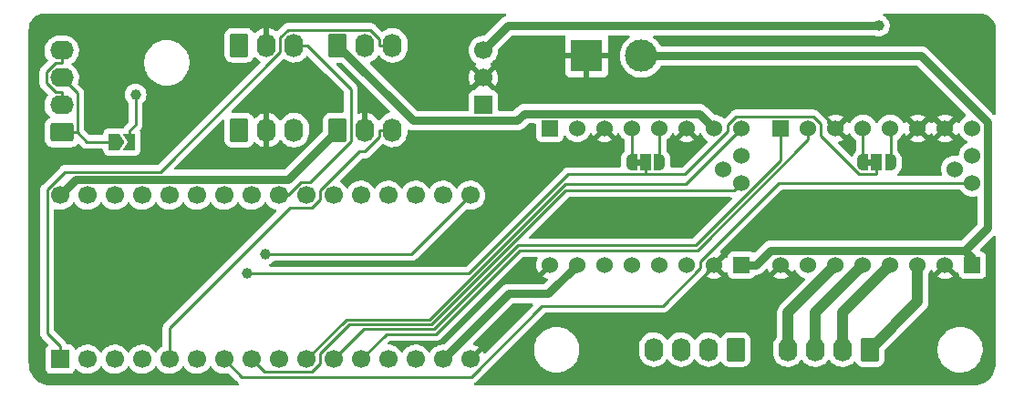
<source format=gbl>
G04 #@! TF.GenerationSoftware,KiCad,Pcbnew,(6.0.0)*
G04 #@! TF.CreationDate,2022-01-08T16:55:08+01:00*
G04 #@! TF.ProjectId,ercf-easy-brd,65726366-2d65-4617-9379-2d6272642e6b,v1.0-beta1*
G04 #@! TF.SameCoordinates,Original*
G04 #@! TF.FileFunction,Copper,L2,Bot*
G04 #@! TF.FilePolarity,Positive*
%FSLAX46Y46*%
G04 Gerber Fmt 4.6, Leading zero omitted, Abs format (unit mm)*
G04 Created by KiCad (PCBNEW (6.0.0)) date 2022-01-08 16:55:08*
%MOMM*%
%LPD*%
G01*
G04 APERTURE LIST*
G04 Aperture macros list*
%AMRoundRect*
0 Rectangle with rounded corners*
0 $1 Rounding radius*
0 $2 $3 $4 $5 $6 $7 $8 $9 X,Y pos of 4 corners*
0 Add a 4 corners polygon primitive as box body*
4,1,4,$2,$3,$4,$5,$6,$7,$8,$9,$2,$3,0*
0 Add four circle primitives for the rounded corners*
1,1,$1+$1,$2,$3*
1,1,$1+$1,$4,$5*
1,1,$1+$1,$6,$7*
1,1,$1+$1,$8,$9*
0 Add four rect primitives between the rounded corners*
20,1,$1+$1,$2,$3,$4,$5,0*
20,1,$1+$1,$4,$5,$6,$7,0*
20,1,$1+$1,$6,$7,$8,$9,0*
20,1,$1+$1,$8,$9,$2,$3,0*%
%AMFreePoly0*
4,1,22,0.550000,-0.750000,0.000000,-0.750000,0.000000,-0.745033,-0.079941,-0.743568,-0.215256,-0.701293,-0.333266,-0.622738,-0.424486,-0.514219,-0.481581,-0.384460,-0.499164,-0.250000,-0.500000,-0.250000,-0.500000,0.250000,-0.499164,0.250000,-0.499963,0.256109,-0.478152,0.396186,-0.417904,0.524511,-0.324060,0.630769,-0.204165,0.706417,-0.067858,0.745374,0.000000,0.744959,0.000000,0.750000,
0.550000,0.750000,0.550000,-0.750000,0.550000,-0.750000,$1*%
%AMFreePoly1*
4,1,20,0.000000,0.744959,0.073905,0.744508,0.209726,0.703889,0.328688,0.626782,0.421226,0.519385,0.479903,0.390333,0.500000,0.250000,0.500000,-0.250000,0.499851,-0.262216,0.476331,-0.402017,0.414519,-0.529596,0.319384,-0.634700,0.198574,-0.708877,0.061801,-0.746166,0.000000,-0.745033,0.000000,-0.750000,-0.550000,-0.750000,-0.550000,0.750000,0.000000,0.750000,0.000000,0.744959,
0.000000,0.744959,$1*%
%AMFreePoly2*
4,1,6,1.000000,0.000000,0.500000,-0.750000,-0.500000,-0.750000,-0.500000,0.750000,0.500000,0.750000,1.000000,0.000000,1.000000,0.000000,$1*%
%AMFreePoly3*
4,1,6,0.500000,-0.750000,-0.650000,-0.750000,-0.150000,0.000000,-0.650000,0.750000,0.500000,0.750000,0.500000,-0.750000,0.500000,-0.750000,$1*%
G04 Aperture macros list end*
G04 #@! TA.AperFunction,ComponentPad*
%ADD10RoundRect,0.250000X0.845000X-0.620000X0.845000X0.620000X-0.845000X0.620000X-0.845000X-0.620000X0*%
G04 #@! TD*
G04 #@! TA.AperFunction,ComponentPad*
%ADD11O,2.190000X1.740000*%
G04 #@! TD*
G04 #@! TA.AperFunction,ComponentPad*
%ADD12RoundRect,0.250000X-0.620000X-0.845000X0.620000X-0.845000X0.620000X0.845000X-0.620000X0.845000X0*%
G04 #@! TD*
G04 #@! TA.AperFunction,ComponentPad*
%ADD13O,1.740000X2.190000*%
G04 #@! TD*
G04 #@! TA.AperFunction,ComponentPad*
%ADD14RoundRect,0.250000X0.620000X0.845000X-0.620000X0.845000X-0.620000X-0.845000X0.620000X-0.845000X0*%
G04 #@! TD*
G04 #@! TA.AperFunction,ComponentPad*
%ADD15R,1.700000X1.700000*%
G04 #@! TD*
G04 #@! TA.AperFunction,ComponentPad*
%ADD16C,1.700000*%
G04 #@! TD*
G04 #@! TA.AperFunction,ComponentPad*
%ADD17R,1.524000X1.524000*%
G04 #@! TD*
G04 #@! TA.AperFunction,ComponentPad*
%ADD18C,1.524000*%
G04 #@! TD*
G04 #@! TA.AperFunction,ComponentPad*
%ADD19R,3.000000X3.000000*%
G04 #@! TD*
G04 #@! TA.AperFunction,ComponentPad*
%ADD20C,3.000000*%
G04 #@! TD*
G04 #@! TA.AperFunction,SMDPad,CuDef*
%ADD21FreePoly0,0.000000*%
G04 #@! TD*
G04 #@! TA.AperFunction,SMDPad,CuDef*
%ADD22R,1.000000X1.500000*%
G04 #@! TD*
G04 #@! TA.AperFunction,SMDPad,CuDef*
%ADD23FreePoly1,0.000000*%
G04 #@! TD*
G04 #@! TA.AperFunction,SMDPad,CuDef*
%ADD24FreePoly2,0.000000*%
G04 #@! TD*
G04 #@! TA.AperFunction,SMDPad,CuDef*
%ADD25FreePoly3,0.000000*%
G04 #@! TD*
G04 #@! TA.AperFunction,ViaPad*
%ADD26C,1.000000*%
G04 #@! TD*
G04 #@! TA.AperFunction,Conductor*
%ADD27C,0.250000*%
G04 #@! TD*
G04 #@! TA.AperFunction,Conductor*
%ADD28C,1.000000*%
G04 #@! TD*
G04 #@! TA.AperFunction,Conductor*
%ADD29C,0.800000*%
G04 #@! TD*
G04 APERTURE END LIST*
G36*
X155683000Y-122601000D02*
G01*
X155183000Y-122601000D01*
X155183000Y-122001000D01*
X155683000Y-122001000D01*
X155683000Y-122601000D01*
G37*
G36*
X134220000Y-122601000D02*
G01*
X133720000Y-122601000D01*
X133720000Y-122001000D01*
X134220000Y-122001000D01*
X134220000Y-122601000D01*
G37*
D10*
X80411000Y-119507000D03*
D11*
X80411000Y-116967000D03*
X80411000Y-114427000D03*
X80411000Y-111887000D03*
D12*
X106045000Y-119273000D03*
D13*
X108585000Y-119273000D03*
X111125000Y-119273000D03*
D12*
X96901000Y-119293000D03*
D13*
X99441000Y-119293000D03*
X101981000Y-119293000D03*
D12*
X96901000Y-111399000D03*
D13*
X99441000Y-111399000D03*
X101981000Y-111399000D03*
D14*
X155448000Y-139700000D03*
D13*
X152908000Y-139700000D03*
X150368000Y-139700000D03*
X147828000Y-139700000D03*
D14*
X143002000Y-139680000D03*
D13*
X140462000Y-139680000D03*
X137922000Y-139680000D03*
X135382000Y-139680000D03*
D15*
X119541000Y-116967000D03*
D16*
X119541000Y-114427000D03*
X119541000Y-111887000D03*
D17*
X147193000Y-119126000D03*
D18*
X149733000Y-119126000D03*
X152273000Y-119126000D03*
X154813000Y-119126000D03*
X157353000Y-119126000D03*
X159893000Y-119126000D03*
X162433000Y-119126000D03*
X164973000Y-119126000D03*
D17*
X164973000Y-131826000D03*
D18*
X162433000Y-131826000D03*
X154813000Y-131826000D03*
X157353000Y-131826000D03*
X159893000Y-131826000D03*
X152273000Y-131826000D03*
X149733000Y-131826000D03*
X147193000Y-131826000D03*
X164973000Y-121666000D03*
X164973000Y-124206000D03*
X163322000Y-122936000D03*
D19*
X129159000Y-112395000D03*
D20*
X134239000Y-112395000D03*
D12*
X106045000Y-111419000D03*
D13*
X108585000Y-111419000D03*
X111125000Y-111419000D03*
D17*
X125730000Y-119126000D03*
D18*
X128270000Y-119126000D03*
X130810000Y-119126000D03*
X133350000Y-119126000D03*
X135890000Y-119126000D03*
X138430000Y-119126000D03*
X140970000Y-119126000D03*
X143510000Y-119126000D03*
D17*
X143510000Y-131826000D03*
D18*
X140970000Y-131826000D03*
X133350000Y-131826000D03*
X135890000Y-131826000D03*
X138430000Y-131826000D03*
X130810000Y-131826000D03*
X128270000Y-131826000D03*
X125730000Y-131826000D03*
X143510000Y-121666000D03*
X143510000Y-124206000D03*
X141859000Y-122936000D03*
D15*
X80264000Y-140589000D03*
D16*
X82804000Y-140589000D03*
X85344000Y-140589000D03*
X87884000Y-140589000D03*
X90424000Y-140589000D03*
X92964000Y-140589000D03*
X95504000Y-140589000D03*
X98044000Y-140589000D03*
X100584000Y-140589000D03*
X103124000Y-140589000D03*
X105664000Y-140589000D03*
X108204000Y-140589000D03*
X110744000Y-140589000D03*
X113284000Y-140589000D03*
X115824000Y-140589000D03*
X118364000Y-140589000D03*
X118364000Y-125349000D03*
X115824000Y-125349000D03*
X113284000Y-125349000D03*
X110744000Y-125349000D03*
X108204000Y-125349000D03*
X105664000Y-125349000D03*
X103124000Y-125349000D03*
X100584000Y-125349000D03*
X98044000Y-125349000D03*
X95504000Y-125349000D03*
X92964000Y-125349000D03*
X90424000Y-125349000D03*
X87884000Y-125349000D03*
X85344000Y-125349000D03*
X82804000Y-125349000D03*
X80264000Y-125349000D03*
D21*
X154783000Y-122301000D03*
D22*
X156083000Y-122301000D03*
D23*
X157383000Y-122301000D03*
D24*
X85291000Y-120396000D03*
D25*
X86741000Y-120396000D03*
D21*
X133320000Y-122301000D03*
D22*
X134620000Y-122301000D03*
D23*
X135920000Y-122301000D03*
D26*
X86360000Y-134620000D03*
X82550000Y-134620000D03*
X86360000Y-132080000D03*
X82550000Y-132080000D03*
X86360000Y-129540000D03*
X82550000Y-129540000D03*
X162000000Y-110500000D03*
X136750000Y-128250000D03*
X126500000Y-128250000D03*
X99314000Y-130810000D03*
X97586800Y-132588000D03*
X117856000Y-121412000D03*
X147320000Y-126746000D03*
X141478000Y-116840000D03*
X140462000Y-113792000D03*
X87261500Y-115981800D03*
X156276200Y-109592800D03*
D27*
X127451846Y-123376300D02*
X134620000Y-123376300D01*
X118217846Y-132610300D02*
X127451846Y-123376300D01*
X97609100Y-132610300D02*
X118217846Y-132610300D01*
X97586800Y-132588000D02*
X97609100Y-132610300D01*
X122728620Y-130006680D02*
X139253720Y-130006680D01*
X147193000Y-122067400D02*
X147193000Y-119126000D01*
X114943320Y-137791980D02*
X122728620Y-130006680D01*
X108461020Y-137791980D02*
X114943320Y-137791980D01*
X139253720Y-130006680D02*
X147193000Y-122067400D01*
X105664000Y-140589000D02*
X108461020Y-137791980D01*
X138357700Y-124278300D02*
X143510000Y-119126000D01*
X127185564Y-124278300D02*
X138357700Y-124278300D01*
X114570924Y-136892940D02*
X127185564Y-124278300D01*
X106820060Y-136892940D02*
X114570924Y-136892940D01*
X103124000Y-140589000D02*
X106820060Y-136892940D01*
X142817000Y-124899000D02*
X143510000Y-124206000D01*
X127200582Y-124899000D02*
X142817000Y-124899000D01*
X107137340Y-137342460D02*
X114757122Y-137342460D01*
X114757122Y-137342460D02*
X127200582Y-124899000D01*
X104394000Y-140995000D02*
X104394000Y-140085800D01*
X99234900Y-141779900D02*
X103609100Y-141779900D01*
X104394000Y-140085800D02*
X107137340Y-137342460D01*
X98044000Y-140589000D02*
X99234900Y-141779900D01*
X103609100Y-141779900D02*
X104394000Y-140995000D01*
X112903000Y-130810000D02*
X118364000Y-125349000D01*
X99314000Y-130810000D02*
X112903000Y-130810000D01*
X109929700Y-119273000D02*
X111125000Y-119273000D01*
X109929700Y-119929900D02*
X109929700Y-119273000D01*
X108037700Y-121283600D02*
X108576000Y-121283600D01*
X104394000Y-125740010D02*
X104394000Y-124927300D01*
X103610499Y-126523511D02*
X104394000Y-125740010D01*
X108576000Y-121283600D02*
X109929700Y-119929900D01*
X90424000Y-137668000D02*
X101568489Y-126523511D01*
X101568489Y-126523511D02*
X103610499Y-126523511D01*
X104394000Y-124927300D02*
X108037700Y-121283600D01*
X90424000Y-140589000D02*
X90424000Y-137668000D01*
X133320000Y-119156000D02*
X133350000Y-119126000D01*
X133320000Y-122301000D02*
X133320000Y-119156000D01*
X135920000Y-119156000D02*
X135890000Y-119126000D01*
X135920000Y-122301000D02*
X135920000Y-119156000D01*
X154783000Y-119156000D02*
X154813000Y-119126000D01*
X154783000Y-122301000D02*
X154783000Y-119156000D01*
X157383000Y-119156000D02*
X157353000Y-119126000D01*
X157383000Y-122301000D02*
X157383000Y-119156000D01*
X87261500Y-118800200D02*
X87261500Y-115981800D01*
X86741000Y-119320700D02*
X87261500Y-118800200D01*
X86741000Y-120396000D02*
X86741000Y-119320700D01*
X156083000Y-122301000D02*
X156083000Y-123376300D01*
X134620000Y-122301000D02*
X134620000Y-123263700D01*
X154429100Y-123376300D02*
X156083000Y-123376300D01*
X150868300Y-119815500D02*
X154429100Y-123376300D01*
X150868300Y-118701200D02*
X150868300Y-119815500D01*
X150199500Y-118032400D02*
X150868300Y-118701200D01*
X143026500Y-118032400D02*
X150199500Y-118032400D01*
X142240000Y-118818900D02*
X143026500Y-118032400D01*
X142240000Y-119426000D02*
X142240000Y-118818900D01*
X138289700Y-123376300D02*
X142240000Y-119426000D01*
X134620000Y-123376300D02*
X138289700Y-123376300D01*
X134620000Y-123263700D02*
X134620000Y-123376300D01*
X107252600Y-115475300D02*
X103176300Y-111399000D01*
X107252600Y-120345400D02*
X107252600Y-115475300D01*
X103424600Y-124173400D02*
X107252600Y-120345400D01*
X102637500Y-124173400D02*
X103424600Y-124173400D01*
X101461900Y-125349000D02*
X102637500Y-124173400D01*
X100584000Y-125349000D02*
X101461900Y-125349000D01*
X101981000Y-111399000D02*
X103176300Y-111399000D01*
X79813400Y-113082300D02*
X80411000Y-113082300D01*
X78989600Y-113906100D02*
X79813400Y-113082300D01*
X78989600Y-114948000D02*
X78989600Y-113906100D01*
X79813300Y-115771700D02*
X78989600Y-114948000D01*
X80411000Y-115771700D02*
X79813300Y-115771700D01*
X80411000Y-116967000D02*
X80411000Y-115771700D01*
X80411000Y-111887000D02*
X80411000Y-113082300D01*
X81837100Y-119507000D02*
X80411000Y-119507000D01*
X82726100Y-120396000D02*
X81837100Y-119507000D01*
X85291000Y-120396000D02*
X82726100Y-120396000D01*
X81837100Y-115853100D02*
X80411000Y-114427000D01*
X81837100Y-119507000D02*
X81837100Y-115853100D01*
X149733000Y-120164400D02*
X149733000Y-119126000D01*
X139441200Y-130456200D02*
X149733000Y-120164400D01*
X122916000Y-130456200D02*
X139441200Y-130456200D01*
X115130700Y-138241500D02*
X122916000Y-130456200D01*
X110551500Y-138241500D02*
X115130700Y-138241500D01*
X108204000Y-140589000D02*
X110551500Y-138241500D01*
X147013300Y-124206000D02*
X164973000Y-124206000D01*
X139700000Y-131519300D02*
X147013300Y-124206000D01*
X139700000Y-132126700D02*
X139700000Y-131519300D01*
X136191200Y-135635500D02*
X139700000Y-132126700D01*
X125011900Y-135635500D02*
X136191200Y-135635500D01*
X118417200Y-142230200D02*
X125011900Y-135635500D01*
X97145200Y-142230200D02*
X118417200Y-142230200D01*
X95504000Y-140589000D02*
X97145200Y-142230200D01*
D28*
X159893000Y-135255000D02*
X155448000Y-139700000D01*
X159893000Y-131826000D02*
X159893000Y-135255000D01*
X152908000Y-136271000D02*
X152908000Y-139700000D01*
X157353000Y-131826000D02*
X152908000Y-136271000D01*
X150368000Y-136271000D02*
X150368000Y-139700000D01*
X154813000Y-131826000D02*
X150368000Y-136271000D01*
X147828000Y-136271000D02*
X147828000Y-139700000D01*
X152273000Y-131826000D02*
X147828000Y-136271000D01*
D29*
X125603000Y-134493000D02*
X128270000Y-131826000D01*
X121920000Y-134493000D02*
X125603000Y-134493000D01*
X115824000Y-140589000D02*
X121920000Y-134493000D01*
X113043400Y-118417400D02*
X106045000Y-111419000D01*
X122722900Y-118417400D02*
X113043400Y-118417400D01*
X123376700Y-117763600D02*
X122722900Y-118417400D01*
X139607600Y-117763600D02*
X123376700Y-117763600D01*
X140970000Y-119126000D02*
X139607600Y-117763600D01*
D27*
X109929700Y-110821400D02*
X109929700Y-111419000D01*
X109086000Y-109977700D02*
X109929700Y-110821400D01*
X101420100Y-109977700D02*
X109086000Y-109977700D01*
X100711000Y-110686800D02*
X101420100Y-109977700D01*
X100711000Y-112044600D02*
X100711000Y-110686800D01*
X89582400Y-123173200D02*
X100711000Y-112044600D01*
X80724100Y-123173200D02*
X89582400Y-123173200D01*
X79045200Y-124852100D02*
X80724100Y-123173200D01*
X79045200Y-138194900D02*
X79045200Y-124852100D01*
X80264000Y-139413700D02*
X79045200Y-138194900D01*
X80264000Y-140589000D02*
X80264000Y-139413700D01*
X111125000Y-111419000D02*
X109929700Y-111419000D01*
D29*
X81714400Y-123898600D02*
X80264000Y-125349000D01*
X101419400Y-123898600D02*
X81714400Y-123898600D01*
X106045000Y-119273000D02*
X101419400Y-123898600D01*
X121835200Y-109592800D02*
X156276200Y-109592800D01*
X119541000Y-111887000D02*
X121835200Y-109592800D01*
X164973000Y-131826000D02*
X164973000Y-131144800D01*
X143510000Y-131826000D02*
X144872300Y-131826000D01*
X166345200Y-128410400D02*
X164291900Y-130463700D01*
X166345200Y-118562800D02*
X166345200Y-128410400D01*
X160177400Y-112395000D02*
X166345200Y-118562800D01*
X134239000Y-112395000D02*
X160177400Y-112395000D01*
X164973000Y-131144800D02*
X164291900Y-130463700D01*
X146234600Y-130463700D02*
X144872300Y-131826000D01*
X164291900Y-130463700D02*
X146234600Y-130463700D01*
G04 #@! TA.AperFunction,Conductor*
G36*
X121660376Y-108478002D02*
G01*
X121706869Y-108531658D01*
X121716973Y-108601932D01*
X121687479Y-108666512D01*
X121631191Y-108703833D01*
X121580225Y-108720393D01*
X121573912Y-108722263D01*
X121564430Y-108724804D01*
X121514203Y-108738262D01*
X121514200Y-108738263D01*
X121507830Y-108739970D01*
X121495285Y-108746362D01*
X121477026Y-108753925D01*
X121463644Y-108758273D01*
X121457923Y-108761576D01*
X121404423Y-108792464D01*
X121398626Y-108795612D01*
X121343551Y-108823674D01*
X121343548Y-108823676D01*
X121337670Y-108826671D01*
X121332542Y-108830824D01*
X121332540Y-108830825D01*
X121326734Y-108835527D01*
X121310437Y-108846727D01*
X121303976Y-108850457D01*
X121303972Y-108850460D01*
X121298256Y-108853760D01*
X121293350Y-108858177D01*
X121293345Y-108858181D01*
X121247431Y-108899522D01*
X121242416Y-108903806D01*
X121233918Y-108910688D01*
X121226459Y-108916728D01*
X121211944Y-108931243D01*
X121207159Y-108935784D01*
X121156334Y-108981547D01*
X121152455Y-108986886D01*
X121152454Y-108986887D01*
X121148060Y-108992935D01*
X121135219Y-109007968D01*
X119651514Y-110491673D01*
X119589202Y-110525699D01*
X119560880Y-110528569D01*
X119451081Y-110527228D01*
X119451079Y-110527228D01*
X119445911Y-110527165D01*
X119225091Y-110560955D01*
X119012756Y-110630357D01*
X118942859Y-110666743D01*
X118822130Y-110729591D01*
X118814607Y-110733507D01*
X118810474Y-110736610D01*
X118810471Y-110736612D01*
X118643735Y-110861801D01*
X118635965Y-110867635D01*
X118632393Y-110871373D01*
X118514801Y-110994426D01*
X118481629Y-111029138D01*
X118478715Y-111033410D01*
X118478714Y-111033411D01*
X118434782Y-111097813D01*
X118355743Y-111213680D01*
X118330858Y-111267291D01*
X118276175Y-111385096D01*
X118261688Y-111416305D01*
X118201989Y-111631570D01*
X118178251Y-111853695D01*
X118178548Y-111858848D01*
X118178548Y-111858851D01*
X118188202Y-112026283D01*
X118191110Y-112076715D01*
X118192247Y-112081761D01*
X118192248Y-112081767D01*
X118204589Y-112136525D01*
X118240222Y-112294639D01*
X118324266Y-112501616D01*
X118326965Y-112506020D01*
X118431780Y-112677063D01*
X118440987Y-112692088D01*
X118587250Y-112860938D01*
X118759126Y-113003632D01*
X118820423Y-113039451D01*
X118832955Y-113046774D01*
X118881679Y-113098412D01*
X118894750Y-113168195D01*
X118868019Y-113233967D01*
X118827562Y-113267327D01*
X118819460Y-113271544D01*
X118810734Y-113277039D01*
X118790677Y-113292099D01*
X118782223Y-113303427D01*
X118788968Y-113315758D01*
X119528188Y-114054978D01*
X119542132Y-114062592D01*
X119543965Y-114062461D01*
X119550580Y-114058210D01*
X120294389Y-113314401D01*
X120301410Y-113301544D01*
X120294611Y-113292213D01*
X120290559Y-113289521D01*
X120253602Y-113269120D01*
X120203631Y-113218687D01*
X120188859Y-113149245D01*
X120213975Y-113082839D01*
X120241327Y-113056232D01*
X120288107Y-113022864D01*
X120420860Y-112928173D01*
X120433023Y-112916053D01*
X120547673Y-112801802D01*
X120579096Y-112770489D01*
X120638594Y-112687689D01*
X120706435Y-112593277D01*
X120709453Y-112589077D01*
X120716818Y-112574176D01*
X120806136Y-112393453D01*
X120806137Y-112393451D01*
X120808430Y-112388811D01*
X120873370Y-112175069D01*
X120902529Y-111953590D01*
X120904156Y-111887000D01*
X120903880Y-111883641D01*
X120902986Y-111872763D01*
X120917340Y-111803233D01*
X120939467Y-111773346D01*
X122174608Y-110538205D01*
X122236920Y-110504179D01*
X122263703Y-110501300D01*
X127082227Y-110501300D01*
X127150348Y-110521302D01*
X127196841Y-110574958D01*
X127206945Y-110645232D01*
X127200209Y-110671530D01*
X127160522Y-110777394D01*
X127156895Y-110792649D01*
X127151369Y-110843514D01*
X127151000Y-110850328D01*
X127151000Y-112122885D01*
X127155475Y-112138124D01*
X127156865Y-112139329D01*
X127164548Y-112141000D01*
X131148884Y-112141000D01*
X131164123Y-112136525D01*
X131165328Y-112135135D01*
X131166999Y-112127452D01*
X131166999Y-110850331D01*
X131166629Y-110843510D01*
X131161105Y-110792648D01*
X131157479Y-110777397D01*
X131117791Y-110671530D01*
X131112608Y-110600723D01*
X131146529Y-110538354D01*
X131208784Y-110504224D01*
X131235773Y-110501300D01*
X133036118Y-110501300D01*
X133104239Y-110521302D01*
X133150732Y-110574958D01*
X133160836Y-110645232D01*
X133131342Y-110709812D01*
X133100822Y-110735417D01*
X133090043Y-110741868D01*
X132876318Y-110913094D01*
X132787445Y-111006747D01*
X132729487Y-111067822D01*
X132687808Y-111111742D01*
X132528002Y-111334136D01*
X132399857Y-111576161D01*
X132398385Y-111580184D01*
X132398383Y-111580188D01*
X132311888Y-111816545D01*
X132305743Y-111833337D01*
X132247404Y-112100907D01*
X132225917Y-112373918D01*
X132241682Y-112647320D01*
X132242507Y-112651525D01*
X132242508Y-112651533D01*
X132270975Y-112796627D01*
X132294405Y-112916053D01*
X132295792Y-112920103D01*
X132295793Y-112920108D01*
X132376600Y-113156124D01*
X132383112Y-113175144D01*
X132506160Y-113419799D01*
X132508586Y-113423328D01*
X132508589Y-113423334D01*
X132644880Y-113621637D01*
X132661274Y-113645490D01*
X132664161Y-113648663D01*
X132664162Y-113648664D01*
X132786620Y-113783244D01*
X132845582Y-113848043D01*
X132848877Y-113850798D01*
X132848878Y-113850799D01*
X132943675Y-113930061D01*
X133055675Y-114023707D01*
X133059316Y-114025991D01*
X133284024Y-114166951D01*
X133284028Y-114166953D01*
X133287664Y-114169234D01*
X133412460Y-114225582D01*
X133533345Y-114280164D01*
X133533349Y-114280166D01*
X133537257Y-114281930D01*
X133541377Y-114283150D01*
X133541376Y-114283150D01*
X133795723Y-114358491D01*
X133795727Y-114358492D01*
X133799836Y-114359709D01*
X133804070Y-114360357D01*
X133804075Y-114360358D01*
X134066298Y-114400483D01*
X134066300Y-114400483D01*
X134070540Y-114401132D01*
X134209912Y-114403322D01*
X134340071Y-114405367D01*
X134340077Y-114405367D01*
X134344362Y-114405434D01*
X134616235Y-114372534D01*
X134881127Y-114303041D01*
X134885087Y-114301401D01*
X134885092Y-114301399D01*
X135106703Y-114209604D01*
X135134136Y-114198241D01*
X135366271Y-114062592D01*
X135366879Y-114062237D01*
X135366880Y-114062236D01*
X135370582Y-114060073D01*
X135586089Y-113891094D01*
X135627809Y-113848043D01*
X135747011Y-113725036D01*
X135776669Y-113694431D01*
X135779202Y-113690983D01*
X135779206Y-113690978D01*
X135936257Y-113477178D01*
X135938795Y-113473723D01*
X135944210Y-113463751D01*
X135995450Y-113369378D01*
X136045533Y-113319056D01*
X136106181Y-113303500D01*
X159748897Y-113303500D01*
X159817018Y-113323502D01*
X159837992Y-113340405D01*
X164337234Y-117839647D01*
X164371260Y-117901959D01*
X164366195Y-117972774D01*
X164320409Y-118031955D01*
X164157735Y-118145860D01*
X164157729Y-118145865D01*
X164153219Y-118149023D01*
X163996023Y-118306219D01*
X163992866Y-118310727D01*
X163992864Y-118310730D01*
X163871669Y-118483815D01*
X163868512Y-118488324D01*
X163866189Y-118493306D01*
X163866186Y-118493311D01*
X163816919Y-118598965D01*
X163770001Y-118652250D01*
X163701724Y-118671711D01*
X163633764Y-118651169D01*
X163588529Y-118598965D01*
X163539377Y-118493559D01*
X163533897Y-118484068D01*
X163503206Y-118440235D01*
X163492729Y-118431860D01*
X163479282Y-118438928D01*
X162805022Y-119113188D01*
X162797408Y-119127132D01*
X162797539Y-119128965D01*
X162801790Y-119135580D01*
X163480003Y-119813793D01*
X163491777Y-119820223D01*
X163503793Y-119810926D01*
X163533897Y-119767932D01*
X163539377Y-119758441D01*
X163588529Y-119653035D01*
X163635447Y-119599750D01*
X163703724Y-119580289D01*
X163771684Y-119600831D01*
X163816919Y-119653035D01*
X163866186Y-119758689D01*
X163866189Y-119758694D01*
X163868512Y-119763676D01*
X163871668Y-119768183D01*
X163871669Y-119768185D01*
X163991647Y-119939531D01*
X163996023Y-119945781D01*
X164153219Y-120102977D01*
X164157727Y-120106134D01*
X164157730Y-120106136D01*
X164186523Y-120126297D01*
X164335323Y-120230488D01*
X164340305Y-120232811D01*
X164340310Y-120232814D01*
X164445373Y-120281805D01*
X164498658Y-120328722D01*
X164518119Y-120396999D01*
X164497577Y-120464959D01*
X164445373Y-120510195D01*
X164340311Y-120559186D01*
X164340306Y-120559189D01*
X164335324Y-120561512D01*
X164330817Y-120564668D01*
X164330815Y-120564669D01*
X164157730Y-120685864D01*
X164157727Y-120685866D01*
X164153219Y-120689023D01*
X163996023Y-120846219D01*
X163992866Y-120850727D01*
X163992864Y-120850730D01*
X163890306Y-120997199D01*
X163868512Y-121028324D01*
X163866189Y-121033306D01*
X163866186Y-121033311D01*
X163813400Y-121146512D01*
X163774560Y-121229804D01*
X163717022Y-121444537D01*
X163706708Y-121562432D01*
X163706004Y-121570477D01*
X163680141Y-121636596D01*
X163622637Y-121678235D01*
X163554451Y-121680944D01*
X163554194Y-121682401D01*
X163548777Y-121681446D01*
X163543463Y-121680022D01*
X163322000Y-121660647D01*
X163100537Y-121680022D01*
X162987065Y-121710427D01*
X162891114Y-121736137D01*
X162891112Y-121736138D01*
X162885804Y-121737560D01*
X162880823Y-121739882D01*
X162880822Y-121739883D01*
X162689311Y-121829186D01*
X162689306Y-121829189D01*
X162684324Y-121831512D01*
X162679817Y-121834668D01*
X162679815Y-121834669D01*
X162506730Y-121955864D01*
X162506727Y-121955866D01*
X162502219Y-121959023D01*
X162345023Y-122116219D01*
X162341866Y-122120727D01*
X162341864Y-122120730D01*
X162220669Y-122293815D01*
X162217512Y-122298324D01*
X162215189Y-122303306D01*
X162215186Y-122303311D01*
X162130099Y-122485781D01*
X162123560Y-122499804D01*
X162066022Y-122714537D01*
X162046647Y-122936000D01*
X162066022Y-123157463D01*
X162104497Y-123301051D01*
X162121361Y-123363988D01*
X162123560Y-123372196D01*
X162125883Y-123377178D01*
X162125885Y-123377183D01*
X162133377Y-123393249D01*
X162144039Y-123463440D01*
X162115060Y-123528253D01*
X162055641Y-123567110D01*
X162019183Y-123572500D01*
X158088554Y-123572500D01*
X158020433Y-123552498D01*
X157973940Y-123498842D01*
X157963836Y-123428568D01*
X157993330Y-123363988D01*
X158008069Y-123349556D01*
X158083091Y-123287272D01*
X158083096Y-123287267D01*
X158086540Y-123284408D01*
X158182654Y-123178224D01*
X158193074Y-123162776D01*
X158261599Y-123061183D01*
X158261602Y-123061178D01*
X158264107Y-123057464D01*
X158326554Y-122928572D01*
X158370838Y-122789812D01*
X158394600Y-122648574D01*
X158401682Y-122569627D01*
X158401833Y-122557285D01*
X158396995Y-122482964D01*
X158396729Y-122474779D01*
X158396729Y-122130481D01*
X158397233Y-122119223D01*
X158401464Y-122072053D01*
X158401682Y-122069627D01*
X158401833Y-122057285D01*
X158396683Y-121978171D01*
X158387532Y-121914273D01*
X158377016Y-121840839D01*
X158377015Y-121840833D01*
X158376379Y-121836394D01*
X158374952Y-121831512D01*
X158336755Y-121700892D01*
X158335497Y-121696590D01*
X158276217Y-121566211D01*
X158273805Y-121562440D01*
X158273801Y-121562432D01*
X158200157Y-121447279D01*
X158200156Y-121447278D01*
X158197742Y-121443503D01*
X158104252Y-121335002D01*
X158100872Y-121332053D01*
X158059670Y-121296110D01*
X158021486Y-121236256D01*
X158016500Y-121201162D01*
X158016500Y-120277998D01*
X158036502Y-120209877D01*
X158060626Y-120184777D01*
X159198777Y-120184777D01*
X159208074Y-120196793D01*
X159251069Y-120226898D01*
X159260555Y-120232376D01*
X159451993Y-120321645D01*
X159462285Y-120325391D01*
X159666309Y-120380059D01*
X159677104Y-120381962D01*
X159887525Y-120400372D01*
X159898475Y-120400372D01*
X160108896Y-120381962D01*
X160119691Y-120380059D01*
X160323715Y-120325391D01*
X160334007Y-120321645D01*
X160525445Y-120232376D01*
X160534931Y-120226898D01*
X160578764Y-120196207D01*
X160587139Y-120185729D01*
X160586639Y-120184777D01*
X161738777Y-120184777D01*
X161748074Y-120196793D01*
X161791069Y-120226898D01*
X161800555Y-120232376D01*
X161991993Y-120321645D01*
X162002285Y-120325391D01*
X162206309Y-120380059D01*
X162217104Y-120381962D01*
X162427525Y-120400372D01*
X162438475Y-120400372D01*
X162648896Y-120381962D01*
X162659691Y-120380059D01*
X162863715Y-120325391D01*
X162874007Y-120321645D01*
X163065445Y-120232376D01*
X163074931Y-120226898D01*
X163118764Y-120196207D01*
X163127139Y-120185729D01*
X163120071Y-120172281D01*
X162445812Y-119498022D01*
X162431868Y-119490408D01*
X162430035Y-119490539D01*
X162423420Y-119494790D01*
X161745207Y-120173003D01*
X161738777Y-120184777D01*
X160586639Y-120184777D01*
X160580071Y-120172281D01*
X159905812Y-119498022D01*
X159891868Y-119490408D01*
X159890035Y-119490539D01*
X159883420Y-119494790D01*
X159205207Y-120173003D01*
X159198777Y-120184777D01*
X158060626Y-120184777D01*
X158070229Y-120174785D01*
X158168270Y-120106136D01*
X158168273Y-120106134D01*
X158172781Y-120102977D01*
X158329977Y-119945781D01*
X158334354Y-119939531D01*
X158454331Y-119768185D01*
X158454332Y-119768183D01*
X158457488Y-119763676D01*
X158459811Y-119758694D01*
X158459814Y-119758689D01*
X158509081Y-119653035D01*
X158555999Y-119599750D01*
X158624276Y-119580289D01*
X158692236Y-119600831D01*
X158737471Y-119653035D01*
X158786623Y-119758441D01*
X158792103Y-119767932D01*
X158822794Y-119811765D01*
X158833271Y-119820140D01*
X158846718Y-119813072D01*
X159520978Y-119138812D01*
X159527356Y-119127132D01*
X160257408Y-119127132D01*
X160257539Y-119128965D01*
X160261790Y-119135580D01*
X160940003Y-119813793D01*
X160951777Y-119820223D01*
X160963793Y-119810926D01*
X160993897Y-119767932D01*
X160999377Y-119758441D01*
X161048805Y-119652443D01*
X161095722Y-119599158D01*
X161164000Y-119579697D01*
X161231960Y-119600239D01*
X161277195Y-119652443D01*
X161326623Y-119758441D01*
X161332103Y-119767932D01*
X161362794Y-119811765D01*
X161373271Y-119820140D01*
X161386718Y-119813072D01*
X162060978Y-119138812D01*
X162068592Y-119124868D01*
X162068461Y-119123035D01*
X162064210Y-119116420D01*
X161385997Y-118438207D01*
X161374223Y-118431777D01*
X161362207Y-118441074D01*
X161332103Y-118484068D01*
X161326623Y-118493559D01*
X161277195Y-118599557D01*
X161230278Y-118652842D01*
X161162000Y-118672303D01*
X161094040Y-118651761D01*
X161048805Y-118599557D01*
X160999377Y-118493559D01*
X160993897Y-118484068D01*
X160963206Y-118440235D01*
X160952729Y-118431860D01*
X160939282Y-118438928D01*
X160265022Y-119113188D01*
X160257408Y-119127132D01*
X159527356Y-119127132D01*
X159528592Y-119124868D01*
X159528461Y-119123035D01*
X159524210Y-119116420D01*
X158845997Y-118438207D01*
X158834223Y-118431777D01*
X158822207Y-118441074D01*
X158792103Y-118484068D01*
X158786623Y-118493559D01*
X158737471Y-118598965D01*
X158690553Y-118652250D01*
X158622276Y-118671711D01*
X158554316Y-118651169D01*
X158509081Y-118598965D01*
X158459814Y-118493311D01*
X158459811Y-118493306D01*
X158457488Y-118488324D01*
X158454331Y-118483815D01*
X158333136Y-118310730D01*
X158333134Y-118310727D01*
X158329977Y-118306219D01*
X158172781Y-118149023D01*
X158168273Y-118145866D01*
X158168270Y-118145864D01*
X158074176Y-118079979D01*
X158054599Y-118066271D01*
X159198860Y-118066271D01*
X159205928Y-118079718D01*
X159880188Y-118753978D01*
X159894132Y-118761592D01*
X159895965Y-118761461D01*
X159902580Y-118757210D01*
X160580793Y-118078997D01*
X160587223Y-118067223D01*
X160586486Y-118066271D01*
X161738860Y-118066271D01*
X161745928Y-118079718D01*
X162420188Y-118753978D01*
X162434132Y-118761592D01*
X162435965Y-118761461D01*
X162442580Y-118757210D01*
X163120793Y-118078997D01*
X163127223Y-118067223D01*
X163117926Y-118055207D01*
X163074931Y-118025102D01*
X163065445Y-118019624D01*
X162874007Y-117930355D01*
X162863715Y-117926609D01*
X162659691Y-117871941D01*
X162648896Y-117870038D01*
X162438475Y-117851628D01*
X162427525Y-117851628D01*
X162217104Y-117870038D01*
X162206309Y-117871941D01*
X162002285Y-117926609D01*
X161991993Y-117930355D01*
X161800559Y-118019623D01*
X161791068Y-118025103D01*
X161747235Y-118055794D01*
X161738860Y-118066271D01*
X160586486Y-118066271D01*
X160577926Y-118055207D01*
X160534931Y-118025102D01*
X160525445Y-118019624D01*
X160334007Y-117930355D01*
X160323715Y-117926609D01*
X160119691Y-117871941D01*
X160108896Y-117870038D01*
X159898475Y-117851628D01*
X159887525Y-117851628D01*
X159677104Y-117870038D01*
X159666309Y-117871941D01*
X159462285Y-117926609D01*
X159451993Y-117930355D01*
X159260559Y-118019623D01*
X159251068Y-118025103D01*
X159207235Y-118055794D01*
X159198860Y-118066271D01*
X158054599Y-118066271D01*
X157990677Y-118021512D01*
X157985695Y-118019189D01*
X157985690Y-118019186D01*
X157794178Y-117929883D01*
X157794177Y-117929882D01*
X157789196Y-117927560D01*
X157783888Y-117926138D01*
X157783886Y-117926137D01*
X157718051Y-117908497D01*
X157574463Y-117870022D01*
X157353000Y-117850647D01*
X157131537Y-117870022D01*
X156987949Y-117908497D01*
X156922114Y-117926137D01*
X156922112Y-117926138D01*
X156916804Y-117927560D01*
X156911823Y-117929882D01*
X156911822Y-117929883D01*
X156720311Y-118019186D01*
X156720306Y-118019189D01*
X156715324Y-118021512D01*
X156710817Y-118024668D01*
X156710815Y-118024669D01*
X156537730Y-118145864D01*
X156537727Y-118145866D01*
X156533219Y-118149023D01*
X156376023Y-118306219D01*
X156372866Y-118310727D01*
X156372864Y-118310730D01*
X156251669Y-118483815D01*
X156248512Y-118488324D01*
X156246189Y-118493306D01*
X156246186Y-118493311D01*
X156197195Y-118598373D01*
X156150277Y-118651658D01*
X156082000Y-118671119D01*
X156014040Y-118650577D01*
X155968805Y-118598373D01*
X155919814Y-118493311D01*
X155919811Y-118493306D01*
X155917488Y-118488324D01*
X155914331Y-118483815D01*
X155793136Y-118310730D01*
X155793134Y-118310727D01*
X155789977Y-118306219D01*
X155632781Y-118149023D01*
X155628273Y-118145866D01*
X155628270Y-118145864D01*
X155534176Y-118079979D01*
X155450677Y-118021512D01*
X155445695Y-118019189D01*
X155445690Y-118019186D01*
X155254178Y-117929883D01*
X155254177Y-117929882D01*
X155249196Y-117927560D01*
X155243888Y-117926138D01*
X155243886Y-117926137D01*
X155178051Y-117908497D01*
X155034463Y-117870022D01*
X154813000Y-117850647D01*
X154591537Y-117870022D01*
X154447949Y-117908497D01*
X154382114Y-117926137D01*
X154382112Y-117926138D01*
X154376804Y-117927560D01*
X154371823Y-117929882D01*
X154371822Y-117929883D01*
X154180311Y-118019186D01*
X154180306Y-118019189D01*
X154175324Y-118021512D01*
X154170817Y-118024668D01*
X154170815Y-118024669D01*
X153997730Y-118145864D01*
X153997727Y-118145866D01*
X153993219Y-118149023D01*
X153836023Y-118306219D01*
X153832866Y-118310727D01*
X153832864Y-118310730D01*
X153711669Y-118483815D01*
X153708512Y-118488324D01*
X153706189Y-118493306D01*
X153706186Y-118493311D01*
X153656919Y-118598965D01*
X153610001Y-118652250D01*
X153541724Y-118671711D01*
X153473764Y-118651169D01*
X153428529Y-118598965D01*
X153379377Y-118493559D01*
X153373897Y-118484068D01*
X153343206Y-118440235D01*
X153332729Y-118431860D01*
X153319282Y-118438928D01*
X152645022Y-119113188D01*
X152637408Y-119127132D01*
X152637539Y-119128965D01*
X152641790Y-119135580D01*
X153320003Y-119813793D01*
X153331777Y-119820223D01*
X153343793Y-119810926D01*
X153373897Y-119767932D01*
X153379377Y-119758441D01*
X153428529Y-119653035D01*
X153475447Y-119599750D01*
X153543724Y-119580289D01*
X153611684Y-119600831D01*
X153656919Y-119653035D01*
X153706186Y-119758689D01*
X153706189Y-119758694D01*
X153708512Y-119763676D01*
X153711668Y-119768183D01*
X153711669Y-119768185D01*
X153831647Y-119939531D01*
X153836023Y-119945781D01*
X153993219Y-120102977D01*
X153997727Y-120106134D01*
X153997730Y-120106136D01*
X154095771Y-120174785D01*
X154140099Y-120230242D01*
X154149500Y-120277998D01*
X154149500Y-121200832D01*
X154129498Y-121268953D01*
X154105164Y-121296785D01*
X154073966Y-121323337D01*
X154070548Y-121326246D01*
X153975740Y-121433597D01*
X153973285Y-121437334D01*
X153973283Y-121437337D01*
X153914097Y-121527440D01*
X153895774Y-121555334D01*
X153846878Y-121659478D01*
X153799821Y-121712640D01*
X153731493Y-121731922D01*
X153663587Y-121711202D01*
X153643728Y-121695024D01*
X152519203Y-120570498D01*
X152485177Y-120508186D01*
X152490242Y-120437370D01*
X152532789Y-120380535D01*
X152575687Y-120359696D01*
X152703715Y-120325391D01*
X152714007Y-120321645D01*
X152905445Y-120232376D01*
X152914931Y-120226898D01*
X152958764Y-120196207D01*
X152967139Y-120185729D01*
X152960071Y-120172281D01*
X151538705Y-118750915D01*
X151504679Y-118688603D01*
X151502595Y-118669218D01*
X151502048Y-118669252D01*
X151501800Y-118665310D01*
X151501800Y-118661344D01*
X151501295Y-118657344D01*
X151500362Y-118645501D01*
X151499222Y-118609230D01*
X151498973Y-118601311D01*
X151493321Y-118581857D01*
X151489313Y-118562500D01*
X151487768Y-118550270D01*
X151487768Y-118550269D01*
X151486774Y-118542403D01*
X151483855Y-118535030D01*
X151470496Y-118501288D01*
X151466651Y-118490058D01*
X151456529Y-118455217D01*
X151456529Y-118455216D01*
X151454318Y-118447607D01*
X151450285Y-118440788D01*
X151450283Y-118440783D01*
X151444007Y-118430172D01*
X151435312Y-118412424D01*
X151427852Y-118393583D01*
X151401864Y-118357813D01*
X151395348Y-118347893D01*
X151376880Y-118316665D01*
X151376878Y-118316662D01*
X151372842Y-118309838D01*
X151358521Y-118295517D01*
X151345680Y-118280483D01*
X151338432Y-118270507D01*
X151333772Y-118264093D01*
X151299707Y-118235912D01*
X151290926Y-118227922D01*
X151129275Y-118066271D01*
X151578860Y-118066271D01*
X151585928Y-118079718D01*
X152260188Y-118753978D01*
X152274132Y-118761592D01*
X152275965Y-118761461D01*
X152282580Y-118757210D01*
X152960793Y-118078997D01*
X152967223Y-118067223D01*
X152957926Y-118055207D01*
X152914931Y-118025102D01*
X152905445Y-118019624D01*
X152714007Y-117930355D01*
X152703715Y-117926609D01*
X152499691Y-117871941D01*
X152488896Y-117870038D01*
X152278475Y-117851628D01*
X152267525Y-117851628D01*
X152057104Y-117870038D01*
X152046309Y-117871941D01*
X151842285Y-117926609D01*
X151831993Y-117930355D01*
X151640559Y-118019623D01*
X151631068Y-118025103D01*
X151587235Y-118055794D01*
X151578860Y-118066271D01*
X151129275Y-118066271D01*
X150703147Y-117640142D01*
X150695613Y-117631863D01*
X150691500Y-117625382D01*
X150641848Y-117578756D01*
X150639007Y-117576002D01*
X150619270Y-117556265D01*
X150616073Y-117553785D01*
X150607051Y-117546080D01*
X150593622Y-117533469D01*
X150574821Y-117515814D01*
X150567875Y-117511995D01*
X150567872Y-117511993D01*
X150557066Y-117506052D01*
X150540547Y-117495201D01*
X150540083Y-117494841D01*
X150524541Y-117482786D01*
X150517272Y-117479641D01*
X150517268Y-117479638D01*
X150483963Y-117465226D01*
X150473313Y-117460009D01*
X150434560Y-117438705D01*
X150414937Y-117433667D01*
X150396234Y-117427263D01*
X150384920Y-117422367D01*
X150384919Y-117422367D01*
X150377645Y-117419219D01*
X150369822Y-117417980D01*
X150369812Y-117417977D01*
X150333976Y-117412301D01*
X150322356Y-117409895D01*
X150287211Y-117400872D01*
X150287210Y-117400872D01*
X150279530Y-117398900D01*
X150259276Y-117398900D01*
X150239565Y-117397349D01*
X150227386Y-117395420D01*
X150219557Y-117394180D01*
X150190286Y-117396947D01*
X150175539Y-117398341D01*
X150163681Y-117398900D01*
X143105267Y-117398900D01*
X143094084Y-117398373D01*
X143086591Y-117396698D01*
X143078665Y-117396947D01*
X143078664Y-117396947D01*
X143018501Y-117398838D01*
X143014543Y-117398900D01*
X142986644Y-117398900D01*
X142982654Y-117399404D01*
X142970820Y-117400336D01*
X142926611Y-117401726D01*
X142918997Y-117403938D01*
X142918992Y-117403939D01*
X142907159Y-117407377D01*
X142887796Y-117411388D01*
X142867703Y-117413926D01*
X142860336Y-117416843D01*
X142860331Y-117416844D01*
X142826592Y-117430202D01*
X142815365Y-117434046D01*
X142772907Y-117446382D01*
X142766081Y-117450419D01*
X142755472Y-117456693D01*
X142737724Y-117465388D01*
X142718883Y-117472848D01*
X142712467Y-117477510D01*
X142712466Y-117477510D01*
X142683113Y-117498836D01*
X142673193Y-117505352D01*
X142641965Y-117523820D01*
X142641962Y-117523822D01*
X142635138Y-117527858D01*
X142620817Y-117542179D01*
X142605784Y-117555019D01*
X142589393Y-117566928D01*
X142584342Y-117573033D01*
X142584337Y-117573038D01*
X142561206Y-117600998D01*
X142553218Y-117609776D01*
X141990971Y-118172023D01*
X141928659Y-118206049D01*
X141857844Y-118200984D01*
X141812781Y-118172023D01*
X141789781Y-118149023D01*
X141785273Y-118145866D01*
X141785270Y-118145864D01*
X141691176Y-118079979D01*
X141607677Y-118021512D01*
X141602695Y-118019189D01*
X141602690Y-118019186D01*
X141411178Y-117929883D01*
X141411177Y-117929882D01*
X141406196Y-117927560D01*
X141400888Y-117926138D01*
X141400886Y-117926137D01*
X141335051Y-117908497D01*
X141191463Y-117870022D01*
X141026051Y-117855551D01*
X140959933Y-117829688D01*
X140947938Y-117819125D01*
X140307581Y-117178768D01*
X140294740Y-117163735D01*
X140290346Y-117157687D01*
X140290345Y-117157686D01*
X140286466Y-117152347D01*
X140235641Y-117106584D01*
X140230856Y-117102043D01*
X140216341Y-117087528D01*
X140208882Y-117081488D01*
X140200384Y-117074606D01*
X140195369Y-117070322D01*
X140149455Y-117028981D01*
X140149450Y-117028977D01*
X140144544Y-117024560D01*
X140138828Y-117021260D01*
X140138824Y-117021257D01*
X140132363Y-117017527D01*
X140116066Y-117006327D01*
X140110260Y-117001625D01*
X140110258Y-117001624D01*
X140105130Y-116997471D01*
X140044173Y-116966412D01*
X140038382Y-116963267D01*
X139984879Y-116932377D01*
X139984878Y-116932376D01*
X139979156Y-116929073D01*
X139972874Y-116927032D01*
X139972872Y-116927031D01*
X139965774Y-116924725D01*
X139947507Y-116917159D01*
X139947503Y-116917157D01*
X139934970Y-116910771D01*
X139868891Y-116893065D01*
X139862597Y-116891200D01*
X139797528Y-116870058D01*
X139790963Y-116869368D01*
X139790954Y-116869366D01*
X139783525Y-116868585D01*
X139764091Y-116864983D01*
X139756886Y-116863053D01*
X139756884Y-116863053D01*
X139750503Y-116861343D01*
X139743912Y-116860998D01*
X139743908Y-116860997D01*
X139682216Y-116857764D01*
X139675642Y-116857247D01*
X139658484Y-116855444D01*
X139658482Y-116855444D01*
X139655210Y-116855100D01*
X139634674Y-116855100D01*
X139628080Y-116854927D01*
X139566382Y-116851693D01*
X139566377Y-116851693D01*
X139559790Y-116851348D01*
X139545892Y-116853549D01*
X139526183Y-116855100D01*
X123458117Y-116855100D01*
X123438408Y-116853549D01*
X123424510Y-116851348D01*
X123417923Y-116851693D01*
X123417918Y-116851693D01*
X123356220Y-116854927D01*
X123349626Y-116855100D01*
X123329090Y-116855100D01*
X123325818Y-116855444D01*
X123325816Y-116855444D01*
X123308658Y-116857247D01*
X123302084Y-116857764D01*
X123240396Y-116860997D01*
X123240394Y-116860997D01*
X123233797Y-116861343D01*
X123220204Y-116864985D01*
X123200775Y-116868586D01*
X123186772Y-116870058D01*
X123121725Y-116891193D01*
X123115412Y-116893063D01*
X123102418Y-116896545D01*
X123055703Y-116909062D01*
X123055700Y-116909063D01*
X123049330Y-116910770D01*
X123036785Y-116917162D01*
X123018526Y-116924725D01*
X123005144Y-116929073D01*
X122999423Y-116932376D01*
X122945923Y-116963264D01*
X122940126Y-116966412D01*
X122885051Y-116994474D01*
X122885048Y-116994476D01*
X122879170Y-116997471D01*
X122874042Y-117001624D01*
X122874040Y-117001625D01*
X122868234Y-117006327D01*
X122851937Y-117017527D01*
X122845476Y-117021257D01*
X122845472Y-117021260D01*
X122839756Y-117024560D01*
X122834850Y-117028977D01*
X122834845Y-117028981D01*
X122788931Y-117070322D01*
X122783916Y-117074606D01*
X122775418Y-117081488D01*
X122767959Y-117087528D01*
X122753444Y-117102043D01*
X122748659Y-117106584D01*
X122697834Y-117152347D01*
X122693955Y-117157686D01*
X122693954Y-117157687D01*
X122689560Y-117163735D01*
X122676719Y-117178768D01*
X122383492Y-117471995D01*
X122321180Y-117506021D01*
X122294397Y-117508900D01*
X121025500Y-117508900D01*
X120957379Y-117488898D01*
X120910886Y-117435242D01*
X120899500Y-117382900D01*
X120899500Y-116068866D01*
X120892745Y-116006684D01*
X120841615Y-115870295D01*
X120754261Y-115753739D01*
X120637705Y-115666385D01*
X120501316Y-115615255D01*
X120439134Y-115608500D01*
X120405452Y-115608500D01*
X120337331Y-115588498D01*
X120294177Y-115541610D01*
X120291658Y-115536868D01*
X119553812Y-114799022D01*
X119539868Y-114791408D01*
X119538035Y-114791539D01*
X119531420Y-114795790D01*
X118787737Y-115539473D01*
X118785874Y-115542885D01*
X118735672Y-115593087D01*
X118675286Y-115608500D01*
X118642866Y-115608500D01*
X118580684Y-115615255D01*
X118444295Y-115666385D01*
X118327739Y-115753739D01*
X118240385Y-115870295D01*
X118189255Y-116006684D01*
X118182500Y-116068866D01*
X118182500Y-117382900D01*
X118162498Y-117451021D01*
X118108842Y-117497514D01*
X118056500Y-117508900D01*
X113471903Y-117508900D01*
X113403782Y-117488898D01*
X113382808Y-117471995D01*
X110309676Y-114398863D01*
X118179050Y-114398863D01*
X118191309Y-114611477D01*
X118192745Y-114621697D01*
X118239565Y-114829446D01*
X118242645Y-114839275D01*
X118322770Y-115036603D01*
X118327413Y-115045794D01*
X118407460Y-115176420D01*
X118417916Y-115185880D01*
X118426694Y-115182096D01*
X119168978Y-114439812D01*
X119175356Y-114428132D01*
X119905408Y-114428132D01*
X119905539Y-114429965D01*
X119909790Y-114436580D01*
X120651474Y-115178264D01*
X120663484Y-115184823D01*
X120675223Y-115175855D01*
X120706004Y-115133019D01*
X120711315Y-115124180D01*
X120805670Y-114933267D01*
X120809469Y-114923672D01*
X120871376Y-114719915D01*
X120873555Y-114709834D01*
X120901590Y-114496887D01*
X120902109Y-114490212D01*
X120903572Y-114430364D01*
X120903378Y-114423646D01*
X120885781Y-114209604D01*
X120884096Y-114199424D01*
X120832214Y-113992875D01*
X120828894Y-113983124D01*
X120809999Y-113939669D01*
X127151001Y-113939669D01*
X127151371Y-113946490D01*
X127156895Y-113997352D01*
X127160521Y-114012604D01*
X127205676Y-114133054D01*
X127214214Y-114148649D01*
X127290715Y-114250724D01*
X127303276Y-114263285D01*
X127405351Y-114339786D01*
X127420946Y-114348324D01*
X127541394Y-114393478D01*
X127556649Y-114397105D01*
X127607514Y-114402631D01*
X127614328Y-114403000D01*
X128886885Y-114403000D01*
X128902124Y-114398525D01*
X128903329Y-114397135D01*
X128905000Y-114389452D01*
X128905000Y-114384884D01*
X129413000Y-114384884D01*
X129417475Y-114400123D01*
X129418865Y-114401328D01*
X129426548Y-114402999D01*
X130703669Y-114402999D01*
X130710490Y-114402629D01*
X130761352Y-114397105D01*
X130776604Y-114393479D01*
X130897054Y-114348324D01*
X130912649Y-114339786D01*
X131014724Y-114263285D01*
X131027285Y-114250724D01*
X131103786Y-114148649D01*
X131112324Y-114133054D01*
X131157478Y-114012606D01*
X131161105Y-113997351D01*
X131166631Y-113946486D01*
X131167000Y-113939672D01*
X131167000Y-112667115D01*
X131162525Y-112651876D01*
X131161135Y-112650671D01*
X131153452Y-112649000D01*
X129431115Y-112649000D01*
X129415876Y-112653475D01*
X129414671Y-112654865D01*
X129413000Y-112662548D01*
X129413000Y-114384884D01*
X128905000Y-114384884D01*
X128905000Y-112667115D01*
X128900525Y-112651876D01*
X128899135Y-112650671D01*
X128891452Y-112649000D01*
X127169116Y-112649000D01*
X127153877Y-112653475D01*
X127152672Y-112654865D01*
X127151001Y-112662548D01*
X127151001Y-113939669D01*
X120809999Y-113939669D01*
X120743972Y-113787814D01*
X120739105Y-113778739D01*
X120674063Y-113678197D01*
X120663377Y-113668995D01*
X120653812Y-113673398D01*
X119913022Y-114414188D01*
X119905408Y-114428132D01*
X119175356Y-114428132D01*
X119176592Y-114425868D01*
X119176461Y-114424035D01*
X119172210Y-114417420D01*
X118430849Y-113676059D01*
X118419313Y-113669759D01*
X118407031Y-113679382D01*
X118359089Y-113749662D01*
X118354004Y-113758613D01*
X118264338Y-113951783D01*
X118260775Y-113961470D01*
X118203864Y-114166681D01*
X118201933Y-114176800D01*
X118179302Y-114388574D01*
X118179050Y-114398863D01*
X110309676Y-114398863D01*
X109044374Y-113133561D01*
X109010348Y-113071249D01*
X109015413Y-113000434D01*
X109057960Y-112943598D01*
X109087187Y-112927274D01*
X109194956Y-112884714D01*
X109204489Y-112879982D01*
X109395285Y-112764204D01*
X109403878Y-112757938D01*
X109572441Y-112611667D01*
X109579861Y-112604036D01*
X109721368Y-112431458D01*
X109727393Y-112422691D01*
X109745989Y-112390022D01*
X109797071Y-112340715D01*
X109866702Y-112326854D01*
X109932773Y-112352837D01*
X109960011Y-112381987D01*
X109981385Y-112413734D01*
X110046798Y-112510896D01*
X110050477Y-112514753D01*
X110050479Y-112514755D01*
X110107164Y-112574176D01*
X110208276Y-112680168D01*
X110212554Y-112683351D01*
X110224297Y-112692088D01*
X110395965Y-112819813D01*
X110400716Y-112822229D01*
X110400720Y-112822231D01*
X110576980Y-112911846D01*
X110604500Y-112925838D01*
X110827917Y-112995210D01*
X110833204Y-112995911D01*
X110833205Y-112995911D01*
X111054545Y-113025248D01*
X111054549Y-113025248D01*
X111059829Y-113025948D01*
X111065158Y-113025748D01*
X111065160Y-113025748D01*
X111176717Y-113021560D01*
X111293604Y-113017172D01*
X111387969Y-112997372D01*
X111517332Y-112970229D01*
X111517335Y-112970228D01*
X111522559Y-112969132D01*
X111740146Y-112883203D01*
X111849860Y-112816627D01*
X111935583Y-112764609D01*
X111935586Y-112764607D01*
X111940144Y-112761841D01*
X112116834Y-112608517D01*
X112265165Y-112427614D01*
X112340995Y-112294400D01*
X112378255Y-112228945D01*
X112378256Y-112228943D01*
X112380896Y-112224305D01*
X112460716Y-112004404D01*
X112464455Y-111983731D01*
X112487968Y-111853695D01*
X112502344Y-111774197D01*
X112503145Y-111757226D01*
X112503430Y-111751172D01*
X112503430Y-111751165D01*
X112503500Y-111749684D01*
X112503500Y-111135262D01*
X112494178Y-111025401D01*
X112489156Y-110966209D01*
X112489155Y-110966205D01*
X112488705Y-110960898D01*
X112487366Y-110955738D01*
X112431275Y-110739629D01*
X112431274Y-110739625D01*
X112429933Y-110734460D01*
X112421922Y-110716675D01*
X112347418Y-110551284D01*
X112333850Y-110521163D01*
X112330341Y-110515950D01*
X112226533Y-110361759D01*
X112203202Y-110327104D01*
X112188297Y-110311479D01*
X112111773Y-110231262D01*
X112041724Y-110157832D01*
X111854035Y-110018187D01*
X111849284Y-110015771D01*
X111849280Y-110015769D01*
X111650256Y-109914580D01*
X111650255Y-109914580D01*
X111645500Y-109912162D01*
X111422083Y-109842790D01*
X111416796Y-109842089D01*
X111416795Y-109842089D01*
X111195455Y-109812752D01*
X111195451Y-109812752D01*
X111190171Y-109812052D01*
X111184842Y-109812252D01*
X111184840Y-109812252D01*
X111073283Y-109816440D01*
X110956396Y-109820828D01*
X110916081Y-109829287D01*
X110732668Y-109867771D01*
X110732665Y-109867772D01*
X110727441Y-109868868D01*
X110509854Y-109954797D01*
X110309856Y-110076159D01*
X110298654Y-110085880D01*
X110275650Y-110105841D01*
X110211090Y-110135380D01*
X110140809Y-110125326D01*
X110103974Y-110099770D01*
X109884456Y-109880251D01*
X109589647Y-109585442D01*
X109582113Y-109577163D01*
X109578000Y-109570682D01*
X109528348Y-109524056D01*
X109525507Y-109521302D01*
X109505770Y-109501565D01*
X109502573Y-109499085D01*
X109493551Y-109491380D01*
X109480122Y-109478769D01*
X109461321Y-109461114D01*
X109454375Y-109457295D01*
X109454372Y-109457293D01*
X109443566Y-109451352D01*
X109427047Y-109440501D01*
X109417305Y-109432945D01*
X109411041Y-109428086D01*
X109403772Y-109424941D01*
X109403768Y-109424938D01*
X109370463Y-109410526D01*
X109359813Y-109405309D01*
X109321060Y-109384005D01*
X109301437Y-109378967D01*
X109282734Y-109372563D01*
X109271420Y-109367667D01*
X109271419Y-109367667D01*
X109264145Y-109364519D01*
X109256322Y-109363280D01*
X109256312Y-109363277D01*
X109220476Y-109357601D01*
X109208856Y-109355195D01*
X109173711Y-109346172D01*
X109173710Y-109346172D01*
X109166030Y-109344200D01*
X109145776Y-109344200D01*
X109126065Y-109342649D01*
X109113886Y-109340720D01*
X109106057Y-109339480D01*
X109076786Y-109342247D01*
X109062039Y-109343641D01*
X109050181Y-109344200D01*
X101498867Y-109344200D01*
X101487684Y-109343673D01*
X101480191Y-109341998D01*
X101472265Y-109342247D01*
X101472264Y-109342247D01*
X101412101Y-109344138D01*
X101408143Y-109344200D01*
X101380244Y-109344200D01*
X101376254Y-109344704D01*
X101364420Y-109345636D01*
X101320211Y-109347026D01*
X101312597Y-109349238D01*
X101312592Y-109349239D01*
X101300759Y-109352677D01*
X101281396Y-109356688D01*
X101261303Y-109359226D01*
X101253936Y-109362143D01*
X101253931Y-109362144D01*
X101220192Y-109375502D01*
X101208965Y-109379346D01*
X101166507Y-109391682D01*
X101159681Y-109395719D01*
X101149072Y-109401993D01*
X101131324Y-109410688D01*
X101112483Y-109418148D01*
X101106067Y-109422810D01*
X101106066Y-109422810D01*
X101076713Y-109444136D01*
X101066793Y-109450652D01*
X101035565Y-109469120D01*
X101035562Y-109469122D01*
X101028738Y-109473158D01*
X101014417Y-109487479D01*
X100999384Y-109500319D01*
X100982993Y-109512228D01*
X100956616Y-109544113D01*
X100954812Y-109546293D01*
X100946822Y-109555074D01*
X100437974Y-110063921D01*
X100375662Y-110097946D01*
X100304846Y-110092881D01*
X100273667Y-110075915D01*
X100174048Y-110001797D01*
X100165018Y-109996198D01*
X99966069Y-109895047D01*
X99956208Y-109891044D01*
X99743071Y-109824862D01*
X99732691Y-109822580D01*
X99712957Y-109819964D01*
X99698793Y-109822160D01*
X99695000Y-109835345D01*
X99695000Y-111527000D01*
X99674998Y-111595121D01*
X99621342Y-111641614D01*
X99569000Y-111653000D01*
X99313000Y-111653000D01*
X99244879Y-111632998D01*
X99198386Y-111579342D01*
X99187000Y-111527000D01*
X99187000Y-109837373D01*
X99183027Y-109823842D01*
X99172420Y-109822317D01*
X99048812Y-109848252D01*
X99038616Y-109851312D01*
X98831048Y-109933284D01*
X98821511Y-109938018D01*
X98630715Y-110053796D01*
X98622122Y-110060062D01*
X98453559Y-110206333D01*
X98446138Y-110213965D01*
X98418827Y-110247272D01*
X98360167Y-110287266D01*
X98289197Y-110289197D01*
X98228449Y-110252452D01*
X98213196Y-110229654D01*
X98212550Y-110230054D01*
X98179685Y-110176945D01*
X98119478Y-110079652D01*
X97994303Y-109954695D01*
X97900038Y-109896589D01*
X97849968Y-109865725D01*
X97849966Y-109865724D01*
X97843738Y-109861885D01*
X97743721Y-109828711D01*
X97682389Y-109808368D01*
X97682387Y-109808368D01*
X97675861Y-109806203D01*
X97669025Y-109805503D01*
X97669022Y-109805502D01*
X97625969Y-109801091D01*
X97571400Y-109795500D01*
X96230600Y-109795500D01*
X96227354Y-109795837D01*
X96227350Y-109795837D01*
X96131692Y-109805762D01*
X96131688Y-109805763D01*
X96124834Y-109806474D01*
X96118298Y-109808655D01*
X96118296Y-109808655D01*
X96018083Y-109842089D01*
X95957054Y-109862450D01*
X95806652Y-109955522D01*
X95681695Y-110080697D01*
X95677855Y-110086927D01*
X95677854Y-110086928D01*
X95604252Y-110206333D01*
X95588885Y-110231262D01*
X95533203Y-110399139D01*
X95532503Y-110405975D01*
X95532502Y-110405978D01*
X95528542Y-110444629D01*
X95522500Y-110503600D01*
X95522500Y-112294400D01*
X95522837Y-112297646D01*
X95522837Y-112297650D01*
X95532296Y-112388811D01*
X95533474Y-112400166D01*
X95535655Y-112406702D01*
X95535655Y-112406704D01*
X95567320Y-112501616D01*
X95589450Y-112567946D01*
X95682522Y-112718348D01*
X95807697Y-112843305D01*
X95813927Y-112847145D01*
X95813928Y-112847146D01*
X95951090Y-112931694D01*
X95958262Y-112936115D01*
X96034859Y-112961521D01*
X96119611Y-112989632D01*
X96119613Y-112989632D01*
X96126139Y-112991797D01*
X96132975Y-112992497D01*
X96132978Y-112992498D01*
X96176031Y-112996909D01*
X96230600Y-113002500D01*
X97571400Y-113002500D01*
X97574646Y-113002163D01*
X97574650Y-113002163D01*
X97670308Y-112992238D01*
X97670312Y-112992237D01*
X97677166Y-112991526D01*
X97683702Y-112989345D01*
X97683704Y-112989345D01*
X97820823Y-112943598D01*
X97844946Y-112935550D01*
X97995348Y-112842478D01*
X98120305Y-112717303D01*
X98138560Y-112687689D01*
X98213115Y-112566738D01*
X98215132Y-112567982D01*
X98254537Y-112523225D01*
X98322813Y-112503761D01*
X98390774Y-112524300D01*
X98412989Y-112542785D01*
X98520924Y-112655930D01*
X98528892Y-112662979D01*
X98707952Y-112796203D01*
X98716982Y-112801802D01*
X98788255Y-112838039D01*
X98839913Y-112886742D01*
X98857039Y-112955642D01*
X98834197Y-113022864D01*
X98820246Y-113039450D01*
X94085321Y-117774374D01*
X89356900Y-122502795D01*
X89294588Y-122536821D01*
X89267805Y-122539700D01*
X80802867Y-122539700D01*
X80791684Y-122539173D01*
X80784191Y-122537498D01*
X80776265Y-122537747D01*
X80776264Y-122537747D01*
X80716114Y-122539638D01*
X80712155Y-122539700D01*
X80684244Y-122539700D01*
X80680310Y-122540197D01*
X80680309Y-122540197D01*
X80680244Y-122540205D01*
X80668407Y-122541138D01*
X80636590Y-122542138D01*
X80632129Y-122542278D01*
X80624210Y-122542527D01*
X80606554Y-122547656D01*
X80604758Y-122548178D01*
X80585406Y-122552186D01*
X80578335Y-122553080D01*
X80565303Y-122554726D01*
X80557934Y-122557643D01*
X80557932Y-122557644D01*
X80524197Y-122571000D01*
X80512969Y-122574845D01*
X80470507Y-122587182D01*
X80463684Y-122591217D01*
X80463682Y-122591218D01*
X80453072Y-122597493D01*
X80435324Y-122606188D01*
X80416483Y-122613648D01*
X80410067Y-122618310D01*
X80410066Y-122618310D01*
X80380713Y-122639636D01*
X80370793Y-122646152D01*
X80339565Y-122664620D01*
X80339562Y-122664622D01*
X80332738Y-122668658D01*
X80318417Y-122682979D01*
X80303384Y-122695819D01*
X80286993Y-122707728D01*
X80260361Y-122739921D01*
X80258802Y-122741805D01*
X80250812Y-122750584D01*
X78652947Y-124348448D01*
X78644661Y-124355988D01*
X78638182Y-124360100D01*
X78632757Y-124365877D01*
X78591557Y-124409751D01*
X78588802Y-124412593D01*
X78569065Y-124432330D01*
X78566585Y-124435527D01*
X78558882Y-124444547D01*
X78528614Y-124476779D01*
X78524795Y-124483725D01*
X78524793Y-124483728D01*
X78518852Y-124494534D01*
X78508001Y-124511053D01*
X78495586Y-124527059D01*
X78492441Y-124534328D01*
X78492438Y-124534332D01*
X78478026Y-124567637D01*
X78472809Y-124578287D01*
X78451505Y-124617040D01*
X78449534Y-124624715D01*
X78449534Y-124624716D01*
X78446467Y-124636662D01*
X78440063Y-124655366D01*
X78432019Y-124673955D01*
X78430780Y-124681778D01*
X78430777Y-124681788D01*
X78425101Y-124717624D01*
X78422695Y-124729244D01*
X78411700Y-124772070D01*
X78411700Y-124792324D01*
X78410149Y-124812034D01*
X78406980Y-124832043D01*
X78407726Y-124839935D01*
X78411141Y-124876061D01*
X78411700Y-124887919D01*
X78411700Y-138116133D01*
X78411173Y-138127316D01*
X78409498Y-138134809D01*
X78409747Y-138142735D01*
X78409747Y-138142736D01*
X78411638Y-138202886D01*
X78411700Y-138206845D01*
X78411700Y-138234756D01*
X78412197Y-138238690D01*
X78412197Y-138238691D01*
X78412205Y-138238756D01*
X78413138Y-138250593D01*
X78414527Y-138294789D01*
X78420178Y-138314239D01*
X78424187Y-138333600D01*
X78426726Y-138353697D01*
X78429645Y-138361068D01*
X78429645Y-138361070D01*
X78443004Y-138394812D01*
X78446849Y-138406042D01*
X78459182Y-138448493D01*
X78463215Y-138455312D01*
X78463217Y-138455317D01*
X78469493Y-138465928D01*
X78478188Y-138483676D01*
X78485648Y-138502517D01*
X78490310Y-138508933D01*
X78490310Y-138508934D01*
X78511636Y-138538287D01*
X78518152Y-138548207D01*
X78530693Y-138569412D01*
X78540658Y-138586262D01*
X78554979Y-138600583D01*
X78567819Y-138615616D01*
X78579728Y-138632007D01*
X78585834Y-138637058D01*
X78613805Y-138660198D01*
X78622584Y-138668188D01*
X79107680Y-139153284D01*
X79141706Y-139215596D01*
X79136641Y-139286411D01*
X79094151Y-139343204D01*
X79050739Y-139375739D01*
X78963385Y-139492295D01*
X78912255Y-139628684D01*
X78905500Y-139690866D01*
X78905500Y-141487134D01*
X78912255Y-141549316D01*
X78963385Y-141685705D01*
X79050739Y-141802261D01*
X79167295Y-141889615D01*
X79303684Y-141940745D01*
X79365866Y-141947500D01*
X81162134Y-141947500D01*
X81224316Y-141940745D01*
X81360705Y-141889615D01*
X81477261Y-141802261D01*
X81564615Y-141685705D01*
X81581360Y-141641038D01*
X81608598Y-141568382D01*
X81651240Y-141511618D01*
X81717802Y-141486918D01*
X81787150Y-141502126D01*
X81821817Y-141530114D01*
X81850250Y-141562938D01*
X82022126Y-141705632D01*
X82215000Y-141818338D01*
X82423692Y-141898030D01*
X82428760Y-141899061D01*
X82428763Y-141899062D01*
X82536012Y-141920882D01*
X82642597Y-141942567D01*
X82647772Y-141942757D01*
X82647774Y-141942757D01*
X82860673Y-141950564D01*
X82860677Y-141950564D01*
X82865837Y-141950753D01*
X82870957Y-141950097D01*
X82870959Y-141950097D01*
X83082288Y-141923025D01*
X83082289Y-141923025D01*
X83087416Y-141922368D01*
X83092369Y-141920882D01*
X83296429Y-141859661D01*
X83296434Y-141859659D01*
X83301384Y-141858174D01*
X83501994Y-141759896D01*
X83683860Y-141630173D01*
X83842096Y-141472489D01*
X83848872Y-141463060D01*
X83972453Y-141291077D01*
X83973776Y-141292028D01*
X84020645Y-141248857D01*
X84090580Y-141236625D01*
X84156026Y-141264144D01*
X84183875Y-141295994D01*
X84243987Y-141394088D01*
X84390250Y-141562938D01*
X84562126Y-141705632D01*
X84755000Y-141818338D01*
X84963692Y-141898030D01*
X84968760Y-141899061D01*
X84968763Y-141899062D01*
X85076012Y-141920882D01*
X85182597Y-141942567D01*
X85187772Y-141942757D01*
X85187774Y-141942757D01*
X85400673Y-141950564D01*
X85400677Y-141950564D01*
X85405837Y-141950753D01*
X85410957Y-141950097D01*
X85410959Y-141950097D01*
X85622288Y-141923025D01*
X85622289Y-141923025D01*
X85627416Y-141922368D01*
X85632369Y-141920882D01*
X85836429Y-141859661D01*
X85836434Y-141859659D01*
X85841384Y-141858174D01*
X86041994Y-141759896D01*
X86223860Y-141630173D01*
X86382096Y-141472489D01*
X86388872Y-141463060D01*
X86512453Y-141291077D01*
X86513776Y-141292028D01*
X86560645Y-141248857D01*
X86630580Y-141236625D01*
X86696026Y-141264144D01*
X86723875Y-141295994D01*
X86783987Y-141394088D01*
X86930250Y-141562938D01*
X87102126Y-141705632D01*
X87295000Y-141818338D01*
X87503692Y-141898030D01*
X87508760Y-141899061D01*
X87508763Y-141899062D01*
X87616012Y-141920882D01*
X87722597Y-141942567D01*
X87727772Y-141942757D01*
X87727774Y-141942757D01*
X87940673Y-141950564D01*
X87940677Y-141950564D01*
X87945837Y-141950753D01*
X87950957Y-141950097D01*
X87950959Y-141950097D01*
X88162288Y-141923025D01*
X88162289Y-141923025D01*
X88167416Y-141922368D01*
X88172369Y-141920882D01*
X88376429Y-141859661D01*
X88376434Y-141859659D01*
X88381384Y-141858174D01*
X88581994Y-141759896D01*
X88763860Y-141630173D01*
X88922096Y-141472489D01*
X88928872Y-141463060D01*
X89052453Y-141291077D01*
X89053776Y-141292028D01*
X89100645Y-141248857D01*
X89170580Y-141236625D01*
X89236026Y-141264144D01*
X89263875Y-141295994D01*
X89323987Y-141394088D01*
X89470250Y-141562938D01*
X89642126Y-141705632D01*
X89835000Y-141818338D01*
X90043692Y-141898030D01*
X90048760Y-141899061D01*
X90048763Y-141899062D01*
X90156012Y-141920882D01*
X90262597Y-141942567D01*
X90267772Y-141942757D01*
X90267774Y-141942757D01*
X90480673Y-141950564D01*
X90480677Y-141950564D01*
X90485837Y-141950753D01*
X90490957Y-141950097D01*
X90490959Y-141950097D01*
X90702288Y-141923025D01*
X90702289Y-141923025D01*
X90707416Y-141922368D01*
X90712369Y-141920882D01*
X90916429Y-141859661D01*
X90916434Y-141859659D01*
X90921384Y-141858174D01*
X91121994Y-141759896D01*
X91303860Y-141630173D01*
X91462096Y-141472489D01*
X91468872Y-141463060D01*
X91592453Y-141291077D01*
X91593776Y-141292028D01*
X91640645Y-141248857D01*
X91710580Y-141236625D01*
X91776026Y-141264144D01*
X91803875Y-141295994D01*
X91863987Y-141394088D01*
X92010250Y-141562938D01*
X92182126Y-141705632D01*
X92375000Y-141818338D01*
X92583692Y-141898030D01*
X92588760Y-141899061D01*
X92588763Y-141899062D01*
X92696012Y-141920882D01*
X92802597Y-141942567D01*
X92807772Y-141942757D01*
X92807774Y-141942757D01*
X93020673Y-141950564D01*
X93020677Y-141950564D01*
X93025837Y-141950753D01*
X93030957Y-141950097D01*
X93030959Y-141950097D01*
X93242288Y-141923025D01*
X93242289Y-141923025D01*
X93247416Y-141922368D01*
X93252369Y-141920882D01*
X93456429Y-141859661D01*
X93456434Y-141859659D01*
X93461384Y-141858174D01*
X93661994Y-141759896D01*
X93843860Y-141630173D01*
X94002096Y-141472489D01*
X94008872Y-141463060D01*
X94132453Y-141291077D01*
X94133776Y-141292028D01*
X94180645Y-141248857D01*
X94250580Y-141236625D01*
X94316026Y-141264144D01*
X94343875Y-141295994D01*
X94403987Y-141394088D01*
X94550250Y-141562938D01*
X94722126Y-141705632D01*
X94915000Y-141818338D01*
X95123692Y-141898030D01*
X95128760Y-141899061D01*
X95128763Y-141899062D01*
X95236012Y-141920882D01*
X95342597Y-141942567D01*
X95347772Y-141942757D01*
X95347774Y-141942757D01*
X95560673Y-141950564D01*
X95560677Y-141950564D01*
X95565837Y-141950753D01*
X95570957Y-141950097D01*
X95570959Y-141950097D01*
X95782288Y-141923025D01*
X95782289Y-141923025D01*
X95787416Y-141922368D01*
X95792367Y-141920883D01*
X95792370Y-141920882D01*
X95833829Y-141908444D01*
X95904825Y-141908028D01*
X95959131Y-141940035D01*
X96641543Y-142622447D01*
X96649087Y-142630737D01*
X96653200Y-142637218D01*
X96658977Y-142642643D01*
X96702867Y-142683858D01*
X96705709Y-142686613D01*
X96725430Y-142706334D01*
X96728625Y-142708812D01*
X96737647Y-142716518D01*
X96769879Y-142746786D01*
X96776828Y-142750606D01*
X96787632Y-142756546D01*
X96804153Y-142767398D01*
X96815808Y-142776438D01*
X96857377Y-142833993D01*
X96861229Y-142904885D01*
X96826143Y-142966606D01*
X96763258Y-142999561D01*
X96738585Y-143002000D01*
X79424328Y-143002000D01*
X79404943Y-143000500D01*
X79390142Y-142998195D01*
X79390139Y-142998195D01*
X79381270Y-142996814D01*
X79365001Y-142998941D01*
X79340433Y-142999734D01*
X79118015Y-142985156D01*
X79101674Y-142983005D01*
X78857176Y-142934371D01*
X78841257Y-142930105D01*
X78605210Y-142849978D01*
X78589983Y-142843671D01*
X78366408Y-142733416D01*
X78352135Y-142725175D01*
X78144867Y-142586684D01*
X78131790Y-142576651D01*
X77944368Y-142412286D01*
X77932714Y-142400632D01*
X77768349Y-142213210D01*
X77758316Y-142200133D01*
X77619825Y-141992865D01*
X77611584Y-141978592D01*
X77501329Y-141755017D01*
X77495022Y-141739790D01*
X77414895Y-141503743D01*
X77410629Y-141487824D01*
X77361995Y-141243327D01*
X77359844Y-141226986D01*
X77345736Y-141011732D01*
X77346761Y-140988696D01*
X77346804Y-140985146D01*
X77348186Y-140976270D01*
X77344064Y-140944748D01*
X77343000Y-140928411D01*
X77343000Y-113886043D01*
X78351380Y-113886043D01*
X78352126Y-113893935D01*
X78355541Y-113930061D01*
X78356100Y-113941919D01*
X78356100Y-114869233D01*
X78355573Y-114880416D01*
X78353898Y-114887909D01*
X78354147Y-114895835D01*
X78354147Y-114895836D01*
X78356038Y-114955986D01*
X78356100Y-114959945D01*
X78356100Y-114987856D01*
X78356597Y-114991790D01*
X78356597Y-114991791D01*
X78356605Y-114991856D01*
X78357538Y-115003693D01*
X78358927Y-115047889D01*
X78364578Y-115067339D01*
X78368587Y-115086700D01*
X78371126Y-115106797D01*
X78374045Y-115114168D01*
X78374045Y-115114170D01*
X78387404Y-115147912D01*
X78391249Y-115159142D01*
X78396269Y-115176420D01*
X78403582Y-115201593D01*
X78407615Y-115208412D01*
X78407617Y-115208417D01*
X78413893Y-115219028D01*
X78422588Y-115236776D01*
X78430048Y-115255617D01*
X78434710Y-115262033D01*
X78434710Y-115262034D01*
X78456036Y-115291387D01*
X78462552Y-115301307D01*
X78485058Y-115339362D01*
X78499379Y-115353683D01*
X78512219Y-115368716D01*
X78524128Y-115385107D01*
X78530234Y-115390158D01*
X78558205Y-115413298D01*
X78566984Y-115421288D01*
X79092543Y-115946847D01*
X79126569Y-116009159D01*
X79121504Y-116079974D01*
X79104538Y-116111153D01*
X79010187Y-116237965D01*
X79007771Y-116242716D01*
X79007769Y-116242720D01*
X78933841Y-116388126D01*
X78904162Y-116446500D01*
X78834790Y-116669917D01*
X78834089Y-116675204D01*
X78834089Y-116675205D01*
X78805214Y-116893065D01*
X78804052Y-116901829D01*
X78804252Y-116907158D01*
X78804252Y-116907160D01*
X78804998Y-116927031D01*
X78812828Y-117135604D01*
X78860868Y-117364559D01*
X78946797Y-117582146D01*
X78949566Y-117586709D01*
X79060212Y-117769047D01*
X79068159Y-117782144D01*
X79221483Y-117958834D01*
X79247151Y-117979880D01*
X79258770Y-117989407D01*
X79298764Y-118048067D01*
X79300695Y-118119038D01*
X79263950Y-118179786D01*
X79241610Y-118194733D01*
X79242054Y-118195450D01*
X79091652Y-118288522D01*
X78966695Y-118413697D01*
X78962855Y-118419927D01*
X78962854Y-118419928D01*
X78880380Y-118553726D01*
X78873885Y-118564262D01*
X78860840Y-118603591D01*
X78826344Y-118707596D01*
X78818203Y-118732139D01*
X78817503Y-118738975D01*
X78817502Y-118738978D01*
X78814290Y-118770325D01*
X78807500Y-118836600D01*
X78807500Y-120177400D01*
X78807837Y-120180646D01*
X78807837Y-120180650D01*
X78817342Y-120272254D01*
X78818474Y-120283166D01*
X78820655Y-120289702D01*
X78820655Y-120289704D01*
X78857273Y-120399460D01*
X78874450Y-120450946D01*
X78967522Y-120601348D01*
X79092697Y-120726305D01*
X79098927Y-120730145D01*
X79098928Y-120730146D01*
X79236090Y-120814694D01*
X79243262Y-120819115D01*
X79283373Y-120832419D01*
X79404611Y-120872632D01*
X79404613Y-120872632D01*
X79411139Y-120874797D01*
X79417975Y-120875497D01*
X79417978Y-120875498D01*
X79459461Y-120879748D01*
X79515600Y-120885500D01*
X81306400Y-120885500D01*
X81309646Y-120885163D01*
X81309650Y-120885163D01*
X81405308Y-120875238D01*
X81405312Y-120875237D01*
X81412166Y-120874526D01*
X81418702Y-120872345D01*
X81418704Y-120872345D01*
X81566212Y-120823132D01*
X81579946Y-120818550D01*
X81730348Y-120725478D01*
X81855305Y-120600303D01*
X81857557Y-120602551D01*
X81903834Y-120569710D01*
X81974756Y-120566447D01*
X82033947Y-120599752D01*
X82222453Y-120788258D01*
X82229987Y-120796537D01*
X82234100Y-120803018D01*
X82277986Y-120844229D01*
X82283751Y-120849643D01*
X82286593Y-120852398D01*
X82306330Y-120872135D01*
X82309527Y-120874615D01*
X82318547Y-120882318D01*
X82350779Y-120912586D01*
X82357725Y-120916405D01*
X82357728Y-120916407D01*
X82368534Y-120922348D01*
X82385053Y-120933199D01*
X82401059Y-120945614D01*
X82408328Y-120948759D01*
X82408332Y-120948762D01*
X82441637Y-120963174D01*
X82452287Y-120968391D01*
X82491040Y-120989695D01*
X82507523Y-120993927D01*
X82510662Y-120994733D01*
X82529367Y-121001137D01*
X82547955Y-121009181D01*
X82555778Y-121010420D01*
X82555788Y-121010423D01*
X82591624Y-121016099D01*
X82603244Y-121018505D01*
X82638389Y-121027528D01*
X82646070Y-121029500D01*
X82666324Y-121029500D01*
X82686034Y-121031051D01*
X82706043Y-121034220D01*
X82713935Y-121033474D01*
X82750061Y-121030059D01*
X82761919Y-121029500D01*
X84151629Y-121029500D01*
X84219750Y-121049502D01*
X84266243Y-121103158D01*
X84277307Y-121146510D01*
X84282500Y-121219111D01*
X84303531Y-121290734D01*
X84317526Y-121338397D01*
X84323696Y-121359411D01*
X84328567Y-121366990D01*
X84397878Y-121474841D01*
X84397880Y-121474844D01*
X84402750Y-121482421D01*
X84409560Y-121488322D01*
X84506445Y-121572274D01*
X84506448Y-121572276D01*
X84513257Y-121578176D01*
X84646266Y-121638919D01*
X84791000Y-121659729D01*
X85791000Y-121659729D01*
X85792964Y-121659605D01*
X85792968Y-121659605D01*
X85849080Y-121656066D01*
X85849084Y-121656065D01*
X85855557Y-121655657D01*
X85901232Y-121643075D01*
X85952624Y-121639833D01*
X86091000Y-121659729D01*
X87241000Y-121659729D01*
X87272986Y-121657441D01*
X87307373Y-121654982D01*
X87307374Y-121654982D01*
X87314111Y-121654500D01*
X87393618Y-121631155D01*
X87445765Y-121615843D01*
X87445767Y-121615842D01*
X87454411Y-121613304D01*
X87521051Y-121570477D01*
X87569841Y-121539122D01*
X87569844Y-121539120D01*
X87577421Y-121534250D01*
X87622331Y-121482421D01*
X87667274Y-121430555D01*
X87667276Y-121430552D01*
X87673176Y-121423743D01*
X87733919Y-121290734D01*
X87754729Y-121146000D01*
X87754729Y-119646000D01*
X87751498Y-119600831D01*
X87749982Y-119579627D01*
X87749982Y-119579626D01*
X87749500Y-119572889D01*
X87708304Y-119432589D01*
X87691727Y-119406795D01*
X87671724Y-119338675D01*
X87691725Y-119270554D01*
X87705872Y-119252423D01*
X87715156Y-119242536D01*
X87717913Y-119239691D01*
X87737634Y-119219970D01*
X87740112Y-119216775D01*
X87747818Y-119207753D01*
X87767131Y-119187187D01*
X87778086Y-119175521D01*
X87787846Y-119157768D01*
X87798699Y-119141245D01*
X87806253Y-119131506D01*
X87811113Y-119125241D01*
X87828676Y-119084657D01*
X87833883Y-119074027D01*
X87855195Y-119035260D01*
X87857166Y-119027583D01*
X87857168Y-119027578D01*
X87860232Y-119015642D01*
X87866638Y-118996930D01*
X87871533Y-118985619D01*
X87874681Y-118978345D01*
X87875921Y-118970517D01*
X87875923Y-118970510D01*
X87881599Y-118934676D01*
X87884005Y-118923056D01*
X87893028Y-118887911D01*
X87893028Y-118887910D01*
X87895000Y-118880230D01*
X87895000Y-118859976D01*
X87896551Y-118840265D01*
X87897132Y-118836600D01*
X87899720Y-118820257D01*
X87895559Y-118776238D01*
X87895000Y-118764381D01*
X87895000Y-116828170D01*
X87915002Y-116760049D01*
X87943426Y-116728882D01*
X87960347Y-116715661D01*
X88089578Y-116565945D01*
X88187269Y-116393979D01*
X88249697Y-116206313D01*
X88274485Y-116010095D01*
X88274880Y-115981800D01*
X88255580Y-115784967D01*
X88248320Y-115760919D01*
X88204083Y-115614402D01*
X88198416Y-115595631D01*
X88105566Y-115421004D01*
X88020337Y-115316503D01*
X87984460Y-115272513D01*
X87984457Y-115272510D01*
X87980565Y-115267738D01*
X87973670Y-115262034D01*
X87832925Y-115145599D01*
X87832921Y-115145597D01*
X87828175Y-115141670D01*
X87654201Y-115047602D01*
X87465268Y-114989118D01*
X87459143Y-114988474D01*
X87459142Y-114988474D01*
X87274704Y-114969089D01*
X87274702Y-114969089D01*
X87268575Y-114968445D01*
X87186076Y-114975953D01*
X87077751Y-114985811D01*
X87077748Y-114985812D01*
X87071612Y-114986370D01*
X87065706Y-114988108D01*
X87065702Y-114988109D01*
X87032911Y-114997760D01*
X86881881Y-115042210D01*
X86876423Y-115045063D01*
X86876419Y-115045065D01*
X86815600Y-115076861D01*
X86706610Y-115133840D01*
X86552475Y-115257768D01*
X86548511Y-115262492D01*
X86540102Y-115272513D01*
X86425346Y-115409274D01*
X86422379Y-115414672D01*
X86422375Y-115414677D01*
X86360370Y-115527465D01*
X86330067Y-115582587D01*
X86328206Y-115588454D01*
X86328205Y-115588456D01*
X86273428Y-115761136D01*
X86270265Y-115771106D01*
X86248219Y-115967651D01*
X86264768Y-116164734D01*
X86319283Y-116354850D01*
X86322102Y-116360335D01*
X86369004Y-116451595D01*
X86409687Y-116530756D01*
X86532535Y-116685753D01*
X86537228Y-116689747D01*
X86537229Y-116689748D01*
X86583663Y-116729266D01*
X86622576Y-116788648D01*
X86628000Y-116825220D01*
X86628000Y-118485605D01*
X86607998Y-118553726D01*
X86591095Y-118574700D01*
X86348747Y-118817048D01*
X86340461Y-118824588D01*
X86333982Y-118828700D01*
X86328557Y-118834477D01*
X86287357Y-118878351D01*
X86284602Y-118881193D01*
X86264865Y-118900930D01*
X86262385Y-118904127D01*
X86254682Y-118913147D01*
X86224414Y-118945379D01*
X86220595Y-118952325D01*
X86220593Y-118952328D01*
X86214652Y-118963134D01*
X86203801Y-118979653D01*
X86191386Y-118995659D01*
X86188241Y-119002928D01*
X86188238Y-119002932D01*
X86173826Y-119036237D01*
X86168603Y-119046899D01*
X86155782Y-119070220D01*
X86105437Y-119120278D01*
X86055412Y-119135117D01*
X86049621Y-119135580D01*
X86016353Y-119138240D01*
X86016350Y-119138241D01*
X86009355Y-119138800D01*
X86002657Y-119140890D01*
X86002655Y-119140890D01*
X85982019Y-119147328D01*
X85926562Y-119151762D01*
X85850945Y-119140890D01*
X85791000Y-119132271D01*
X84791000Y-119132271D01*
X84782024Y-119132913D01*
X84724627Y-119137018D01*
X84724626Y-119137018D01*
X84717889Y-119137500D01*
X84653386Y-119156440D01*
X84586235Y-119176157D01*
X84586233Y-119176158D01*
X84577589Y-119178696D01*
X84538270Y-119203965D01*
X84462159Y-119252878D01*
X84462156Y-119252880D01*
X84454579Y-119257750D01*
X84448678Y-119264560D01*
X84364726Y-119361445D01*
X84364724Y-119361448D01*
X84358824Y-119368257D01*
X84355080Y-119376454D01*
X84355080Y-119376455D01*
X84343871Y-119401000D01*
X84298081Y-119501266D01*
X84296798Y-119510189D01*
X84279244Y-119632281D01*
X84277271Y-119646000D01*
X84277271Y-119646451D01*
X84252820Y-119712008D01*
X84195984Y-119754555D01*
X84151951Y-119762500D01*
X83040695Y-119762500D01*
X82972574Y-119742498D01*
X82951599Y-119725595D01*
X82507504Y-119281499D01*
X82473479Y-119219187D01*
X82470600Y-119192404D01*
X82470600Y-115931867D01*
X82471127Y-115920684D01*
X82472802Y-115913191D01*
X82470662Y-115845100D01*
X82470600Y-115841143D01*
X82470600Y-115813244D01*
X82470096Y-115809253D01*
X82469163Y-115797411D01*
X82468587Y-115779064D01*
X82467774Y-115753211D01*
X82465562Y-115745597D01*
X82465561Y-115745592D01*
X82462123Y-115733759D01*
X82458112Y-115714395D01*
X82456567Y-115702164D01*
X82455574Y-115694303D01*
X82452657Y-115686936D01*
X82452656Y-115686931D01*
X82439298Y-115653192D01*
X82435454Y-115641965D01*
X82427693Y-115615255D01*
X82423118Y-115599507D01*
X82416582Y-115588456D01*
X82412807Y-115582072D01*
X82404112Y-115564324D01*
X82396652Y-115545483D01*
X82370664Y-115509713D01*
X82364148Y-115499793D01*
X82345680Y-115468565D01*
X82345678Y-115468562D01*
X82341642Y-115461738D01*
X82327321Y-115447417D01*
X82314480Y-115432383D01*
X82302572Y-115415993D01*
X82296468Y-115410943D01*
X82296463Y-115410938D01*
X82268502Y-115387807D01*
X82259721Y-115379817D01*
X81950210Y-115070305D01*
X81916185Y-115007993D01*
X81918973Y-114943846D01*
X81985628Y-114729177D01*
X81987210Y-114724083D01*
X81996304Y-114655473D01*
X82017248Y-114497455D01*
X82017248Y-114497451D01*
X82017948Y-114492171D01*
X82015021Y-114414188D01*
X82009372Y-114263727D01*
X82009172Y-114258396D01*
X81968088Y-114062592D01*
X81962229Y-114034668D01*
X81962228Y-114034665D01*
X81961132Y-114029441D01*
X81875203Y-113811854D01*
X81824292Y-113727955D01*
X81756609Y-113616417D01*
X81756607Y-113616414D01*
X81753841Y-113611856D01*
X81600517Y-113435166D01*
X81419614Y-113286835D01*
X81414984Y-113284199D01*
X81414979Y-113284196D01*
X81382484Y-113265699D01*
X81333178Y-113214616D01*
X81322844Y-113162703D01*
X88060743Y-113162703D01*
X88061302Y-113166947D01*
X88061302Y-113166951D01*
X88067577Y-113214616D01*
X88098268Y-113447734D01*
X88099401Y-113451874D01*
X88099401Y-113451876D01*
X88108827Y-113486330D01*
X88174129Y-113725036D01*
X88175813Y-113728984D01*
X88284214Y-113983124D01*
X88286923Y-113989476D01*
X88330470Y-114062237D01*
X88393140Y-114166951D01*
X88434561Y-114236161D01*
X88614313Y-114460528D01*
X88822851Y-114658423D01*
X89056317Y-114826186D01*
X89060112Y-114828195D01*
X89060113Y-114828196D01*
X89081038Y-114839275D01*
X89310392Y-114960712D01*
X89423250Y-115002012D01*
X89566907Y-115054583D01*
X89580373Y-115059511D01*
X89861264Y-115120755D01*
X89876995Y-115121993D01*
X90084282Y-115138307D01*
X90084291Y-115138307D01*
X90086739Y-115138500D01*
X90242271Y-115138500D01*
X90244407Y-115138354D01*
X90244418Y-115138354D01*
X90452548Y-115124165D01*
X90452554Y-115124164D01*
X90456825Y-115123873D01*
X90461020Y-115123004D01*
X90461022Y-115123004D01*
X90649665Y-115083938D01*
X90738342Y-115065574D01*
X91009343Y-114969607D01*
X91180836Y-114881093D01*
X91261005Y-114839715D01*
X91261006Y-114839715D01*
X91264812Y-114837750D01*
X91268313Y-114835289D01*
X91268317Y-114835287D01*
X91446818Y-114709834D01*
X91500023Y-114672441D01*
X91688330Y-114497455D01*
X91707479Y-114479661D01*
X91707481Y-114479658D01*
X91710622Y-114476740D01*
X91892713Y-114254268D01*
X92042927Y-114009142D01*
X92158483Y-113745898D01*
X92168890Y-113709366D01*
X92228942Y-113498549D01*
X92237244Y-113469406D01*
X92273505Y-113214616D01*
X92277146Y-113189036D01*
X92277146Y-113189034D01*
X92277751Y-113184784D01*
X92277782Y-113178975D01*
X92279235Y-112901583D01*
X92279235Y-112901576D01*
X92279257Y-112897297D01*
X92277868Y-112886742D01*
X92252241Y-112692088D01*
X92241732Y-112612266D01*
X92229608Y-112567946D01*
X92187420Y-112413734D01*
X92165871Y-112334964D01*
X92118671Y-112224305D01*
X92054763Y-112074476D01*
X92054761Y-112074472D01*
X92053077Y-112070524D01*
X91947685Y-111894427D01*
X91907643Y-111827521D01*
X91907640Y-111827517D01*
X91905439Y-111823839D01*
X91725687Y-111599472D01*
X91517149Y-111401577D01*
X91283683Y-111233814D01*
X91261843Y-111222250D01*
X91132342Y-111153683D01*
X91029608Y-111099288D01*
X90759627Y-111000489D01*
X90478736Y-110939245D01*
X90447685Y-110936801D01*
X90255718Y-110921693D01*
X90255709Y-110921693D01*
X90253261Y-110921500D01*
X90097729Y-110921500D01*
X90095593Y-110921646D01*
X90095582Y-110921646D01*
X89887452Y-110935835D01*
X89887446Y-110935836D01*
X89883175Y-110936127D01*
X89878980Y-110936996D01*
X89878978Y-110936996D01*
X89742417Y-110965276D01*
X89601658Y-110994426D01*
X89330657Y-111090393D01*
X89326848Y-111092359D01*
X89100083Y-111209401D01*
X89075188Y-111222250D01*
X89071687Y-111224711D01*
X89071683Y-111224713D01*
X88997538Y-111276823D01*
X88839977Y-111387559D01*
X88824892Y-111401577D01*
X88632684Y-111580188D01*
X88629378Y-111583260D01*
X88447287Y-111805732D01*
X88367712Y-111935586D01*
X88303291Y-112040712D01*
X88297073Y-112050858D01*
X88295347Y-112054791D01*
X88295346Y-112054792D01*
X88238591Y-112184083D01*
X88181517Y-112314102D01*
X88180342Y-112318229D01*
X88180341Y-112318230D01*
X88158913Y-112393453D01*
X88102756Y-112590594D01*
X88077751Y-112766292D01*
X88066791Y-112843305D01*
X88062249Y-112875216D01*
X88062227Y-112879505D01*
X88062226Y-112879512D01*
X88060813Y-113149245D01*
X88060743Y-113162703D01*
X81322844Y-113162703D01*
X81319317Y-113144985D01*
X81345301Y-113078915D01*
X81374450Y-113051677D01*
X81441937Y-113006242D01*
X81502896Y-112965202D01*
X81512918Y-112955642D01*
X81597225Y-112875216D01*
X81672168Y-112803724D01*
X81701271Y-112764609D01*
X81808627Y-112620317D01*
X81811813Y-112616035D01*
X81815636Y-112608517D01*
X81915420Y-112412256D01*
X81915420Y-112412255D01*
X81917838Y-112407500D01*
X81987210Y-112184083D01*
X81993142Y-112139329D01*
X82017248Y-111957455D01*
X82017248Y-111957451D01*
X82017948Y-111952171D01*
X82017326Y-111935586D01*
X82010402Y-111751172D01*
X82009172Y-111718396D01*
X81980817Y-111583260D01*
X81962229Y-111494668D01*
X81962228Y-111494665D01*
X81961132Y-111489441D01*
X81875203Y-111271854D01*
X81792317Y-111135262D01*
X81756609Y-111076417D01*
X81756607Y-111076414D01*
X81753841Y-111071856D01*
X81600517Y-110895166D01*
X81419614Y-110746835D01*
X81264046Y-110658280D01*
X81220945Y-110633745D01*
X81220943Y-110633744D01*
X81216305Y-110631104D01*
X80996404Y-110551284D01*
X80991155Y-110550335D01*
X80991152Y-110550334D01*
X80905340Y-110534817D01*
X80766197Y-110509656D01*
X80762058Y-110509461D01*
X80762051Y-110509460D01*
X80743172Y-110508570D01*
X80743165Y-110508570D01*
X80741684Y-110508500D01*
X80127262Y-110508500D01*
X80059359Y-110514262D01*
X79958209Y-110522844D01*
X79958205Y-110522845D01*
X79952898Y-110523295D01*
X79947741Y-110524633D01*
X79947738Y-110524634D01*
X79731629Y-110580725D01*
X79731625Y-110580726D01*
X79726460Y-110582067D01*
X79721594Y-110584259D01*
X79721591Y-110584260D01*
X79586238Y-110645232D01*
X79513163Y-110678150D01*
X79508730Y-110681134D01*
X79508729Y-110681135D01*
X79503199Y-110684858D01*
X79319104Y-110808798D01*
X79315247Y-110812477D01*
X79315245Y-110812479D01*
X79282712Y-110843514D01*
X79149832Y-110970276D01*
X79146649Y-110974554D01*
X79128033Y-110999575D01*
X79010187Y-111157965D01*
X79007771Y-111162716D01*
X79007769Y-111162720D01*
X78920617Y-111334136D01*
X78904162Y-111366500D01*
X78834790Y-111589917D01*
X78834089Y-111595204D01*
X78834089Y-111595205D01*
X78805598Y-111810168D01*
X78804052Y-111821829D01*
X78804252Y-111827158D01*
X78804252Y-111827160D01*
X78806625Y-111890364D01*
X78812828Y-112055604D01*
X78860868Y-112284559D01*
X78946797Y-112502146D01*
X79068159Y-112702144D01*
X79071656Y-112706174D01*
X79097841Y-112736350D01*
X79127380Y-112800910D01*
X79117326Y-112871191D01*
X79091770Y-112908026D01*
X78843671Y-113156124D01*
X78597342Y-113402453D01*
X78589063Y-113409987D01*
X78582582Y-113414100D01*
X78550998Y-113447734D01*
X78535957Y-113463751D01*
X78533202Y-113466593D01*
X78513465Y-113486330D01*
X78510985Y-113489527D01*
X78503282Y-113498547D01*
X78473014Y-113530779D01*
X78469195Y-113537725D01*
X78469193Y-113537728D01*
X78463252Y-113548534D01*
X78452401Y-113565053D01*
X78439986Y-113581059D01*
X78436841Y-113588328D01*
X78436838Y-113588332D01*
X78422426Y-113621637D01*
X78417209Y-113632287D01*
X78395905Y-113671040D01*
X78393934Y-113678715D01*
X78393934Y-113678716D01*
X78390867Y-113690662D01*
X78384463Y-113709366D01*
X78376419Y-113727955D01*
X78375180Y-113735778D01*
X78375177Y-113735788D01*
X78369501Y-113771624D01*
X78367095Y-113783244D01*
X78356100Y-113826070D01*
X78356100Y-113846324D01*
X78354549Y-113866034D01*
X78351380Y-113886043D01*
X77343000Y-113886043D01*
X77343000Y-109904328D01*
X77344500Y-109884943D01*
X77346805Y-109870142D01*
X77346805Y-109870139D01*
X77348186Y-109861270D01*
X77346350Y-109847231D01*
X77345675Y-109821011D01*
X77359421Y-109646346D01*
X77362514Y-109626818D01*
X77380747Y-109550872D01*
X77409060Y-109432941D01*
X77415169Y-109414141D01*
X77416597Y-109410694D01*
X77491471Y-109229933D01*
X77500445Y-109212322D01*
X77604626Y-109042315D01*
X77616241Y-109026327D01*
X77745734Y-108874710D01*
X77759712Y-108860732D01*
X77767875Y-108853760D01*
X77911327Y-108731241D01*
X77927315Y-108719626D01*
X78097322Y-108615445D01*
X78114933Y-108606471D01*
X78299146Y-108530167D01*
X78317941Y-108524060D01*
X78511819Y-108477514D01*
X78531347Y-108474421D01*
X78699013Y-108461226D01*
X78715881Y-108461867D01*
X78715883Y-108461695D01*
X78724859Y-108461805D01*
X78733730Y-108463186D01*
X78742632Y-108462022D01*
X78742635Y-108462022D01*
X78765251Y-108459064D01*
X78781589Y-108458000D01*
X121592255Y-108458000D01*
X121660376Y-108478002D01*
G37*
G04 #@! TD.AperFunction*
G04 #@! TA.AperFunction,Conductor*
G36*
X163868117Y-124859502D02*
G01*
X163903209Y-124893229D01*
X163914744Y-124909702D01*
X163996023Y-125025781D01*
X164153219Y-125182977D01*
X164157727Y-125186134D01*
X164157730Y-125186136D01*
X164233495Y-125239187D01*
X164335323Y-125310488D01*
X164340305Y-125312811D01*
X164340310Y-125312814D01*
X164531822Y-125402117D01*
X164536804Y-125404440D01*
X164542112Y-125405862D01*
X164542114Y-125405863D01*
X164578416Y-125415590D01*
X164751537Y-125461978D01*
X164973000Y-125481353D01*
X165194463Y-125461978D01*
X165199776Y-125460554D01*
X165199784Y-125460553D01*
X165278088Y-125439571D01*
X165349065Y-125441260D01*
X165407861Y-125481054D01*
X165435809Y-125546318D01*
X165436700Y-125561277D01*
X165436700Y-127981897D01*
X165416698Y-128050018D01*
X165399795Y-128070992D01*
X163952492Y-129518295D01*
X163890180Y-129552321D01*
X163863397Y-129555200D01*
X146316017Y-129555200D01*
X146296308Y-129553649D01*
X146282410Y-129551448D01*
X146275823Y-129551793D01*
X146275818Y-129551793D01*
X146214119Y-129555027D01*
X146207525Y-129555200D01*
X146186990Y-129555200D01*
X146180822Y-129555848D01*
X146166560Y-129557347D01*
X146159985Y-129557864D01*
X146098296Y-129561097D01*
X146098295Y-129561097D01*
X146091696Y-129561443D01*
X146078108Y-129565084D01*
X146058661Y-129568688D01*
X146051244Y-129569467D01*
X146051240Y-129569468D01*
X146044672Y-129570158D01*
X145987876Y-129588612D01*
X145979609Y-129591298D01*
X145973285Y-129593171D01*
X145913610Y-129609161D01*
X145913606Y-129609162D01*
X145907230Y-129610871D01*
X145901348Y-129613868D01*
X145894693Y-129617259D01*
X145876426Y-129624825D01*
X145869328Y-129627131D01*
X145869326Y-129627132D01*
X145863044Y-129629173D01*
X145857322Y-129632476D01*
X145857321Y-129632477D01*
X145803818Y-129663367D01*
X145798023Y-129666514D01*
X145737070Y-129697571D01*
X145731942Y-129701724D01*
X145731940Y-129701725D01*
X145726134Y-129706427D01*
X145709837Y-129717627D01*
X145703376Y-129721357D01*
X145703372Y-129721360D01*
X145697656Y-129724660D01*
X145692750Y-129729077D01*
X145692745Y-129729081D01*
X145646831Y-129770422D01*
X145641816Y-129774706D01*
X145633318Y-129781588D01*
X145625859Y-129787628D01*
X145611344Y-129802143D01*
X145606559Y-129806684D01*
X145555734Y-129852447D01*
X145551855Y-129857786D01*
X145551854Y-129857787D01*
X145547460Y-129863835D01*
X145534619Y-129878868D01*
X144756798Y-130656689D01*
X144694486Y-130690715D01*
X144623671Y-130685650D01*
X144592138Y-130668420D01*
X144576485Y-130656689D01*
X144518705Y-130613385D01*
X144382316Y-130562255D01*
X144320134Y-130555500D01*
X142699866Y-130555500D01*
X142637684Y-130562255D01*
X142501295Y-130613385D01*
X142384739Y-130700739D01*
X142297385Y-130817295D01*
X142246255Y-130953684D01*
X142239500Y-131015866D01*
X142239500Y-131037515D01*
X142219498Y-131105636D01*
X142165842Y-131152129D01*
X142095568Y-131162233D01*
X142034828Y-131135936D01*
X142029729Y-131131860D01*
X142016282Y-131138928D01*
X141342022Y-131813188D01*
X141334408Y-131827132D01*
X141334539Y-131828965D01*
X141338790Y-131835580D01*
X142017003Y-132513793D01*
X142028777Y-132520223D01*
X142036399Y-132514326D01*
X142102517Y-132488463D01*
X142172122Y-132502451D01*
X142223115Y-132551850D01*
X142239500Y-132613983D01*
X142239500Y-132636134D01*
X142246255Y-132698316D01*
X142297385Y-132834705D01*
X142384739Y-132951261D01*
X142501295Y-133038615D01*
X142637684Y-133089745D01*
X142699866Y-133096500D01*
X144320134Y-133096500D01*
X144382316Y-133089745D01*
X144518705Y-133038615D01*
X144635261Y-132951261D01*
X144685088Y-132884777D01*
X146498777Y-132884777D01*
X146508074Y-132896793D01*
X146551069Y-132926898D01*
X146560555Y-132932376D01*
X146751993Y-133021645D01*
X146762285Y-133025391D01*
X146966309Y-133080059D01*
X146977104Y-133081962D01*
X147187525Y-133100372D01*
X147198475Y-133100372D01*
X147408896Y-133081962D01*
X147419691Y-133080059D01*
X147623715Y-133025391D01*
X147634007Y-133021645D01*
X147825445Y-132932376D01*
X147834931Y-132926898D01*
X147878764Y-132896207D01*
X147887139Y-132885729D01*
X147880071Y-132872281D01*
X147205812Y-132198022D01*
X147191868Y-132190408D01*
X147190035Y-132190539D01*
X147183420Y-132194790D01*
X146505207Y-132873003D01*
X146498777Y-132884777D01*
X144685088Y-132884777D01*
X144717233Y-132841887D01*
X144717235Y-132841884D01*
X144722615Y-132834705D01*
X144728486Y-132819044D01*
X144771127Y-132762279D01*
X144839873Y-132737446D01*
X144881756Y-132735251D01*
X144892781Y-132734673D01*
X144899374Y-132734500D01*
X144919910Y-132734500D01*
X144923182Y-132734156D01*
X144923184Y-132734156D01*
X144940342Y-132732353D01*
X144946916Y-132731836D01*
X145008608Y-132728603D01*
X145008612Y-132728602D01*
X145015203Y-132728257D01*
X145021584Y-132726547D01*
X145021586Y-132726547D01*
X145028791Y-132724617D01*
X145048225Y-132721015D01*
X145055654Y-132720234D01*
X145055663Y-132720232D01*
X145062228Y-132719542D01*
X145127297Y-132698400D01*
X145133599Y-132696533D01*
X145199670Y-132678829D01*
X145212208Y-132672440D01*
X145230474Y-132664875D01*
X145237572Y-132662569D01*
X145237574Y-132662568D01*
X145243856Y-132660527D01*
X145303085Y-132626331D01*
X145308879Y-132623185D01*
X145369830Y-132592129D01*
X145380767Y-132583273D01*
X145397063Y-132572073D01*
X145403524Y-132568343D01*
X145403528Y-132568340D01*
X145409244Y-132565040D01*
X145414150Y-132560623D01*
X145414155Y-132560619D01*
X145460069Y-132519278D01*
X145465084Y-132514994D01*
X145478477Y-132504148D01*
X145481041Y-132502072D01*
X145495556Y-132487557D01*
X145500341Y-132483016D01*
X145508601Y-132475579D01*
X145551166Y-132437253D01*
X145559440Y-132425865D01*
X145572281Y-132410832D01*
X145782823Y-132200290D01*
X145845135Y-132166264D01*
X145915950Y-132171329D01*
X145972786Y-132213876D01*
X145991180Y-132251740D01*
X145991726Y-132251541D01*
X145997355Y-132267007D01*
X146086623Y-132458441D01*
X146092103Y-132467932D01*
X146122794Y-132511765D01*
X146133271Y-132520140D01*
X146146718Y-132513072D01*
X147103905Y-131555885D01*
X147166217Y-131521859D01*
X147237032Y-131526924D01*
X147282095Y-131555885D01*
X148240003Y-132513793D01*
X148251777Y-132520223D01*
X148263793Y-132510926D01*
X148293897Y-132467932D01*
X148299377Y-132458441D01*
X148348529Y-132353035D01*
X148395447Y-132299750D01*
X148463724Y-132280289D01*
X148531684Y-132300831D01*
X148576919Y-132353035D01*
X148626186Y-132458689D01*
X148626189Y-132458694D01*
X148628512Y-132463676D01*
X148631668Y-132468183D01*
X148631669Y-132468185D01*
X148752318Y-132640489D01*
X148756023Y-132645781D01*
X148913219Y-132802977D01*
X148917727Y-132806134D01*
X148917730Y-132806136D01*
X148936165Y-132819044D01*
X149095323Y-132930488D01*
X149100305Y-132932811D01*
X149100310Y-132932814D01*
X149237165Y-132996630D01*
X149296804Y-133024440D01*
X149302112Y-133025862D01*
X149302114Y-133025863D01*
X149322788Y-133031402D01*
X149363240Y-133042242D01*
X149423862Y-133079193D01*
X149454883Y-133143053D01*
X149446455Y-133213548D01*
X149419723Y-133253043D01*
X147158621Y-135514145D01*
X147148478Y-135523247D01*
X147118975Y-135546968D01*
X147115008Y-135551696D01*
X147086709Y-135585421D01*
X147083528Y-135589069D01*
X147081885Y-135590881D01*
X147079691Y-135593075D01*
X147052358Y-135626349D01*
X147051696Y-135627147D01*
X146991846Y-135698474D01*
X146989278Y-135703144D01*
X146985897Y-135707261D01*
X146954860Y-135765145D01*
X146942023Y-135789086D01*
X146941394Y-135790245D01*
X146899538Y-135866381D01*
X146899535Y-135866389D01*
X146896567Y-135871787D01*
X146894955Y-135876869D01*
X146892438Y-135881563D01*
X146865238Y-135970531D01*
X146864918Y-135971559D01*
X146836765Y-136060306D01*
X146836171Y-136065602D01*
X146834613Y-136070698D01*
X146831065Y-136105631D01*
X146825218Y-136163187D01*
X146825089Y-136164393D01*
X146819500Y-136214227D01*
X146819500Y-136217754D01*
X146819445Y-136218739D01*
X146818998Y-136224419D01*
X146817872Y-136235510D01*
X146815390Y-136259945D01*
X146814626Y-136267462D01*
X146817190Y-136294585D01*
X146818941Y-136313109D01*
X146819500Y-136324967D01*
X146819500Y-138485757D01*
X146799498Y-138553878D01*
X146790936Y-138565646D01*
X146687835Y-138691386D01*
X146636624Y-138781350D01*
X146582062Y-138877202D01*
X146572104Y-138894695D01*
X146492284Y-139114596D01*
X146491335Y-139119845D01*
X146491334Y-139119848D01*
X146488751Y-139134134D01*
X146450656Y-139344803D01*
X146449500Y-139369316D01*
X146449500Y-139983738D01*
X146455262Y-140051641D01*
X146463036Y-140143262D01*
X146464295Y-140158102D01*
X146465633Y-140163259D01*
X146465634Y-140163262D01*
X146519140Y-140369409D01*
X146523067Y-140384540D01*
X146525259Y-140389406D01*
X146525260Y-140389409D01*
X146582560Y-140516609D01*
X146619150Y-140597837D01*
X146622134Y-140602270D01*
X146622135Y-140602271D01*
X146630234Y-140614301D01*
X146749798Y-140791896D01*
X146911276Y-140961168D01*
X146915554Y-140964351D01*
X146948275Y-140988696D01*
X147098965Y-141100813D01*
X147103716Y-141103229D01*
X147103720Y-141103231D01*
X147301163Y-141203616D01*
X147307500Y-141206838D01*
X147530917Y-141276210D01*
X147536204Y-141276911D01*
X147536205Y-141276911D01*
X147757545Y-141306248D01*
X147757549Y-141306248D01*
X147762829Y-141306948D01*
X147768158Y-141306748D01*
X147768160Y-141306748D01*
X147879716Y-141302560D01*
X147996604Y-141298172D01*
X148090969Y-141278372D01*
X148220332Y-141251229D01*
X148220335Y-141251228D01*
X148225559Y-141250132D01*
X148443146Y-141164203D01*
X148564092Y-141090811D01*
X148638583Y-141045609D01*
X148638586Y-141045607D01*
X148643144Y-141042841D01*
X148819834Y-140889517D01*
X148968165Y-140708614D01*
X148970801Y-140703984D01*
X148970804Y-140703979D01*
X148989301Y-140671484D01*
X149040384Y-140622178D01*
X149110015Y-140608317D01*
X149176085Y-140634301D01*
X149203323Y-140663450D01*
X149289798Y-140791896D01*
X149451276Y-140961168D01*
X149455554Y-140964351D01*
X149488275Y-140988696D01*
X149638965Y-141100813D01*
X149643716Y-141103229D01*
X149643720Y-141103231D01*
X149841163Y-141203616D01*
X149847500Y-141206838D01*
X150070917Y-141276210D01*
X150076204Y-141276911D01*
X150076205Y-141276911D01*
X150297545Y-141306248D01*
X150297549Y-141306248D01*
X150302829Y-141306948D01*
X150308158Y-141306748D01*
X150308160Y-141306748D01*
X150419716Y-141302560D01*
X150536604Y-141298172D01*
X150630969Y-141278372D01*
X150760332Y-141251229D01*
X150760335Y-141251228D01*
X150765559Y-141250132D01*
X150983146Y-141164203D01*
X151104092Y-141090811D01*
X151178583Y-141045609D01*
X151178586Y-141045607D01*
X151183144Y-141042841D01*
X151359834Y-140889517D01*
X151508165Y-140708614D01*
X151510801Y-140703984D01*
X151510804Y-140703979D01*
X151529301Y-140671484D01*
X151580384Y-140622178D01*
X151650015Y-140608317D01*
X151716085Y-140634301D01*
X151743323Y-140663450D01*
X151829798Y-140791896D01*
X151991276Y-140961168D01*
X151995554Y-140964351D01*
X152028275Y-140988696D01*
X152178965Y-141100813D01*
X152183716Y-141103229D01*
X152183720Y-141103231D01*
X152381163Y-141203616D01*
X152387500Y-141206838D01*
X152610917Y-141276210D01*
X152616204Y-141276911D01*
X152616205Y-141276911D01*
X152837545Y-141306248D01*
X152837549Y-141306248D01*
X152842829Y-141306948D01*
X152848158Y-141306748D01*
X152848160Y-141306748D01*
X152959716Y-141302560D01*
X153076604Y-141298172D01*
X153170969Y-141278372D01*
X153300332Y-141251229D01*
X153300335Y-141251228D01*
X153305559Y-141250132D01*
X153523146Y-141164203D01*
X153644092Y-141090811D01*
X153718583Y-141045609D01*
X153718586Y-141045607D01*
X153723144Y-141042841D01*
X153899834Y-140889517D01*
X153930408Y-140852229D01*
X153989067Y-140812236D01*
X154060038Y-140810305D01*
X154120786Y-140847050D01*
X154135733Y-140869390D01*
X154136450Y-140868946D01*
X154229522Y-141019348D01*
X154354697Y-141144305D01*
X154360927Y-141148145D01*
X154360928Y-141148146D01*
X154498090Y-141232694D01*
X154505262Y-141237115D01*
X154577614Y-141261113D01*
X154666611Y-141290632D01*
X154666613Y-141290632D01*
X154673139Y-141292797D01*
X154679975Y-141293497D01*
X154679978Y-141293498D01*
X154723031Y-141297909D01*
X154777600Y-141303500D01*
X156118400Y-141303500D01*
X156121646Y-141303163D01*
X156121650Y-141303163D01*
X156217308Y-141293238D01*
X156217312Y-141293237D01*
X156224166Y-141292526D01*
X156230702Y-141290345D01*
X156230704Y-141290345D01*
X156371636Y-141243326D01*
X156391946Y-141236550D01*
X156542348Y-141143478D01*
X156667305Y-141018303D01*
X156671146Y-141012072D01*
X156756275Y-140873968D01*
X156756276Y-140873966D01*
X156760115Y-140867738D01*
X156815797Y-140699861D01*
X156816950Y-140688614D01*
X156823756Y-140622178D01*
X156826500Y-140595400D01*
X156826500Y-139832703D01*
X161720743Y-139832703D01*
X161721302Y-139836947D01*
X161721302Y-139836951D01*
X161723084Y-139850488D01*
X161758268Y-140117734D01*
X161834129Y-140395036D01*
X161835813Y-140398984D01*
X161938385Y-140639458D01*
X161946923Y-140659476D01*
X162011556Y-140767469D01*
X162086769Y-140893141D01*
X162094561Y-140906161D01*
X162274313Y-141130528D01*
X162351332Y-141203616D01*
X162456588Y-141303500D01*
X162482851Y-141328423D01*
X162716317Y-141496186D01*
X162720112Y-141498195D01*
X162720113Y-141498196D01*
X162741869Y-141509715D01*
X162970392Y-141630712D01*
X162994699Y-141639607D01*
X163182253Y-141708242D01*
X163240373Y-141729511D01*
X163521264Y-141790755D01*
X163549841Y-141793004D01*
X163744282Y-141808307D01*
X163744291Y-141808307D01*
X163746739Y-141808500D01*
X163902271Y-141808500D01*
X163904407Y-141808354D01*
X163904418Y-141808354D01*
X164112548Y-141794165D01*
X164112554Y-141794164D01*
X164116825Y-141793873D01*
X164121020Y-141793004D01*
X164121022Y-141793004D01*
X164280895Y-141759896D01*
X164398342Y-141735574D01*
X164669343Y-141639607D01*
X164877309Y-141532268D01*
X164921005Y-141509715D01*
X164921006Y-141509715D01*
X164924812Y-141507750D01*
X164928313Y-141505289D01*
X164928317Y-141505287D01*
X165093230Y-141389384D01*
X165160023Y-141342441D01*
X165275397Y-141235229D01*
X165367479Y-141149661D01*
X165367481Y-141149658D01*
X165370622Y-141146740D01*
X165552713Y-140924268D01*
X165694421Y-140693022D01*
X165700686Y-140682799D01*
X165702927Y-140679142D01*
X165705614Y-140673022D01*
X165816757Y-140419830D01*
X165818483Y-140415898D01*
X165897244Y-140139406D01*
X165937751Y-139854784D01*
X165937828Y-139840197D01*
X165939235Y-139571583D01*
X165939235Y-139571576D01*
X165939257Y-139567297D01*
X165901732Y-139282266D01*
X165898569Y-139270702D01*
X165867003Y-139155318D01*
X165825871Y-139004964D01*
X165776858Y-138890055D01*
X165714763Y-138744476D01*
X165714761Y-138744472D01*
X165713077Y-138740524D01*
X165624111Y-138591873D01*
X165567643Y-138497521D01*
X165567640Y-138497517D01*
X165565439Y-138493839D01*
X165385687Y-138269472D01*
X165212762Y-138105372D01*
X165180258Y-138074527D01*
X165180255Y-138074525D01*
X165177149Y-138071577D01*
X164943683Y-137903814D01*
X164924202Y-137893499D01*
X164898654Y-137879972D01*
X164689608Y-137769288D01*
X164419627Y-137670489D01*
X164138736Y-137609245D01*
X164107685Y-137606801D01*
X163915718Y-137591693D01*
X163915709Y-137591693D01*
X163913261Y-137591500D01*
X163757729Y-137591500D01*
X163755593Y-137591646D01*
X163755582Y-137591646D01*
X163547452Y-137605835D01*
X163547446Y-137605836D01*
X163543175Y-137606127D01*
X163538980Y-137606996D01*
X163538978Y-137606996D01*
X163485156Y-137618142D01*
X163261658Y-137664426D01*
X162990657Y-137760393D01*
X162735188Y-137892250D01*
X162731687Y-137894711D01*
X162731683Y-137894713D01*
X162680900Y-137930404D01*
X162499977Y-138057559D01*
X162465438Y-138089655D01*
X162298633Y-138244660D01*
X162289378Y-138253260D01*
X162107287Y-138475732D01*
X161957073Y-138720858D01*
X161955347Y-138724791D01*
X161955346Y-138724792D01*
X161909282Y-138829729D01*
X161841517Y-138984102D01*
X161840342Y-138988229D01*
X161840341Y-138988230D01*
X161832222Y-139016731D01*
X161762756Y-139260594D01*
X161722249Y-139545216D01*
X161722227Y-139549505D01*
X161722226Y-139549512D01*
X161720765Y-139828417D01*
X161720743Y-139832703D01*
X156826500Y-139832703D01*
X156826500Y-139799925D01*
X156846502Y-139731804D01*
X156863405Y-139710830D01*
X160562379Y-136011855D01*
X160572522Y-136002753D01*
X160597218Y-135982897D01*
X160602025Y-135979032D01*
X160634320Y-135940544D01*
X160637478Y-135936925D01*
X160639124Y-135935110D01*
X160641309Y-135932925D01*
X160643264Y-135930545D01*
X160643273Y-135930535D01*
X160668549Y-135899764D01*
X160669391Y-135898749D01*
X160725194Y-135832245D01*
X160729154Y-135827526D01*
X160731723Y-135822852D01*
X160735102Y-135818739D01*
X160778975Y-135736915D01*
X160779584Y-135735793D01*
X160821464Y-135659614D01*
X160821465Y-135659612D01*
X160824433Y-135654213D01*
X160826045Y-135649131D01*
X160828562Y-135644437D01*
X160855762Y-135555469D01*
X160856108Y-135554358D01*
X160856953Y-135551696D01*
X160884235Y-135465694D01*
X160884829Y-135460398D01*
X160886387Y-135455302D01*
X160895790Y-135362743D01*
X160895911Y-135361607D01*
X160901500Y-135311773D01*
X160901500Y-135308246D01*
X160901555Y-135307261D01*
X160902002Y-135301581D01*
X160906374Y-135258538D01*
X160902059Y-135212891D01*
X160901500Y-135201033D01*
X160901500Y-132884777D01*
X161738777Y-132884777D01*
X161748074Y-132896793D01*
X161791069Y-132926898D01*
X161800555Y-132932376D01*
X161991993Y-133021645D01*
X162002285Y-133025391D01*
X162206309Y-133080059D01*
X162217104Y-133081962D01*
X162427525Y-133100372D01*
X162438475Y-133100372D01*
X162648896Y-133081962D01*
X162659691Y-133080059D01*
X162863715Y-133025391D01*
X162874007Y-133021645D01*
X163065445Y-132932376D01*
X163074931Y-132926898D01*
X163118764Y-132896207D01*
X163127139Y-132885729D01*
X163120071Y-132872281D01*
X162445812Y-132198022D01*
X162431868Y-132190408D01*
X162430035Y-132190539D01*
X162423420Y-132194790D01*
X161745207Y-132873003D01*
X161738777Y-132884777D01*
X160901500Y-132884777D01*
X160901500Y-132640489D01*
X160924287Y-132568218D01*
X160994331Y-132468185D01*
X160994332Y-132468183D01*
X160997488Y-132463676D01*
X160999811Y-132458694D01*
X160999814Y-132458689D01*
X161049081Y-132353035D01*
X161095999Y-132299750D01*
X161164276Y-132280289D01*
X161232236Y-132300831D01*
X161277471Y-132353035D01*
X161326623Y-132458441D01*
X161332103Y-132467932D01*
X161362794Y-132511765D01*
X161373271Y-132520140D01*
X161386718Y-132513072D01*
X162343905Y-131555885D01*
X162406217Y-131521859D01*
X162477032Y-131526924D01*
X162522095Y-131555885D01*
X163480003Y-132513793D01*
X163491777Y-132520223D01*
X163499399Y-132514326D01*
X163565517Y-132488463D01*
X163635122Y-132502451D01*
X163686115Y-132551850D01*
X163702500Y-132613983D01*
X163702500Y-132636134D01*
X163709255Y-132698316D01*
X163760385Y-132834705D01*
X163847739Y-132951261D01*
X163964295Y-133038615D01*
X164100684Y-133089745D01*
X164162866Y-133096500D01*
X165783134Y-133096500D01*
X165845316Y-133089745D01*
X165981705Y-133038615D01*
X166098261Y-132951261D01*
X166185615Y-132834705D01*
X166236745Y-132698316D01*
X166243500Y-132636134D01*
X166243500Y-131015866D01*
X166236745Y-130953684D01*
X166185615Y-130817295D01*
X166098261Y-130700739D01*
X165981705Y-130613385D01*
X165845316Y-130562255D01*
X165783134Y-130555500D01*
X165781639Y-130555500D01*
X165715047Y-130531969D01*
X165671521Y-130475880D01*
X165665230Y-130405162D01*
X165699701Y-130340712D01*
X166916905Y-129123508D01*
X166979217Y-129089482D01*
X167050032Y-129094547D01*
X167106868Y-129137094D01*
X167131679Y-129203614D01*
X167132000Y-129212603D01*
X167132000Y-140920672D01*
X167130500Y-140940056D01*
X167126814Y-140963730D01*
X167128941Y-140979999D01*
X167129734Y-141004567D01*
X167115156Y-141226985D01*
X167113005Y-141243326D01*
X167064371Y-141487824D01*
X167060105Y-141503743D01*
X166979978Y-141739790D01*
X166973671Y-141755017D01*
X166863416Y-141978592D01*
X166855175Y-141992865D01*
X166716684Y-142200133D01*
X166706651Y-142213210D01*
X166542286Y-142400632D01*
X166530632Y-142412286D01*
X166343210Y-142576651D01*
X166330133Y-142586684D01*
X166122865Y-142725175D01*
X166108592Y-142733416D01*
X165885017Y-142843671D01*
X165869790Y-142849978D01*
X165633743Y-142930105D01*
X165617824Y-142934371D01*
X165373327Y-142983005D01*
X165356986Y-142985156D01*
X165141732Y-142999264D01*
X165118696Y-142998239D01*
X165115146Y-142998196D01*
X165106270Y-142996814D01*
X165077762Y-143000542D01*
X165074749Y-143000936D01*
X165058411Y-143002000D01*
X118820471Y-143002000D01*
X118752350Y-142981998D01*
X118705857Y-142928342D01*
X118695753Y-142858068D01*
X118725247Y-142793488D01*
X118746409Y-142774065D01*
X118760592Y-142763761D01*
X118770507Y-142757248D01*
X118801735Y-142738780D01*
X118801738Y-142738778D01*
X118808562Y-142734742D01*
X118822883Y-142720421D01*
X118837917Y-142707580D01*
X118839632Y-142706334D01*
X118854307Y-142695672D01*
X118882498Y-142661595D01*
X118890488Y-142652816D01*
X121710601Y-139832703D01*
X124255743Y-139832703D01*
X124256302Y-139836947D01*
X124256302Y-139836951D01*
X124258084Y-139850488D01*
X124293268Y-140117734D01*
X124369129Y-140395036D01*
X124370813Y-140398984D01*
X124473385Y-140639458D01*
X124481923Y-140659476D01*
X124546556Y-140767469D01*
X124621769Y-140893141D01*
X124629561Y-140906161D01*
X124809313Y-141130528D01*
X124886332Y-141203616D01*
X124991588Y-141303500D01*
X125017851Y-141328423D01*
X125251317Y-141496186D01*
X125255112Y-141498195D01*
X125255113Y-141498196D01*
X125276869Y-141509715D01*
X125505392Y-141630712D01*
X125529699Y-141639607D01*
X125717253Y-141708242D01*
X125775373Y-141729511D01*
X126056264Y-141790755D01*
X126084841Y-141793004D01*
X126279282Y-141808307D01*
X126279291Y-141808307D01*
X126281739Y-141808500D01*
X126437271Y-141808500D01*
X126439407Y-141808354D01*
X126439418Y-141808354D01*
X126647548Y-141794165D01*
X126647554Y-141794164D01*
X126651825Y-141793873D01*
X126656020Y-141793004D01*
X126656022Y-141793004D01*
X126815895Y-141759896D01*
X126933342Y-141735574D01*
X127204343Y-141639607D01*
X127412309Y-141532268D01*
X127456005Y-141509715D01*
X127456006Y-141509715D01*
X127459812Y-141507750D01*
X127463313Y-141505289D01*
X127463317Y-141505287D01*
X127628230Y-141389384D01*
X127695023Y-141342441D01*
X127810397Y-141235229D01*
X127902479Y-141149661D01*
X127902481Y-141149658D01*
X127905622Y-141146740D01*
X128087713Y-140924268D01*
X128229421Y-140693022D01*
X128235686Y-140682799D01*
X128237927Y-140679142D01*
X128240614Y-140673022D01*
X128351757Y-140419830D01*
X128353483Y-140415898D01*
X128432244Y-140139406D01*
X128457245Y-139963738D01*
X134003500Y-139963738D01*
X134004971Y-139981078D01*
X134016567Y-140117734D01*
X134018295Y-140138102D01*
X134019633Y-140143259D01*
X134019634Y-140143262D01*
X134022108Y-140152791D01*
X134077067Y-140364540D01*
X134079259Y-140369406D01*
X134079260Y-140369409D01*
X134138044Y-140499905D01*
X134173150Y-140577837D01*
X134176134Y-140582270D01*
X134176135Y-140582271D01*
X134180665Y-140589000D01*
X134303798Y-140771896D01*
X134307477Y-140775753D01*
X134307479Y-140775755D01*
X134356412Y-140827050D01*
X134465276Y-140941168D01*
X134469554Y-140944351D01*
X134492157Y-140961168D01*
X134652965Y-141080813D01*
X134657716Y-141083229D01*
X134657720Y-141083231D01*
X134811534Y-141161434D01*
X134861500Y-141186838D01*
X135084917Y-141256210D01*
X135090204Y-141256911D01*
X135090205Y-141256911D01*
X135311545Y-141286248D01*
X135311549Y-141286248D01*
X135316829Y-141286948D01*
X135322158Y-141286748D01*
X135322160Y-141286748D01*
X135433717Y-141282560D01*
X135550604Y-141278172D01*
X135662813Y-141254628D01*
X135774332Y-141231229D01*
X135774335Y-141231228D01*
X135779559Y-141230132D01*
X135997146Y-141144203D01*
X136169955Y-141039340D01*
X136192583Y-141025609D01*
X136192586Y-141025607D01*
X136197144Y-141022841D01*
X136373834Y-140869517D01*
X136522165Y-140688614D01*
X136524801Y-140683984D01*
X136524804Y-140683979D01*
X136543301Y-140651484D01*
X136594384Y-140602178D01*
X136664015Y-140588317D01*
X136730085Y-140614301D01*
X136757323Y-140643450D01*
X136770595Y-140663163D01*
X136843798Y-140771896D01*
X136847477Y-140775753D01*
X136847479Y-140775755D01*
X136896412Y-140827050D01*
X137005276Y-140941168D01*
X137009554Y-140944351D01*
X137032157Y-140961168D01*
X137192965Y-141080813D01*
X137197716Y-141083229D01*
X137197720Y-141083231D01*
X137351534Y-141161434D01*
X137401500Y-141186838D01*
X137624917Y-141256210D01*
X137630204Y-141256911D01*
X137630205Y-141256911D01*
X137851545Y-141286248D01*
X137851549Y-141286248D01*
X137856829Y-141286948D01*
X137862158Y-141286748D01*
X137862160Y-141286748D01*
X137973717Y-141282560D01*
X138090604Y-141278172D01*
X138202813Y-141254628D01*
X138314332Y-141231229D01*
X138314335Y-141231228D01*
X138319559Y-141230132D01*
X138537146Y-141144203D01*
X138709955Y-141039340D01*
X138732583Y-141025609D01*
X138732586Y-141025607D01*
X138737144Y-141022841D01*
X138913834Y-140869517D01*
X139062165Y-140688614D01*
X139064801Y-140683984D01*
X139064804Y-140683979D01*
X139083301Y-140651484D01*
X139134384Y-140602178D01*
X139204015Y-140588317D01*
X139270085Y-140614301D01*
X139297323Y-140643450D01*
X139310595Y-140663163D01*
X139383798Y-140771896D01*
X139387477Y-140775753D01*
X139387479Y-140775755D01*
X139436412Y-140827050D01*
X139545276Y-140941168D01*
X139549554Y-140944351D01*
X139572157Y-140961168D01*
X139732965Y-141080813D01*
X139737716Y-141083229D01*
X139737720Y-141083231D01*
X139891534Y-141161434D01*
X139941500Y-141186838D01*
X140164917Y-141256210D01*
X140170204Y-141256911D01*
X140170205Y-141256911D01*
X140391545Y-141286248D01*
X140391549Y-141286248D01*
X140396829Y-141286948D01*
X140402158Y-141286748D01*
X140402160Y-141286748D01*
X140513717Y-141282560D01*
X140630604Y-141278172D01*
X140742813Y-141254628D01*
X140854332Y-141231229D01*
X140854335Y-141231228D01*
X140859559Y-141230132D01*
X141077146Y-141144203D01*
X141249955Y-141039340D01*
X141272583Y-141025609D01*
X141272586Y-141025607D01*
X141277144Y-141022841D01*
X141453834Y-140869517D01*
X141484408Y-140832229D01*
X141543067Y-140792236D01*
X141614038Y-140790305D01*
X141674786Y-140827050D01*
X141689733Y-140849390D01*
X141690450Y-140848946D01*
X141783522Y-140999348D01*
X141908697Y-141124305D01*
X141914927Y-141128145D01*
X141914928Y-141128146D01*
X142052090Y-141212694D01*
X142059262Y-141217115D01*
X142124846Y-141238868D01*
X142220611Y-141270632D01*
X142220613Y-141270632D01*
X142227139Y-141272797D01*
X142233975Y-141273497D01*
X142233978Y-141273498D01*
X142277031Y-141277909D01*
X142331600Y-141283500D01*
X143672400Y-141283500D01*
X143675646Y-141283163D01*
X143675650Y-141283163D01*
X143771308Y-141273238D01*
X143771312Y-141273237D01*
X143778166Y-141272526D01*
X143784702Y-141270345D01*
X143784704Y-141270345D01*
X143916806Y-141226272D01*
X143945946Y-141216550D01*
X144096348Y-141123478D01*
X144143065Y-141076680D01*
X144216134Y-141003483D01*
X144221305Y-140998303D01*
X144232593Y-140979991D01*
X144310275Y-140853968D01*
X144310276Y-140853966D01*
X144314115Y-140847738D01*
X144360998Y-140706389D01*
X144367632Y-140686389D01*
X144367632Y-140686387D01*
X144369797Y-140679861D01*
X144370656Y-140671484D01*
X144378780Y-140592183D01*
X144380500Y-140575400D01*
X144380500Y-138784600D01*
X144379160Y-138771683D01*
X144370238Y-138685692D01*
X144370237Y-138685688D01*
X144369526Y-138678834D01*
X144365665Y-138667259D01*
X144315868Y-138518002D01*
X144313550Y-138511054D01*
X144220478Y-138360652D01*
X144095303Y-138235695D01*
X144048500Y-138206845D01*
X143950968Y-138146725D01*
X143950966Y-138146724D01*
X143944738Y-138142885D01*
X143784254Y-138089655D01*
X143783389Y-138089368D01*
X143783387Y-138089368D01*
X143776861Y-138087203D01*
X143770025Y-138086503D01*
X143770022Y-138086502D01*
X143722449Y-138081628D01*
X143672400Y-138076500D01*
X142331600Y-138076500D01*
X142328354Y-138076837D01*
X142328350Y-138076837D01*
X142232692Y-138086762D01*
X142232688Y-138086763D01*
X142225834Y-138087474D01*
X142219298Y-138089655D01*
X142219296Y-138089655D01*
X142113481Y-138124958D01*
X142058054Y-138143450D01*
X141907652Y-138236522D01*
X141902479Y-138241704D01*
X141891534Y-138252668D01*
X141782695Y-138361697D01*
X141778855Y-138367927D01*
X141778854Y-138367928D01*
X141710150Y-138479386D01*
X141689885Y-138512262D01*
X141687738Y-138510938D01*
X141648688Y-138555290D01*
X141580411Y-138574752D01*
X141512451Y-138554212D01*
X141490239Y-138535728D01*
X141382410Y-138422694D01*
X141382398Y-138422684D01*
X141378724Y-138418832D01*
X141191035Y-138279187D01*
X141186284Y-138276771D01*
X141186280Y-138276769D01*
X140987256Y-138175580D01*
X140987255Y-138175580D01*
X140982500Y-138173162D01*
X140759083Y-138103790D01*
X140753796Y-138103089D01*
X140753795Y-138103089D01*
X140532455Y-138073752D01*
X140532451Y-138073752D01*
X140527171Y-138073052D01*
X140521842Y-138073252D01*
X140521840Y-138073252D01*
X140426346Y-138076837D01*
X140293396Y-138081828D01*
X140223470Y-138096500D01*
X140069668Y-138128771D01*
X140069665Y-138128772D01*
X140064441Y-138129868D01*
X139846854Y-138215797D01*
X139842290Y-138218566D01*
X139842291Y-138218566D01*
X139651417Y-138334391D01*
X139651414Y-138334393D01*
X139646856Y-138337159D01*
X139470166Y-138490483D01*
X139321835Y-138671386D01*
X139319199Y-138676016D01*
X139319196Y-138676021D01*
X139300699Y-138708516D01*
X139249616Y-138757822D01*
X139179985Y-138771683D01*
X139113915Y-138745699D01*
X139086677Y-138716550D01*
X139048738Y-138660198D01*
X139000202Y-138588104D01*
X138838724Y-138418832D01*
X138651035Y-138279187D01*
X138646284Y-138276771D01*
X138646280Y-138276769D01*
X138447256Y-138175580D01*
X138447255Y-138175580D01*
X138442500Y-138173162D01*
X138219083Y-138103790D01*
X138213796Y-138103089D01*
X138213795Y-138103089D01*
X137992455Y-138073752D01*
X137992451Y-138073752D01*
X137987171Y-138073052D01*
X137981842Y-138073252D01*
X137981840Y-138073252D01*
X137886346Y-138076837D01*
X137753396Y-138081828D01*
X137683470Y-138096500D01*
X137529668Y-138128771D01*
X137529665Y-138128772D01*
X137524441Y-138129868D01*
X137306854Y-138215797D01*
X137302290Y-138218566D01*
X137302291Y-138218566D01*
X137111417Y-138334391D01*
X137111414Y-138334393D01*
X137106856Y-138337159D01*
X136930166Y-138490483D01*
X136781835Y-138671386D01*
X136779199Y-138676016D01*
X136779196Y-138676021D01*
X136760699Y-138708516D01*
X136709616Y-138757822D01*
X136639985Y-138771683D01*
X136573915Y-138745699D01*
X136546677Y-138716550D01*
X136508738Y-138660198D01*
X136460202Y-138588104D01*
X136298724Y-138418832D01*
X136111035Y-138279187D01*
X136106284Y-138276771D01*
X136106280Y-138276769D01*
X135907256Y-138175580D01*
X135907255Y-138175580D01*
X135902500Y-138173162D01*
X135679083Y-138103790D01*
X135673796Y-138103089D01*
X135673795Y-138103089D01*
X135452455Y-138073752D01*
X135452451Y-138073752D01*
X135447171Y-138073052D01*
X135441842Y-138073252D01*
X135441840Y-138073252D01*
X135346346Y-138076837D01*
X135213396Y-138081828D01*
X135143470Y-138096500D01*
X134989668Y-138128771D01*
X134989665Y-138128772D01*
X134984441Y-138129868D01*
X134766854Y-138215797D01*
X134762290Y-138218566D01*
X134762291Y-138218566D01*
X134571417Y-138334391D01*
X134571414Y-138334393D01*
X134566856Y-138337159D01*
X134390166Y-138490483D01*
X134241835Y-138671386D01*
X134126104Y-138874695D01*
X134046284Y-139094596D01*
X134045335Y-139099845D01*
X134045334Y-139099848D01*
X134035444Y-139154541D01*
X134004656Y-139324803D01*
X134004461Y-139328942D01*
X134004460Y-139328949D01*
X134004187Y-139334747D01*
X134003500Y-139349316D01*
X134003500Y-139963738D01*
X128457245Y-139963738D01*
X128472751Y-139854784D01*
X128472828Y-139840197D01*
X128474235Y-139571583D01*
X128474235Y-139571576D01*
X128474257Y-139567297D01*
X128436732Y-139282266D01*
X128433569Y-139270702D01*
X128402003Y-139155318D01*
X128360871Y-139004964D01*
X128311858Y-138890055D01*
X128249763Y-138744476D01*
X128249761Y-138744472D01*
X128248077Y-138740524D01*
X128159111Y-138591873D01*
X128102643Y-138497521D01*
X128102640Y-138497517D01*
X128100439Y-138493839D01*
X127920687Y-138269472D01*
X127747762Y-138105372D01*
X127715258Y-138074527D01*
X127715255Y-138074525D01*
X127712149Y-138071577D01*
X127478683Y-137903814D01*
X127459202Y-137893499D01*
X127433654Y-137879972D01*
X127224608Y-137769288D01*
X126954627Y-137670489D01*
X126673736Y-137609245D01*
X126642685Y-137606801D01*
X126450718Y-137591693D01*
X126450709Y-137591693D01*
X126448261Y-137591500D01*
X126292729Y-137591500D01*
X126290593Y-137591646D01*
X126290582Y-137591646D01*
X126082452Y-137605835D01*
X126082446Y-137605836D01*
X126078175Y-137606127D01*
X126073980Y-137606996D01*
X126073978Y-137606996D01*
X126020156Y-137618142D01*
X125796658Y-137664426D01*
X125525657Y-137760393D01*
X125270188Y-137892250D01*
X125266687Y-137894711D01*
X125266683Y-137894713D01*
X125215900Y-137930404D01*
X125034977Y-138057559D01*
X125000438Y-138089655D01*
X124833633Y-138244660D01*
X124824378Y-138253260D01*
X124642287Y-138475732D01*
X124492073Y-138720858D01*
X124490347Y-138724791D01*
X124490346Y-138724792D01*
X124444282Y-138829729D01*
X124376517Y-138984102D01*
X124375342Y-138988229D01*
X124375341Y-138988230D01*
X124367222Y-139016731D01*
X124297756Y-139260594D01*
X124257249Y-139545216D01*
X124257227Y-139549505D01*
X124257226Y-139549512D01*
X124255765Y-139828417D01*
X124255743Y-139832703D01*
X121710601Y-139832703D01*
X125237399Y-136305905D01*
X125299711Y-136271879D01*
X125326494Y-136269000D01*
X136112433Y-136269000D01*
X136123616Y-136269527D01*
X136131109Y-136271202D01*
X136139035Y-136270953D01*
X136139036Y-136270953D01*
X136199186Y-136269062D01*
X136203145Y-136269000D01*
X136231056Y-136269000D01*
X136234991Y-136268503D01*
X136235056Y-136268495D01*
X136246893Y-136267562D01*
X136279151Y-136266548D01*
X136283170Y-136266422D01*
X136291089Y-136266173D01*
X136310543Y-136260521D01*
X136329900Y-136256513D01*
X136342130Y-136254968D01*
X136342131Y-136254968D01*
X136349997Y-136253974D01*
X136357368Y-136251055D01*
X136357370Y-136251055D01*
X136391112Y-136237696D01*
X136402342Y-136233851D01*
X136437183Y-136223729D01*
X136437184Y-136223729D01*
X136444793Y-136221518D01*
X136451612Y-136217485D01*
X136451617Y-136217483D01*
X136462228Y-136211207D01*
X136479976Y-136202512D01*
X136498817Y-136195052D01*
X136534587Y-136169064D01*
X136544507Y-136162548D01*
X136575735Y-136144080D01*
X136575738Y-136144078D01*
X136582562Y-136140042D01*
X136596883Y-136125721D01*
X136611917Y-136112880D01*
X136621894Y-136105631D01*
X136628307Y-136100972D01*
X136656498Y-136066895D01*
X136664488Y-136058116D01*
X139837827Y-132884777D01*
X140275777Y-132884777D01*
X140285074Y-132896793D01*
X140328069Y-132926898D01*
X140337555Y-132932376D01*
X140528993Y-133021645D01*
X140539285Y-133025391D01*
X140743309Y-133080059D01*
X140754104Y-133081962D01*
X140964525Y-133100372D01*
X140975475Y-133100372D01*
X141185896Y-133081962D01*
X141196691Y-133080059D01*
X141400715Y-133025391D01*
X141411007Y-133021645D01*
X141602445Y-132932376D01*
X141611931Y-132926898D01*
X141655764Y-132896207D01*
X141664139Y-132885729D01*
X141657071Y-132872281D01*
X140982812Y-132198022D01*
X140968868Y-132190408D01*
X140967035Y-132190539D01*
X140960420Y-132194790D01*
X140282207Y-132873003D01*
X140275777Y-132884777D01*
X139837827Y-132884777D01*
X140092247Y-132630357D01*
X140100537Y-132622813D01*
X140107018Y-132618700D01*
X140153659Y-132569032D01*
X140156413Y-132566191D01*
X140176135Y-132546469D01*
X140178612Y-132543276D01*
X140186317Y-132534255D01*
X140216586Y-132502021D01*
X140220407Y-132495071D01*
X140226346Y-132484268D01*
X140237202Y-132467741D01*
X140244757Y-132458002D01*
X140244758Y-132458000D01*
X140249614Y-132451740D01*
X140267174Y-132411160D01*
X140272391Y-132400512D01*
X140289875Y-132368709D01*
X140289876Y-132368707D01*
X140293695Y-132361760D01*
X140295784Y-132353627D01*
X140298733Y-132342138D01*
X140305137Y-132323434D01*
X140310033Y-132312120D01*
X140310033Y-132312119D01*
X140313181Y-132304845D01*
X140314420Y-132297022D01*
X140314423Y-132297012D01*
X140320099Y-132261176D01*
X140322505Y-132249556D01*
X140331528Y-132214411D01*
X140331528Y-132214410D01*
X140333500Y-132206730D01*
X140333500Y-132186476D01*
X140335051Y-132166765D01*
X140336980Y-132154586D01*
X140338220Y-132146757D01*
X140338073Y-132145205D01*
X140359320Y-132080438D01*
X140374033Y-132062757D01*
X141657793Y-130778997D01*
X141664223Y-130767223D01*
X141654926Y-130755207D01*
X141607426Y-130721947D01*
X141608361Y-130720612D01*
X141564516Y-130674640D01*
X141551072Y-130604928D01*
X141577452Y-130539014D01*
X141587408Y-130527796D01*
X144044213Y-128070992D01*
X147238800Y-124876405D01*
X147301112Y-124842379D01*
X147327895Y-124839500D01*
X163799996Y-124839500D01*
X163868117Y-124859502D01*
G37*
G04 #@! TD.AperFunction*
G04 #@! TA.AperFunction,Conductor*
G36*
X124113926Y-135421502D02*
G01*
X124160419Y-135475158D01*
X124170523Y-135545432D01*
X124141029Y-135610012D01*
X124134900Y-135616595D01*
X119768862Y-139982633D01*
X119706550Y-140016659D01*
X119635735Y-140011594D01*
X119578899Y-139969047D01*
X119568725Y-139953083D01*
X119562106Y-139940739D01*
X119497063Y-139840197D01*
X119486377Y-139830995D01*
X119476812Y-139835398D01*
X118453095Y-140859115D01*
X118390783Y-140893141D01*
X118319968Y-140888076D01*
X118274905Y-140859115D01*
X118093885Y-140678095D01*
X118059859Y-140615783D01*
X118064924Y-140544968D01*
X118093885Y-140499905D01*
X119117389Y-139476401D01*
X119124410Y-139463544D01*
X119117611Y-139454213D01*
X119113554Y-139451518D01*
X118927117Y-139348599D01*
X118917705Y-139344369D01*
X118716959Y-139273280D01*
X118701998Y-139269328D01*
X118702291Y-139268219D01*
X118643710Y-139239065D01*
X118607341Y-139178091D01*
X118609711Y-139107134D01*
X118640260Y-139057553D01*
X122259408Y-135438405D01*
X122321720Y-135404379D01*
X122348503Y-135401500D01*
X124045805Y-135401500D01*
X124113926Y-135421502D01*
G37*
G04 #@! TD.AperFunction*
G04 #@! TA.AperFunction,Conductor*
G36*
X99396026Y-126024144D02*
G01*
X99423875Y-126055994D01*
X99483987Y-126154088D01*
X99630250Y-126322938D01*
X99802126Y-126465632D01*
X99995000Y-126578338D01*
X100203692Y-126658030D01*
X100251752Y-126667808D01*
X100314513Y-126700988D01*
X100349376Y-126762835D01*
X100345267Y-126833713D01*
X100315723Y-126880372D01*
X90031747Y-137164348D01*
X90023461Y-137171888D01*
X90016982Y-137176000D01*
X90011557Y-137181777D01*
X89970357Y-137225651D01*
X89967602Y-137228493D01*
X89947865Y-137248230D01*
X89945385Y-137251427D01*
X89937682Y-137260447D01*
X89907414Y-137292679D01*
X89903595Y-137299625D01*
X89903593Y-137299628D01*
X89897652Y-137310434D01*
X89886801Y-137326953D01*
X89874386Y-137342959D01*
X89871241Y-137350228D01*
X89871238Y-137350232D01*
X89856826Y-137383537D01*
X89851609Y-137394187D01*
X89830305Y-137432940D01*
X89828334Y-137440615D01*
X89828334Y-137440616D01*
X89825267Y-137452562D01*
X89818863Y-137471266D01*
X89810819Y-137489855D01*
X89809580Y-137497678D01*
X89809577Y-137497688D01*
X89803901Y-137533524D01*
X89801495Y-137545144D01*
X89790500Y-137587970D01*
X89790500Y-137608224D01*
X89788949Y-137627934D01*
X89785780Y-137647943D01*
X89786526Y-137655835D01*
X89789941Y-137691961D01*
X89790500Y-137703819D01*
X89790500Y-139310692D01*
X89770498Y-139378813D01*
X89722683Y-139422453D01*
X89697607Y-139435507D01*
X89693474Y-139438610D01*
X89693471Y-139438612D01*
X89523100Y-139566530D01*
X89518965Y-139569635D01*
X89515393Y-139573373D01*
X89407729Y-139686037D01*
X89364629Y-139731138D01*
X89257201Y-139888621D01*
X89202293Y-139933621D01*
X89131768Y-139941792D01*
X89068021Y-139910538D01*
X89047324Y-139886054D01*
X88966822Y-139761617D01*
X88966820Y-139761614D01*
X88964014Y-139757277D01*
X88813670Y-139592051D01*
X88809619Y-139588852D01*
X88809615Y-139588848D01*
X88642414Y-139456800D01*
X88642410Y-139456798D01*
X88638359Y-139453598D01*
X88633831Y-139451098D01*
X88517988Y-139387150D01*
X88442789Y-139345638D01*
X88437920Y-139343914D01*
X88437916Y-139343912D01*
X88237087Y-139272795D01*
X88237083Y-139272794D01*
X88232212Y-139271069D01*
X88227119Y-139270162D01*
X88227116Y-139270161D01*
X88017373Y-139232800D01*
X88017367Y-139232799D01*
X88012284Y-139231894D01*
X87938452Y-139230992D01*
X87794081Y-139229228D01*
X87794079Y-139229228D01*
X87788911Y-139229165D01*
X87568091Y-139262955D01*
X87355756Y-139332357D01*
X87323883Y-139348949D01*
X87181975Y-139422822D01*
X87157607Y-139435507D01*
X87153474Y-139438610D01*
X87153471Y-139438612D01*
X86983100Y-139566530D01*
X86978965Y-139569635D01*
X86975393Y-139573373D01*
X86867729Y-139686037D01*
X86824629Y-139731138D01*
X86717201Y-139888621D01*
X86662293Y-139933621D01*
X86591768Y-139941792D01*
X86528021Y-139910538D01*
X86507324Y-139886054D01*
X86426822Y-139761617D01*
X86426820Y-139761614D01*
X86424014Y-139757277D01*
X86273670Y-139592051D01*
X86269619Y-139588852D01*
X86269615Y-139588848D01*
X86102414Y-139456800D01*
X86102410Y-139456798D01*
X86098359Y-139453598D01*
X86093831Y-139451098D01*
X85977988Y-139387150D01*
X85902789Y-139345638D01*
X85897920Y-139343914D01*
X85897916Y-139343912D01*
X85697087Y-139272795D01*
X85697083Y-139272794D01*
X85692212Y-139271069D01*
X85687119Y-139270162D01*
X85687116Y-139270161D01*
X85477373Y-139232800D01*
X85477367Y-139232799D01*
X85472284Y-139231894D01*
X85398452Y-139230992D01*
X85254081Y-139229228D01*
X85254079Y-139229228D01*
X85248911Y-139229165D01*
X85028091Y-139262955D01*
X84815756Y-139332357D01*
X84783883Y-139348949D01*
X84641975Y-139422822D01*
X84617607Y-139435507D01*
X84613474Y-139438610D01*
X84613471Y-139438612D01*
X84443100Y-139566530D01*
X84438965Y-139569635D01*
X84435393Y-139573373D01*
X84327729Y-139686037D01*
X84284629Y-139731138D01*
X84177201Y-139888621D01*
X84122293Y-139933621D01*
X84051768Y-139941792D01*
X83988021Y-139910538D01*
X83967324Y-139886054D01*
X83886822Y-139761617D01*
X83886820Y-139761614D01*
X83884014Y-139757277D01*
X83733670Y-139592051D01*
X83729619Y-139588852D01*
X83729615Y-139588848D01*
X83562414Y-139456800D01*
X83562410Y-139456798D01*
X83558359Y-139453598D01*
X83553831Y-139451098D01*
X83437988Y-139387150D01*
X83362789Y-139345638D01*
X83357920Y-139343914D01*
X83357916Y-139343912D01*
X83157087Y-139272795D01*
X83157083Y-139272794D01*
X83152212Y-139271069D01*
X83147119Y-139270162D01*
X83147116Y-139270161D01*
X82937373Y-139232800D01*
X82937367Y-139232799D01*
X82932284Y-139231894D01*
X82858452Y-139230992D01*
X82714081Y-139229228D01*
X82714079Y-139229228D01*
X82708911Y-139229165D01*
X82488091Y-139262955D01*
X82275756Y-139332357D01*
X82243883Y-139348949D01*
X82101975Y-139422822D01*
X82077607Y-139435507D01*
X82073474Y-139438610D01*
X82073471Y-139438612D01*
X81903100Y-139566530D01*
X81898965Y-139569635D01*
X81842537Y-139628684D01*
X81818283Y-139654064D01*
X81756759Y-139689494D01*
X81685846Y-139686037D01*
X81628060Y-139644791D01*
X81609207Y-139611243D01*
X81567767Y-139500703D01*
X81564615Y-139492295D01*
X81477261Y-139375739D01*
X81360705Y-139288385D01*
X81224316Y-139237255D01*
X81162134Y-139230500D01*
X80962164Y-139230500D01*
X80894043Y-139210498D01*
X80850841Y-139159621D01*
X80850019Y-139160107D01*
X80847186Y-139155318D01*
X80839707Y-139142671D01*
X80831010Y-139124921D01*
X80823552Y-139106083D01*
X80797571Y-139070323D01*
X80791053Y-139060401D01*
X80772578Y-139029160D01*
X80772574Y-139029155D01*
X80768542Y-139022337D01*
X80754218Y-139008013D01*
X80741376Y-138992978D01*
X80729472Y-138976593D01*
X80695406Y-138948411D01*
X80686627Y-138940422D01*
X79715605Y-137969400D01*
X79681579Y-137907088D01*
X79678700Y-137880305D01*
X79678700Y-126762740D01*
X79698702Y-126694619D01*
X79752358Y-126648126D01*
X79822632Y-126638022D01*
X79849650Y-126645031D01*
X79878854Y-126656183D01*
X79878859Y-126656184D01*
X79883692Y-126658030D01*
X79888760Y-126659061D01*
X79888763Y-126659062D01*
X79996017Y-126680883D01*
X80102597Y-126702567D01*
X80107772Y-126702757D01*
X80107774Y-126702757D01*
X80320673Y-126710564D01*
X80320677Y-126710564D01*
X80325837Y-126710753D01*
X80330957Y-126710097D01*
X80330959Y-126710097D01*
X80542288Y-126683025D01*
X80542289Y-126683025D01*
X80547416Y-126682368D01*
X80586434Y-126670662D01*
X80756429Y-126619661D01*
X80756434Y-126619659D01*
X80761384Y-126618174D01*
X80961994Y-126519896D01*
X81143860Y-126390173D01*
X81165469Y-126368640D01*
X81298435Y-126236137D01*
X81302096Y-126232489D01*
X81432453Y-126051077D01*
X81433776Y-126052028D01*
X81480645Y-126008857D01*
X81550580Y-125996625D01*
X81616026Y-126024144D01*
X81643875Y-126055994D01*
X81703987Y-126154088D01*
X81850250Y-126322938D01*
X82022126Y-126465632D01*
X82215000Y-126578338D01*
X82423692Y-126658030D01*
X82428760Y-126659061D01*
X82428763Y-126659062D01*
X82536017Y-126680883D01*
X82642597Y-126702567D01*
X82647772Y-126702757D01*
X82647774Y-126702757D01*
X82860673Y-126710564D01*
X82860677Y-126710564D01*
X82865837Y-126710753D01*
X82870957Y-126710097D01*
X82870959Y-126710097D01*
X83082288Y-126683025D01*
X83082289Y-126683025D01*
X83087416Y-126682368D01*
X83126434Y-126670662D01*
X83296429Y-126619661D01*
X83296434Y-126619659D01*
X83301384Y-126618174D01*
X83501994Y-126519896D01*
X83683860Y-126390173D01*
X83705469Y-126368640D01*
X83838435Y-126236137D01*
X83842096Y-126232489D01*
X83972453Y-126051077D01*
X83973776Y-126052028D01*
X84020645Y-126008857D01*
X84090580Y-125996625D01*
X84156026Y-126024144D01*
X84183875Y-126055994D01*
X84243987Y-126154088D01*
X84390250Y-126322938D01*
X84562126Y-126465632D01*
X84755000Y-126578338D01*
X84963692Y-126658030D01*
X84968760Y-126659061D01*
X84968763Y-126659062D01*
X85076017Y-126680883D01*
X85182597Y-126702567D01*
X85187772Y-126702757D01*
X85187774Y-126702757D01*
X85400673Y-126710564D01*
X85400677Y-126710564D01*
X85405837Y-126710753D01*
X85410957Y-126710097D01*
X85410959Y-126710097D01*
X85622288Y-126683025D01*
X85622289Y-126683025D01*
X85627416Y-126682368D01*
X85666434Y-126670662D01*
X85836429Y-126619661D01*
X85836434Y-126619659D01*
X85841384Y-126618174D01*
X86041994Y-126519896D01*
X86223860Y-126390173D01*
X86245469Y-126368640D01*
X86378435Y-126236137D01*
X86382096Y-126232489D01*
X86512453Y-126051077D01*
X86513776Y-126052028D01*
X86560645Y-126008857D01*
X86630580Y-125996625D01*
X86696026Y-126024144D01*
X86723875Y-126055994D01*
X86783987Y-126154088D01*
X86930250Y-126322938D01*
X87102126Y-126465632D01*
X87295000Y-126578338D01*
X87503692Y-126658030D01*
X87508760Y-126659061D01*
X87508763Y-126659062D01*
X87616017Y-126680883D01*
X87722597Y-126702567D01*
X87727772Y-126702757D01*
X87727774Y-126702757D01*
X87940673Y-126710564D01*
X87940677Y-126710564D01*
X87945837Y-126710753D01*
X87950957Y-126710097D01*
X87950959Y-126710097D01*
X88162288Y-126683025D01*
X88162289Y-126683025D01*
X88167416Y-126682368D01*
X88206434Y-126670662D01*
X88376429Y-126619661D01*
X88376434Y-126619659D01*
X88381384Y-126618174D01*
X88581994Y-126519896D01*
X88763860Y-126390173D01*
X88785469Y-126368640D01*
X88918435Y-126236137D01*
X88922096Y-126232489D01*
X89052453Y-126051077D01*
X89053776Y-126052028D01*
X89100645Y-126008857D01*
X89170580Y-125996625D01*
X89236026Y-126024144D01*
X89263875Y-126055994D01*
X89323987Y-126154088D01*
X89470250Y-126322938D01*
X89642126Y-126465632D01*
X89835000Y-126578338D01*
X90043692Y-126658030D01*
X90048760Y-126659061D01*
X90048763Y-126659062D01*
X90156017Y-126680883D01*
X90262597Y-126702567D01*
X90267772Y-126702757D01*
X90267774Y-126702757D01*
X90480673Y-126710564D01*
X90480677Y-126710564D01*
X90485837Y-126710753D01*
X90490957Y-126710097D01*
X90490959Y-126710097D01*
X90702288Y-126683025D01*
X90702289Y-126683025D01*
X90707416Y-126682368D01*
X90746434Y-126670662D01*
X90916429Y-126619661D01*
X90916434Y-126619659D01*
X90921384Y-126618174D01*
X91121994Y-126519896D01*
X91303860Y-126390173D01*
X91325469Y-126368640D01*
X91458435Y-126236137D01*
X91462096Y-126232489D01*
X91592453Y-126051077D01*
X91593776Y-126052028D01*
X91640645Y-126008857D01*
X91710580Y-125996625D01*
X91776026Y-126024144D01*
X91803875Y-126055994D01*
X91863987Y-126154088D01*
X92010250Y-126322938D01*
X92182126Y-126465632D01*
X92375000Y-126578338D01*
X92583692Y-126658030D01*
X92588760Y-126659061D01*
X92588763Y-126659062D01*
X92696017Y-126680883D01*
X92802597Y-126702567D01*
X92807772Y-126702757D01*
X92807774Y-126702757D01*
X93020673Y-126710564D01*
X93020677Y-126710564D01*
X93025837Y-126710753D01*
X93030957Y-126710097D01*
X93030959Y-126710097D01*
X93242288Y-126683025D01*
X93242289Y-126683025D01*
X93247416Y-126682368D01*
X93286434Y-126670662D01*
X93456429Y-126619661D01*
X93456434Y-126619659D01*
X93461384Y-126618174D01*
X93661994Y-126519896D01*
X93843860Y-126390173D01*
X93865469Y-126368640D01*
X93998435Y-126236137D01*
X94002096Y-126232489D01*
X94132453Y-126051077D01*
X94133776Y-126052028D01*
X94180645Y-126008857D01*
X94250580Y-125996625D01*
X94316026Y-126024144D01*
X94343875Y-126055994D01*
X94403987Y-126154088D01*
X94550250Y-126322938D01*
X94722126Y-126465632D01*
X94915000Y-126578338D01*
X95123692Y-126658030D01*
X95128760Y-126659061D01*
X95128763Y-126659062D01*
X95236017Y-126680883D01*
X95342597Y-126702567D01*
X95347772Y-126702757D01*
X95347774Y-126702757D01*
X95560673Y-126710564D01*
X95560677Y-126710564D01*
X95565837Y-126710753D01*
X95570957Y-126710097D01*
X95570959Y-126710097D01*
X95782288Y-126683025D01*
X95782289Y-126683025D01*
X95787416Y-126682368D01*
X95826434Y-126670662D01*
X95996429Y-126619661D01*
X95996434Y-126619659D01*
X96001384Y-126618174D01*
X96201994Y-126519896D01*
X96383860Y-126390173D01*
X96405469Y-126368640D01*
X96538435Y-126236137D01*
X96542096Y-126232489D01*
X96672453Y-126051077D01*
X96673776Y-126052028D01*
X96720645Y-126008857D01*
X96790580Y-125996625D01*
X96856026Y-126024144D01*
X96883875Y-126055994D01*
X96943987Y-126154088D01*
X97090250Y-126322938D01*
X97262126Y-126465632D01*
X97455000Y-126578338D01*
X97663692Y-126658030D01*
X97668760Y-126659061D01*
X97668763Y-126659062D01*
X97776017Y-126680883D01*
X97882597Y-126702567D01*
X97887772Y-126702757D01*
X97887774Y-126702757D01*
X98100673Y-126710564D01*
X98100677Y-126710564D01*
X98105837Y-126710753D01*
X98110957Y-126710097D01*
X98110959Y-126710097D01*
X98322288Y-126683025D01*
X98322289Y-126683025D01*
X98327416Y-126682368D01*
X98366434Y-126670662D01*
X98536429Y-126619661D01*
X98536434Y-126619659D01*
X98541384Y-126618174D01*
X98741994Y-126519896D01*
X98923860Y-126390173D01*
X98945469Y-126368640D01*
X99078435Y-126236137D01*
X99082096Y-126232489D01*
X99212453Y-126051077D01*
X99213776Y-126052028D01*
X99260645Y-126008857D01*
X99330580Y-125996625D01*
X99396026Y-126024144D01*
G37*
G04 #@! TD.AperFunction*
G04 #@! TA.AperFunction,Conductor*
G36*
X124542393Y-131109702D02*
G01*
X124588886Y-131163358D01*
X124598990Y-131233632D01*
X124588467Y-131268950D01*
X124534355Y-131384993D01*
X124530609Y-131395285D01*
X124475941Y-131599309D01*
X124474038Y-131610104D01*
X124455628Y-131820525D01*
X124455628Y-131831475D01*
X124474038Y-132041896D01*
X124475941Y-132052691D01*
X124530609Y-132256715D01*
X124534355Y-132267007D01*
X124623623Y-132458441D01*
X124629103Y-132467932D01*
X124659794Y-132511765D01*
X124670271Y-132520140D01*
X124683718Y-132513072D01*
X125640905Y-131555885D01*
X125703217Y-131521859D01*
X125774032Y-131526924D01*
X125819095Y-131555885D01*
X126000115Y-131736905D01*
X126034141Y-131799217D01*
X126029076Y-131870032D01*
X126000115Y-131915095D01*
X125042207Y-132873003D01*
X125035777Y-132884777D01*
X125045074Y-132896793D01*
X125088069Y-132926898D01*
X125097555Y-132932376D01*
X125288993Y-133021645D01*
X125299282Y-133025390D01*
X125472183Y-133071719D01*
X125532805Y-133108671D01*
X125563827Y-133172532D01*
X125555398Y-133243026D01*
X125528666Y-133282521D01*
X125263592Y-133547595D01*
X125201280Y-133581621D01*
X125174497Y-133584500D01*
X122001417Y-133584500D01*
X121981708Y-133582949D01*
X121967810Y-133580748D01*
X121961223Y-133581093D01*
X121961218Y-133581093D01*
X121899520Y-133584327D01*
X121892926Y-133584500D01*
X121872390Y-133584500D01*
X121869118Y-133584844D01*
X121869116Y-133584844D01*
X121851958Y-133586647D01*
X121845384Y-133587164D01*
X121783696Y-133590397D01*
X121783694Y-133590397D01*
X121777097Y-133590743D01*
X121763504Y-133594385D01*
X121744075Y-133597986D01*
X121730072Y-133599458D01*
X121665025Y-133620593D01*
X121658712Y-133622463D01*
X121638074Y-133627993D01*
X121599003Y-133638462D01*
X121599000Y-133638463D01*
X121592630Y-133640170D01*
X121580085Y-133646562D01*
X121561826Y-133654125D01*
X121548444Y-133658473D01*
X121542723Y-133661776D01*
X121489223Y-133692664D01*
X121483426Y-133695812D01*
X121428351Y-133723874D01*
X121428348Y-133723876D01*
X121422470Y-133726871D01*
X121417342Y-133731024D01*
X121417340Y-133731025D01*
X121411534Y-133735727D01*
X121395237Y-133746927D01*
X121388776Y-133750657D01*
X121388772Y-133750660D01*
X121383056Y-133753960D01*
X121378150Y-133758377D01*
X121378145Y-133758381D01*
X121332231Y-133799722D01*
X121327216Y-133804006D01*
X121318718Y-133810888D01*
X121311259Y-133816928D01*
X121296744Y-133831443D01*
X121291959Y-133835984D01*
X121241134Y-133881747D01*
X121237255Y-133887086D01*
X121237254Y-133887087D01*
X121232860Y-133893135D01*
X121220019Y-133908168D01*
X115934514Y-139193673D01*
X115872202Y-139227699D01*
X115843880Y-139230569D01*
X115734081Y-139229228D01*
X115734079Y-139229228D01*
X115728911Y-139229165D01*
X115508091Y-139262955D01*
X115295756Y-139332357D01*
X115263883Y-139348949D01*
X115121975Y-139422822D01*
X115097607Y-139435507D01*
X115093474Y-139438610D01*
X115093471Y-139438612D01*
X114923100Y-139566530D01*
X114918965Y-139569635D01*
X114915393Y-139573373D01*
X114807729Y-139686037D01*
X114764629Y-139731138D01*
X114657201Y-139888621D01*
X114602293Y-139933621D01*
X114531768Y-139941792D01*
X114468021Y-139910538D01*
X114447324Y-139886054D01*
X114366822Y-139761617D01*
X114366820Y-139761614D01*
X114364014Y-139757277D01*
X114213670Y-139592051D01*
X114209619Y-139588852D01*
X114209615Y-139588848D01*
X114042414Y-139456800D01*
X114042410Y-139456798D01*
X114038359Y-139453598D01*
X114033831Y-139451098D01*
X113917988Y-139387150D01*
X113842789Y-139345638D01*
X113837920Y-139343914D01*
X113837916Y-139343912D01*
X113637087Y-139272795D01*
X113637083Y-139272794D01*
X113632212Y-139271069D01*
X113627119Y-139270162D01*
X113627116Y-139270161D01*
X113417373Y-139232800D01*
X113417367Y-139232799D01*
X113412284Y-139231894D01*
X113338452Y-139230992D01*
X113194081Y-139229228D01*
X113194079Y-139229228D01*
X113188911Y-139229165D01*
X112968091Y-139262955D01*
X112755756Y-139332357D01*
X112723883Y-139348949D01*
X112581975Y-139422822D01*
X112557607Y-139435507D01*
X112553474Y-139438610D01*
X112553471Y-139438612D01*
X112383100Y-139566530D01*
X112378965Y-139569635D01*
X112375393Y-139573373D01*
X112267729Y-139686037D01*
X112224629Y-139731138D01*
X112117201Y-139888621D01*
X112062293Y-139933621D01*
X111991768Y-139941792D01*
X111928021Y-139910538D01*
X111907324Y-139886054D01*
X111826822Y-139761617D01*
X111826820Y-139761614D01*
X111824014Y-139757277D01*
X111673670Y-139592051D01*
X111669619Y-139588852D01*
X111669615Y-139588848D01*
X111502414Y-139456800D01*
X111502410Y-139456798D01*
X111498359Y-139453598D01*
X111493831Y-139451098D01*
X111377988Y-139387150D01*
X111302789Y-139345638D01*
X111297920Y-139343914D01*
X111297916Y-139343912D01*
X111097087Y-139272795D01*
X111097083Y-139272794D01*
X111092212Y-139271069D01*
X111087119Y-139270162D01*
X111087116Y-139270161D01*
X110877373Y-139232800D01*
X110877367Y-139232799D01*
X110872284Y-139231894D01*
X110761009Y-139230535D01*
X110693140Y-139209702D01*
X110647306Y-139155483D01*
X110638061Y-139085091D01*
X110668340Y-139020875D01*
X110673455Y-139015449D01*
X110776999Y-138911905D01*
X110839311Y-138877879D01*
X110866094Y-138875000D01*
X115051933Y-138875000D01*
X115063116Y-138875527D01*
X115070609Y-138877202D01*
X115078535Y-138876953D01*
X115078536Y-138876953D01*
X115138686Y-138875062D01*
X115142645Y-138875000D01*
X115170556Y-138875000D01*
X115174491Y-138874503D01*
X115174556Y-138874495D01*
X115186393Y-138873562D01*
X115218651Y-138872548D01*
X115222670Y-138872422D01*
X115230589Y-138872173D01*
X115250043Y-138866521D01*
X115269400Y-138862513D01*
X115281630Y-138860968D01*
X115281631Y-138860968D01*
X115289497Y-138859974D01*
X115296868Y-138857055D01*
X115296870Y-138857055D01*
X115330612Y-138843696D01*
X115341842Y-138839851D01*
X115376683Y-138829729D01*
X115376684Y-138829729D01*
X115384293Y-138827518D01*
X115391112Y-138823485D01*
X115391117Y-138823483D01*
X115401728Y-138817207D01*
X115419476Y-138808512D01*
X115438317Y-138801052D01*
X115474087Y-138775064D01*
X115484007Y-138768548D01*
X115515235Y-138750080D01*
X115515238Y-138750078D01*
X115522062Y-138746042D01*
X115536383Y-138731721D01*
X115551417Y-138718880D01*
X115561394Y-138711631D01*
X115567807Y-138706972D01*
X115595998Y-138672895D01*
X115603988Y-138664116D01*
X123141500Y-131126605D01*
X123203812Y-131092579D01*
X123230595Y-131089700D01*
X124474272Y-131089700D01*
X124542393Y-131109702D01*
G37*
G04 #@! TD.AperFunction*
G04 #@! TA.AperFunction,Conductor*
G36*
X124401621Y-118692102D02*
G01*
X124448114Y-118745758D01*
X124459500Y-118798100D01*
X124459500Y-119936134D01*
X124466255Y-119998316D01*
X124517385Y-120134705D01*
X124604739Y-120251261D01*
X124721295Y-120338615D01*
X124857684Y-120389745D01*
X124919866Y-120396500D01*
X126540134Y-120396500D01*
X126602316Y-120389745D01*
X126738705Y-120338615D01*
X126855261Y-120251261D01*
X126942615Y-120134705D01*
X126993745Y-119998316D01*
X127000500Y-119936134D01*
X127000500Y-119927636D01*
X127020502Y-119859515D01*
X127074158Y-119813022D01*
X127144432Y-119802918D01*
X127209012Y-119832412D01*
X127229713Y-119855365D01*
X127288647Y-119939531D01*
X127293023Y-119945781D01*
X127450219Y-120102977D01*
X127454727Y-120106134D01*
X127454730Y-120106136D01*
X127483523Y-120126297D01*
X127632323Y-120230488D01*
X127637305Y-120232811D01*
X127637310Y-120232814D01*
X127827810Y-120321645D01*
X127833804Y-120324440D01*
X127839112Y-120325862D01*
X127839114Y-120325863D01*
X127886705Y-120338615D01*
X128048537Y-120381978D01*
X128270000Y-120401353D01*
X128491463Y-120381978D01*
X128653295Y-120338615D01*
X128700886Y-120325863D01*
X128700888Y-120325862D01*
X128706196Y-120324440D01*
X128712190Y-120321645D01*
X128902690Y-120232814D01*
X128902695Y-120232811D01*
X128907677Y-120230488D01*
X128972959Y-120184777D01*
X130115777Y-120184777D01*
X130125074Y-120196793D01*
X130168069Y-120226898D01*
X130177555Y-120232376D01*
X130368993Y-120321645D01*
X130379285Y-120325391D01*
X130583309Y-120380059D01*
X130594104Y-120381962D01*
X130804525Y-120400372D01*
X130815475Y-120400372D01*
X131025896Y-120381962D01*
X131036691Y-120380059D01*
X131240715Y-120325391D01*
X131251007Y-120321645D01*
X131442445Y-120232376D01*
X131451931Y-120226898D01*
X131495764Y-120196207D01*
X131504139Y-120185729D01*
X131497071Y-120172281D01*
X130822812Y-119498022D01*
X130808868Y-119490408D01*
X130807035Y-119490539D01*
X130800420Y-119494790D01*
X130122207Y-120173003D01*
X130115777Y-120184777D01*
X128972959Y-120184777D01*
X129056477Y-120126297D01*
X129085270Y-120106136D01*
X129085273Y-120106134D01*
X129089781Y-120102977D01*
X129246977Y-119945781D01*
X129251354Y-119939531D01*
X129371331Y-119768185D01*
X129371332Y-119768183D01*
X129374488Y-119763676D01*
X129376811Y-119758694D01*
X129376814Y-119758689D01*
X129426081Y-119653035D01*
X129472999Y-119599750D01*
X129541276Y-119580289D01*
X129609236Y-119600831D01*
X129654471Y-119653035D01*
X129703623Y-119758441D01*
X129709103Y-119767932D01*
X129739794Y-119811765D01*
X129750271Y-119820140D01*
X129763718Y-119813072D01*
X130720905Y-118855885D01*
X130783217Y-118821859D01*
X130854032Y-118826924D01*
X130899095Y-118855885D01*
X131857003Y-119813793D01*
X131868777Y-119820223D01*
X131880793Y-119810926D01*
X131910897Y-119767932D01*
X131916377Y-119758441D01*
X131965529Y-119653035D01*
X132012447Y-119599750D01*
X132080724Y-119580289D01*
X132148684Y-119600831D01*
X132193919Y-119653035D01*
X132243186Y-119758689D01*
X132243189Y-119758694D01*
X132245512Y-119763676D01*
X132248668Y-119768183D01*
X132248669Y-119768185D01*
X132368647Y-119939531D01*
X132373023Y-119945781D01*
X132530219Y-120102977D01*
X132534727Y-120106134D01*
X132534730Y-120106136D01*
X132632771Y-120174785D01*
X132677099Y-120230242D01*
X132686500Y-120277998D01*
X132686500Y-121200832D01*
X132666498Y-121268953D01*
X132642164Y-121296785D01*
X132610966Y-121323337D01*
X132607548Y-121326246D01*
X132512740Y-121433597D01*
X132510285Y-121437334D01*
X132510283Y-121437337D01*
X132451097Y-121527440D01*
X132432774Y-121555334D01*
X132430869Y-121559391D01*
X132430867Y-121559395D01*
X132407844Y-121608433D01*
X132371905Y-121684979D01*
X132370596Y-121689262D01*
X132370594Y-121689266D01*
X132351168Y-121752805D01*
X132329317Y-121824277D01*
X132328628Y-121828700D01*
X132328627Y-121828706D01*
X132321913Y-121871829D01*
X132307283Y-121965795D01*
X132307228Y-121970262D01*
X132307228Y-121970267D01*
X132307102Y-121980592D01*
X132305503Y-122111438D01*
X132306063Y-122115723D01*
X132306271Y-122122760D01*
X132306271Y-122512047D01*
X132306273Y-122512047D01*
X132306682Y-122515014D01*
X132305504Y-122611438D01*
X132305228Y-122611435D01*
X132289745Y-122678562D01*
X132238919Y-122728133D01*
X132179920Y-122742800D01*
X127530613Y-122742800D01*
X127519430Y-122742273D01*
X127511937Y-122740598D01*
X127504011Y-122740847D01*
X127504010Y-122740847D01*
X127443860Y-122742738D01*
X127439901Y-122742800D01*
X127411990Y-122742800D01*
X127408056Y-122743297D01*
X127408055Y-122743297D01*
X127407990Y-122743305D01*
X127396153Y-122744238D01*
X127363895Y-122745252D01*
X127359876Y-122745378D01*
X127351957Y-122745627D01*
X127332503Y-122751279D01*
X127313146Y-122755287D01*
X127300916Y-122756832D01*
X127300915Y-122756832D01*
X127293049Y-122757826D01*
X127285678Y-122760745D01*
X127285676Y-122760745D01*
X127251934Y-122774104D01*
X127240704Y-122777949D01*
X127205863Y-122788071D01*
X127205862Y-122788071D01*
X127198253Y-122790282D01*
X127191434Y-122794315D01*
X127191429Y-122794317D01*
X127180818Y-122800593D01*
X127163070Y-122809288D01*
X127144229Y-122816748D01*
X127137813Y-122821410D01*
X127137812Y-122821410D01*
X127108459Y-122842736D01*
X127098539Y-122849252D01*
X127067311Y-122867720D01*
X127067308Y-122867722D01*
X127060484Y-122871758D01*
X127046163Y-122886079D01*
X127031130Y-122898919D01*
X127014739Y-122910828D01*
X127009688Y-122916934D01*
X126986548Y-122944905D01*
X126978558Y-122953684D01*
X117992346Y-131939895D01*
X117930034Y-131973921D01*
X117903251Y-131976800D01*
X99769866Y-131976800D01*
X99701745Y-131956798D01*
X99655252Y-131903142D01*
X99645148Y-131832868D01*
X99674642Y-131768288D01*
X99713056Y-131738334D01*
X99851495Y-131668404D01*
X99851497Y-131668403D01*
X99856996Y-131665625D01*
X100012847Y-131543861D01*
X100061782Y-131487169D01*
X100121435Y-131448672D01*
X100157164Y-131443500D01*
X112824233Y-131443500D01*
X112835416Y-131444027D01*
X112842909Y-131445702D01*
X112850835Y-131445453D01*
X112850836Y-131445453D01*
X112910986Y-131443562D01*
X112914945Y-131443500D01*
X112942856Y-131443500D01*
X112946791Y-131443003D01*
X112946856Y-131442995D01*
X112958693Y-131442062D01*
X112990951Y-131441048D01*
X112994970Y-131440922D01*
X113002889Y-131440673D01*
X113022343Y-131435021D01*
X113041700Y-131431013D01*
X113053930Y-131429468D01*
X113053931Y-131429468D01*
X113061797Y-131428474D01*
X113069168Y-131425555D01*
X113069170Y-131425555D01*
X113102912Y-131412196D01*
X113114142Y-131408351D01*
X113148983Y-131398229D01*
X113148984Y-131398229D01*
X113156593Y-131396018D01*
X113163412Y-131391985D01*
X113163417Y-131391983D01*
X113174028Y-131385707D01*
X113191776Y-131377012D01*
X113210617Y-131369552D01*
X113218558Y-131363783D01*
X113246387Y-131343564D01*
X113256307Y-131337048D01*
X113287535Y-131318580D01*
X113287538Y-131318578D01*
X113294362Y-131314542D01*
X113308683Y-131300221D01*
X113323717Y-131287380D01*
X113333694Y-131280131D01*
X113340107Y-131275472D01*
X113368298Y-131241395D01*
X113376288Y-131232616D01*
X117908549Y-126700355D01*
X117970861Y-126666329D01*
X118022762Y-126665979D01*
X118202597Y-126702567D01*
X118207772Y-126702757D01*
X118207774Y-126702757D01*
X118420673Y-126710564D01*
X118420677Y-126710564D01*
X118425837Y-126710753D01*
X118430957Y-126710097D01*
X118430959Y-126710097D01*
X118642288Y-126683025D01*
X118642289Y-126683025D01*
X118647416Y-126682368D01*
X118686434Y-126670662D01*
X118856429Y-126619661D01*
X118856434Y-126619659D01*
X118861384Y-126618174D01*
X119061994Y-126519896D01*
X119243860Y-126390173D01*
X119265469Y-126368640D01*
X119398435Y-126236137D01*
X119402096Y-126232489D01*
X119532453Y-126051077D01*
X119553320Y-126008857D01*
X119629136Y-125855453D01*
X119629137Y-125855451D01*
X119631430Y-125850811D01*
X119696370Y-125637069D01*
X119725529Y-125415590D01*
X119725767Y-125405863D01*
X119727074Y-125352365D01*
X119727074Y-125352361D01*
X119727156Y-125349000D01*
X119708852Y-125126361D01*
X119654431Y-124909702D01*
X119565354Y-124704840D01*
X119483490Y-124578298D01*
X119446822Y-124521617D01*
X119446820Y-124521614D01*
X119444014Y-124517277D01*
X119293670Y-124352051D01*
X119289619Y-124348852D01*
X119289615Y-124348848D01*
X119122414Y-124216800D01*
X119122410Y-124216798D01*
X119118359Y-124213598D01*
X119113831Y-124211098D01*
X118997774Y-124147032D01*
X118922789Y-124105638D01*
X118917920Y-124103914D01*
X118917916Y-124103912D01*
X118717087Y-124032795D01*
X118717083Y-124032794D01*
X118712212Y-124031069D01*
X118707119Y-124030162D01*
X118707116Y-124030161D01*
X118497373Y-123992800D01*
X118497367Y-123992799D01*
X118492284Y-123991894D01*
X118418452Y-123990992D01*
X118274081Y-123989228D01*
X118274079Y-123989228D01*
X118268911Y-123989165D01*
X118048091Y-124022955D01*
X117835756Y-124092357D01*
X117805443Y-124108137D01*
X117726301Y-124149336D01*
X117637607Y-124195507D01*
X117633474Y-124198610D01*
X117633471Y-124198612D01*
X117463100Y-124326530D01*
X117458965Y-124329635D01*
X117455393Y-124333373D01*
X117349151Y-124444549D01*
X117304629Y-124491138D01*
X117197201Y-124648621D01*
X117142293Y-124693621D01*
X117071768Y-124701792D01*
X117008021Y-124670538D01*
X116987324Y-124646054D01*
X116906822Y-124521617D01*
X116906820Y-124521614D01*
X116904014Y-124517277D01*
X116753670Y-124352051D01*
X116749619Y-124348852D01*
X116749615Y-124348848D01*
X116582414Y-124216800D01*
X116582410Y-124216798D01*
X116578359Y-124213598D01*
X116573831Y-124211098D01*
X116457774Y-124147032D01*
X116382789Y-124105638D01*
X116377920Y-124103914D01*
X116377916Y-124103912D01*
X116177087Y-124032795D01*
X116177083Y-124032794D01*
X116172212Y-124031069D01*
X116167119Y-124030162D01*
X116167116Y-124030161D01*
X115957373Y-123992800D01*
X115957367Y-123992799D01*
X115952284Y-123991894D01*
X115878452Y-123990992D01*
X115734081Y-123989228D01*
X115734079Y-123989228D01*
X115728911Y-123989165D01*
X115508091Y-124022955D01*
X115295756Y-124092357D01*
X115265443Y-124108137D01*
X115186301Y-124149336D01*
X115097607Y-124195507D01*
X115093474Y-124198610D01*
X115093471Y-124198612D01*
X114923100Y-124326530D01*
X114918965Y-124329635D01*
X114915393Y-124333373D01*
X114809151Y-124444549D01*
X114764629Y-124491138D01*
X114657201Y-124648621D01*
X114602293Y-124693621D01*
X114531768Y-124701792D01*
X114468021Y-124670538D01*
X114447324Y-124646054D01*
X114366822Y-124521617D01*
X114366820Y-124521614D01*
X114364014Y-124517277D01*
X114213670Y-124352051D01*
X114209619Y-124348852D01*
X114209615Y-124348848D01*
X114042414Y-124216800D01*
X114042410Y-124216798D01*
X114038359Y-124213598D01*
X114033831Y-124211098D01*
X113917774Y-124147032D01*
X113842789Y-124105638D01*
X113837920Y-124103914D01*
X113837916Y-124103912D01*
X113637087Y-124032795D01*
X113637083Y-124032794D01*
X113632212Y-124031069D01*
X113627119Y-124030162D01*
X113627116Y-124030161D01*
X113417373Y-123992800D01*
X113417367Y-123992799D01*
X113412284Y-123991894D01*
X113338452Y-123990992D01*
X113194081Y-123989228D01*
X113194079Y-123989228D01*
X113188911Y-123989165D01*
X112968091Y-124022955D01*
X112755756Y-124092357D01*
X112725443Y-124108137D01*
X112646301Y-124149336D01*
X112557607Y-124195507D01*
X112553474Y-124198610D01*
X112553471Y-124198612D01*
X112383100Y-124326530D01*
X112378965Y-124329635D01*
X112375393Y-124333373D01*
X112269151Y-124444549D01*
X112224629Y-124491138D01*
X112117201Y-124648621D01*
X112062293Y-124693621D01*
X111991768Y-124701792D01*
X111928021Y-124670538D01*
X111907324Y-124646054D01*
X111826822Y-124521617D01*
X111826820Y-124521614D01*
X111824014Y-124517277D01*
X111673670Y-124352051D01*
X111669619Y-124348852D01*
X111669615Y-124348848D01*
X111502414Y-124216800D01*
X111502410Y-124216798D01*
X111498359Y-124213598D01*
X111493831Y-124211098D01*
X111377774Y-124147032D01*
X111302789Y-124105638D01*
X111297920Y-124103914D01*
X111297916Y-124103912D01*
X111097087Y-124032795D01*
X111097083Y-124032794D01*
X111092212Y-124031069D01*
X111087119Y-124030162D01*
X111087116Y-124030161D01*
X110877373Y-123992800D01*
X110877367Y-123992799D01*
X110872284Y-123991894D01*
X110798452Y-123990992D01*
X110654081Y-123989228D01*
X110654079Y-123989228D01*
X110648911Y-123989165D01*
X110428091Y-124022955D01*
X110215756Y-124092357D01*
X110185443Y-124108137D01*
X110106301Y-124149336D01*
X110017607Y-124195507D01*
X110013474Y-124198610D01*
X110013471Y-124198612D01*
X109843100Y-124326530D01*
X109838965Y-124329635D01*
X109835393Y-124333373D01*
X109729151Y-124444549D01*
X109684629Y-124491138D01*
X109577201Y-124648621D01*
X109522293Y-124693621D01*
X109451768Y-124701792D01*
X109388021Y-124670538D01*
X109367324Y-124646054D01*
X109286822Y-124521617D01*
X109286820Y-124521614D01*
X109284014Y-124517277D01*
X109133670Y-124352051D01*
X109129619Y-124348852D01*
X109129615Y-124348848D01*
X108962414Y-124216800D01*
X108962410Y-124216798D01*
X108958359Y-124213598D01*
X108953831Y-124211098D01*
X108837774Y-124147032D01*
X108762789Y-124105638D01*
X108757920Y-124103914D01*
X108757916Y-124103912D01*
X108557087Y-124032795D01*
X108557083Y-124032794D01*
X108552212Y-124031069D01*
X108547119Y-124030162D01*
X108547116Y-124030161D01*
X108337373Y-123992800D01*
X108337367Y-123992799D01*
X108332284Y-123991894D01*
X108258452Y-123990992D01*
X108114081Y-123989228D01*
X108114079Y-123989228D01*
X108108911Y-123989165D01*
X107888091Y-124022955D01*
X107675756Y-124092357D01*
X107645443Y-124108137D01*
X107566301Y-124149336D01*
X107477607Y-124195507D01*
X107473474Y-124198610D01*
X107473471Y-124198612D01*
X107303100Y-124326530D01*
X107298965Y-124329635D01*
X107295393Y-124333373D01*
X107189151Y-124444549D01*
X107144629Y-124491138D01*
X107037201Y-124648621D01*
X106982293Y-124693621D01*
X106911768Y-124701792D01*
X106848021Y-124670538D01*
X106827324Y-124646054D01*
X106746822Y-124521617D01*
X106746820Y-124521614D01*
X106744014Y-124517277D01*
X106593670Y-124352051D01*
X106589619Y-124348852D01*
X106589615Y-124348848D01*
X106422414Y-124216800D01*
X106422410Y-124216798D01*
X106418359Y-124213598D01*
X106413835Y-124211100D01*
X106413831Y-124211098D01*
X106297776Y-124147032D01*
X106247806Y-124096600D01*
X106233034Y-124027157D01*
X106258150Y-123960752D01*
X106269575Y-123947629D01*
X107224541Y-122992664D01*
X108263200Y-121954005D01*
X108325512Y-121919979D01*
X108352295Y-121917100D01*
X108497233Y-121917100D01*
X108508416Y-121917627D01*
X108515909Y-121919302D01*
X108523835Y-121919053D01*
X108523836Y-121919053D01*
X108583986Y-121917162D01*
X108587945Y-121917100D01*
X108615856Y-121917100D01*
X108619791Y-121916603D01*
X108619856Y-121916595D01*
X108631693Y-121915662D01*
X108663951Y-121914648D01*
X108667970Y-121914522D01*
X108675889Y-121914273D01*
X108695343Y-121908621D01*
X108714700Y-121904613D01*
X108726930Y-121903068D01*
X108726931Y-121903068D01*
X108734797Y-121902074D01*
X108742168Y-121899155D01*
X108742170Y-121899155D01*
X108775912Y-121885796D01*
X108787142Y-121881951D01*
X108821983Y-121871829D01*
X108821984Y-121871829D01*
X108829593Y-121869618D01*
X108836412Y-121865585D01*
X108836417Y-121865583D01*
X108847028Y-121859307D01*
X108864776Y-121850612D01*
X108883617Y-121843152D01*
X108919387Y-121817164D01*
X108929307Y-121810648D01*
X108960535Y-121792180D01*
X108960538Y-121792178D01*
X108967362Y-121788142D01*
X108981683Y-121773821D01*
X108996717Y-121760980D01*
X109006694Y-121753731D01*
X109013107Y-121749072D01*
X109041298Y-121714995D01*
X109049288Y-121706216D01*
X110138792Y-120616713D01*
X110201104Y-120582687D01*
X110271920Y-120587752D01*
X110303099Y-120604718D01*
X110395965Y-120673813D01*
X110400716Y-120676229D01*
X110400720Y-120676231D01*
X110553645Y-120753982D01*
X110604500Y-120779838D01*
X110827917Y-120849210D01*
X110833204Y-120849911D01*
X110833205Y-120849911D01*
X111054545Y-120879248D01*
X111054549Y-120879248D01*
X111059829Y-120879948D01*
X111065158Y-120879748D01*
X111065160Y-120879748D01*
X111197041Y-120874797D01*
X111293604Y-120871172D01*
X111377589Y-120853550D01*
X111517332Y-120824229D01*
X111517335Y-120824228D01*
X111522559Y-120823132D01*
X111740146Y-120737203D01*
X111816901Y-120690627D01*
X111935583Y-120618609D01*
X111935586Y-120618607D01*
X111940144Y-120615841D01*
X112116834Y-120462517D01*
X112265165Y-120281614D01*
X112335652Y-120157787D01*
X112378255Y-120082945D01*
X112378256Y-120082943D01*
X112380896Y-120078305D01*
X112460716Y-119858404D01*
X112468923Y-119813022D01*
X112477076Y-119767932D01*
X112502344Y-119628197D01*
X112503500Y-119603684D01*
X112503500Y-119370243D01*
X112523502Y-119302122D01*
X112577158Y-119255629D01*
X112647432Y-119245525D01*
X112671654Y-119252512D01*
X112671844Y-119251927D01*
X112685226Y-119256275D01*
X112703492Y-119263840D01*
X112716030Y-119270229D01*
X112722406Y-119271938D01*
X112722410Y-119271939D01*
X112782085Y-119287929D01*
X112788410Y-119289802D01*
X112853472Y-119310942D01*
X112860040Y-119311632D01*
X112860044Y-119311633D01*
X112867461Y-119312412D01*
X112886908Y-119316016D01*
X112900496Y-119319657D01*
X112907095Y-119320003D01*
X112907096Y-119320003D01*
X112968785Y-119323236D01*
X112975360Y-119323753D01*
X112989622Y-119325252D01*
X112995790Y-119325900D01*
X113016325Y-119325900D01*
X113022919Y-119326073D01*
X113084617Y-119329307D01*
X113084622Y-119329307D01*
X113091209Y-119329652D01*
X113105107Y-119327451D01*
X113124816Y-119325900D01*
X122641483Y-119325900D01*
X122661192Y-119327451D01*
X122675090Y-119329652D01*
X122681677Y-119329307D01*
X122681682Y-119329307D01*
X122743380Y-119326073D01*
X122749974Y-119325900D01*
X122770510Y-119325900D01*
X122773782Y-119325556D01*
X122773784Y-119325556D01*
X122790942Y-119323753D01*
X122797516Y-119323236D01*
X122859208Y-119320003D01*
X122859212Y-119320002D01*
X122865803Y-119319657D01*
X122872184Y-119317947D01*
X122872186Y-119317947D01*
X122879391Y-119316017D01*
X122898825Y-119312415D01*
X122906254Y-119311634D01*
X122906263Y-119311632D01*
X122912828Y-119310942D01*
X122977897Y-119289800D01*
X122984199Y-119287933D01*
X123025752Y-119276799D01*
X123043896Y-119271937D01*
X123043897Y-119271937D01*
X123050270Y-119270229D01*
X123062808Y-119263840D01*
X123081074Y-119256275D01*
X123088172Y-119253969D01*
X123088174Y-119253968D01*
X123094456Y-119251927D01*
X123107156Y-119244595D01*
X123144954Y-119222772D01*
X123153685Y-119217731D01*
X123159479Y-119214585D01*
X123162360Y-119213117D01*
X123220430Y-119183529D01*
X123231367Y-119174673D01*
X123247663Y-119163473D01*
X123254124Y-119159743D01*
X123254128Y-119159740D01*
X123259844Y-119156440D01*
X123264750Y-119152023D01*
X123264755Y-119152019D01*
X123310669Y-119110678D01*
X123315684Y-119106394D01*
X123329077Y-119095548D01*
X123331641Y-119093472D01*
X123346156Y-119078957D01*
X123350941Y-119074416D01*
X123396857Y-119033073D01*
X123401766Y-119028653D01*
X123410040Y-119017265D01*
X123422881Y-119002232D01*
X123716108Y-118709005D01*
X123778420Y-118674979D01*
X123805203Y-118672100D01*
X124333500Y-118672100D01*
X124401621Y-118692102D01*
G37*
G04 #@! TD.AperFunction*
G04 #@! TA.AperFunction,Conductor*
G36*
X142595926Y-125552502D02*
G01*
X142642419Y-125606158D01*
X142652523Y-125676432D01*
X142623029Y-125741012D01*
X142616900Y-125747595D01*
X139028220Y-129336275D01*
X138965908Y-129370301D01*
X138939125Y-129373180D01*
X123926497Y-129373180D01*
X123858376Y-129353178D01*
X123811883Y-129299522D01*
X123801779Y-129229248D01*
X123831273Y-129164668D01*
X123837402Y-129158085D01*
X127426082Y-125569405D01*
X127488394Y-125535379D01*
X127515177Y-125532500D01*
X142527805Y-125532500D01*
X142595926Y-125552502D01*
G37*
G04 #@! TD.AperFunction*
G04 #@! TA.AperFunction,Conductor*
G36*
X103295130Y-112413734D02*
G01*
X104938819Y-114057424D01*
X106582195Y-115700800D01*
X106616221Y-115763112D01*
X106619100Y-115789895D01*
X106619100Y-117543500D01*
X106599098Y-117611621D01*
X106545442Y-117658114D01*
X106493100Y-117669500D01*
X105374600Y-117669500D01*
X105371354Y-117669837D01*
X105371350Y-117669837D01*
X105275692Y-117679762D01*
X105275688Y-117679763D01*
X105268834Y-117680474D01*
X105262298Y-117682655D01*
X105262296Y-117682655D01*
X105162083Y-117716089D01*
X105101054Y-117736450D01*
X104950652Y-117829522D01*
X104825695Y-117954697D01*
X104821855Y-117960927D01*
X104821854Y-117960928D01*
X104748631Y-118079718D01*
X104732885Y-118105262D01*
X104708905Y-118177559D01*
X104689551Y-118235912D01*
X104677203Y-118273139D01*
X104676503Y-118279975D01*
X104676502Y-118279978D01*
X104673419Y-118310073D01*
X104666500Y-118377600D01*
X104666500Y-119314497D01*
X104646498Y-119382618D01*
X104629595Y-119403592D01*
X101079992Y-122953195D01*
X101017680Y-122987221D01*
X100990897Y-122990100D01*
X90965594Y-122990100D01*
X90897473Y-122970098D01*
X90850980Y-122916442D01*
X90840876Y-122846168D01*
X90870370Y-122781588D01*
X90876499Y-122775005D01*
X95307405Y-118344099D01*
X95369717Y-118310073D01*
X95440532Y-118315138D01*
X95497368Y-118357685D01*
X95522179Y-118424205D01*
X95522500Y-118433194D01*
X95522500Y-120188400D01*
X95522837Y-120191646D01*
X95522837Y-120191650D01*
X95532600Y-120285741D01*
X95533474Y-120294166D01*
X95535655Y-120300702D01*
X95535655Y-120300704D01*
X95571414Y-120407886D01*
X95589450Y-120461946D01*
X95682522Y-120612348D01*
X95807697Y-120737305D01*
X95813927Y-120741145D01*
X95813928Y-120741146D01*
X95951090Y-120825694D01*
X95958262Y-120830115D01*
X96025444Y-120852398D01*
X96119611Y-120883632D01*
X96119613Y-120883632D01*
X96126139Y-120885797D01*
X96132975Y-120886497D01*
X96132978Y-120886498D01*
X96176031Y-120890909D01*
X96230600Y-120896500D01*
X97571400Y-120896500D01*
X97574646Y-120896163D01*
X97574650Y-120896163D01*
X97670308Y-120886238D01*
X97670312Y-120886237D01*
X97677166Y-120885526D01*
X97683702Y-120883345D01*
X97683704Y-120883345D01*
X97815806Y-120839272D01*
X97844946Y-120829550D01*
X97995348Y-120736478D01*
X98120305Y-120611303D01*
X98124364Y-120604719D01*
X98213115Y-120460738D01*
X98215132Y-120461982D01*
X98254537Y-120417225D01*
X98322813Y-120397761D01*
X98390774Y-120418300D01*
X98412989Y-120436785D01*
X98520924Y-120549930D01*
X98528892Y-120556979D01*
X98707952Y-120690203D01*
X98716982Y-120695802D01*
X98915931Y-120796953D01*
X98925792Y-120800956D01*
X99138929Y-120867138D01*
X99149309Y-120869420D01*
X99169043Y-120872036D01*
X99183207Y-120869840D01*
X99187000Y-120856655D01*
X99187000Y-120854627D01*
X99695000Y-120854627D01*
X99698973Y-120868158D01*
X99709580Y-120869683D01*
X99833188Y-120843748D01*
X99843384Y-120840688D01*
X100050952Y-120758716D01*
X100060489Y-120753982D01*
X100251285Y-120638204D01*
X100259878Y-120631938D01*
X100428441Y-120485667D01*
X100435861Y-120478036D01*
X100577368Y-120305458D01*
X100583393Y-120296691D01*
X100601989Y-120264022D01*
X100653071Y-120214715D01*
X100722702Y-120200854D01*
X100788773Y-120226837D01*
X100816011Y-120255987D01*
X100833393Y-120281805D01*
X100902798Y-120384896D01*
X100906477Y-120388753D01*
X100906479Y-120388755D01*
X100952298Y-120436785D01*
X101064276Y-120554168D01*
X101068554Y-120557351D01*
X101085165Y-120569710D01*
X101251965Y-120693813D01*
X101256716Y-120696229D01*
X101256720Y-120696231D01*
X101454989Y-120797036D01*
X101460500Y-120799838D01*
X101683917Y-120869210D01*
X101689204Y-120869911D01*
X101689205Y-120869911D01*
X101910545Y-120899248D01*
X101910549Y-120899248D01*
X101915829Y-120899948D01*
X101921158Y-120899748D01*
X101921160Y-120899748D01*
X102032716Y-120895560D01*
X102149604Y-120891172D01*
X102243969Y-120871372D01*
X102373332Y-120844229D01*
X102373335Y-120844228D01*
X102378559Y-120843132D01*
X102596146Y-120757203D01*
X102697332Y-120695802D01*
X102791583Y-120638609D01*
X102791586Y-120638607D01*
X102796144Y-120635841D01*
X102972834Y-120482517D01*
X103121165Y-120301614D01*
X103220962Y-120126297D01*
X103234255Y-120102945D01*
X103234256Y-120102943D01*
X103236896Y-120098305D01*
X103316716Y-119878404D01*
X103321283Y-119853152D01*
X103357605Y-119652281D01*
X103358344Y-119648197D01*
X103359500Y-119623684D01*
X103359500Y-119009262D01*
X103350614Y-118904537D01*
X103345156Y-118840209D01*
X103345155Y-118840205D01*
X103344705Y-118834898D01*
X103343366Y-118829738D01*
X103287275Y-118613629D01*
X103287274Y-118613625D01*
X103285933Y-118608460D01*
X103279286Y-118593703D01*
X103198199Y-118413697D01*
X103189850Y-118395163D01*
X103059202Y-118201104D01*
X103053809Y-118195450D01*
X102974400Y-118112209D01*
X102897724Y-118031832D01*
X102883854Y-118021512D01*
X102784232Y-117947391D01*
X102710035Y-117892187D01*
X102705284Y-117889771D01*
X102705280Y-117889769D01*
X102506256Y-117788580D01*
X102506255Y-117788580D01*
X102501500Y-117786162D01*
X102278083Y-117716790D01*
X102272796Y-117716089D01*
X102272795Y-117716089D01*
X102051455Y-117686752D01*
X102051451Y-117686752D01*
X102046171Y-117686052D01*
X102040842Y-117686252D01*
X102040840Y-117686252D01*
X101945133Y-117689845D01*
X101812396Y-117694828D01*
X101785488Y-117700474D01*
X101588668Y-117741771D01*
X101588665Y-117741772D01*
X101583441Y-117742868D01*
X101365854Y-117828797D01*
X101361290Y-117831566D01*
X101361291Y-117831566D01*
X101170417Y-117947391D01*
X101170414Y-117947393D01*
X101165856Y-117950159D01*
X100989166Y-118103483D01*
X100840835Y-118284386D01*
X100838196Y-118289022D01*
X100838194Y-118289025D01*
X100819423Y-118322001D01*
X100768341Y-118371307D01*
X100698711Y-118385169D01*
X100632640Y-118359186D01*
X100605401Y-118330036D01*
X100521790Y-118205845D01*
X100515129Y-118197559D01*
X100361076Y-118036070D01*
X100353108Y-118029021D01*
X100174048Y-117895797D01*
X100165018Y-117890198D01*
X99966069Y-117789047D01*
X99956208Y-117785044D01*
X99743071Y-117718862D01*
X99732691Y-117716580D01*
X99712957Y-117713964D01*
X99698793Y-117716160D01*
X99695000Y-117729345D01*
X99695000Y-120854627D01*
X99187000Y-120854627D01*
X99187000Y-117731373D01*
X99183027Y-117717842D01*
X99172420Y-117716317D01*
X99048812Y-117742252D01*
X99038616Y-117745312D01*
X98831048Y-117827284D01*
X98821511Y-117832018D01*
X98630715Y-117947796D01*
X98622122Y-117954062D01*
X98453559Y-118100333D01*
X98446138Y-118107965D01*
X98418827Y-118141272D01*
X98360167Y-118181266D01*
X98289197Y-118183197D01*
X98228449Y-118146452D01*
X98213196Y-118123654D01*
X98212550Y-118124054D01*
X98123332Y-117979880D01*
X98119478Y-117973652D01*
X97994303Y-117848695D01*
X97988072Y-117844854D01*
X97849968Y-117759725D01*
X97849966Y-117759724D01*
X97843738Y-117755885D01*
X97740887Y-117721771D01*
X97682389Y-117702368D01*
X97682387Y-117702368D01*
X97675861Y-117700203D01*
X97669025Y-117699503D01*
X97669022Y-117699502D01*
X97621449Y-117694628D01*
X97571400Y-117689500D01*
X96266195Y-117689500D01*
X96198074Y-117669498D01*
X96151581Y-117615842D01*
X96141477Y-117545568D01*
X96170971Y-117480988D01*
X96177100Y-117474405D01*
X100945481Y-112706024D01*
X101007793Y-112671998D01*
X101078608Y-112677063D01*
X101109785Y-112694028D01*
X101251965Y-112799813D01*
X101256716Y-112802229D01*
X101256720Y-112802231D01*
X101409645Y-112879982D01*
X101460500Y-112905838D01*
X101683917Y-112975210D01*
X101689204Y-112975911D01*
X101689205Y-112975911D01*
X101910545Y-113005248D01*
X101910549Y-113005248D01*
X101915829Y-113005948D01*
X101921158Y-113005748D01*
X101921160Y-113005748D01*
X102032716Y-113001560D01*
X102149604Y-112997172D01*
X102261813Y-112973628D01*
X102373332Y-112950229D01*
X102373335Y-112950228D01*
X102378559Y-112949132D01*
X102596146Y-112863203D01*
X102672901Y-112816627D01*
X102791583Y-112744609D01*
X102791586Y-112744607D01*
X102796144Y-112741841D01*
X102972834Y-112588517D01*
X103033315Y-112514755D01*
X103108601Y-112422938D01*
X103167261Y-112382943D01*
X103238231Y-112381012D01*
X103295130Y-112413734D01*
G37*
G04 #@! TD.AperFunction*
G04 #@! TA.AperFunction,Conductor*
G36*
X138474032Y-118826924D02*
G01*
X138519095Y-118855885D01*
X139477003Y-119813793D01*
X139488777Y-119820223D01*
X139500793Y-119810926D01*
X139530897Y-119767932D01*
X139536377Y-119758441D01*
X139585529Y-119653035D01*
X139632447Y-119599750D01*
X139700724Y-119580289D01*
X139768684Y-119600831D01*
X139813919Y-119653035D01*
X139863186Y-119758689D01*
X139863189Y-119758694D01*
X139865512Y-119763676D01*
X139868668Y-119768183D01*
X139868669Y-119768185D01*
X139988647Y-119939531D01*
X139993023Y-119945781D01*
X140150219Y-120102977D01*
X140154727Y-120106134D01*
X140154730Y-120106136D01*
X140183523Y-120126297D01*
X140331238Y-120229728D01*
X140375565Y-120285184D01*
X140382874Y-120355803D01*
X140348061Y-120422035D01*
X139203884Y-121566211D01*
X138064200Y-122705895D01*
X138001888Y-122739921D01*
X137975105Y-122742800D01*
X137060956Y-122742800D01*
X136992835Y-122722798D01*
X136946342Y-122669142D01*
X136935460Y-122605542D01*
X136937305Y-122584972D01*
X136938682Y-122569627D01*
X136938833Y-122557285D01*
X136933995Y-122482964D01*
X136933729Y-122474779D01*
X136933729Y-122130481D01*
X136934233Y-122119223D01*
X136938464Y-122072053D01*
X136938682Y-122069627D01*
X136938833Y-122057285D01*
X136933683Y-121978171D01*
X136924532Y-121914273D01*
X136914016Y-121840839D01*
X136914015Y-121840833D01*
X136913379Y-121836394D01*
X136911952Y-121831512D01*
X136873755Y-121700892D01*
X136872497Y-121696590D01*
X136813217Y-121566211D01*
X136810805Y-121562440D01*
X136810801Y-121562432D01*
X136737157Y-121447279D01*
X136737156Y-121447278D01*
X136734742Y-121443503D01*
X136641252Y-121335002D01*
X136637872Y-121332053D01*
X136596670Y-121296110D01*
X136558486Y-121236256D01*
X136553500Y-121201162D01*
X136553500Y-120277998D01*
X136573502Y-120209877D01*
X136597626Y-120184777D01*
X137735777Y-120184777D01*
X137745074Y-120196793D01*
X137788069Y-120226898D01*
X137797555Y-120232376D01*
X137988993Y-120321645D01*
X137999285Y-120325391D01*
X138203309Y-120380059D01*
X138214104Y-120381962D01*
X138424525Y-120400372D01*
X138435475Y-120400372D01*
X138645896Y-120381962D01*
X138656691Y-120380059D01*
X138860715Y-120325391D01*
X138871007Y-120321645D01*
X139062445Y-120232376D01*
X139071931Y-120226898D01*
X139115764Y-120196207D01*
X139124139Y-120185729D01*
X139117071Y-120172281D01*
X138442812Y-119498022D01*
X138428868Y-119490408D01*
X138427035Y-119490539D01*
X138420420Y-119494790D01*
X137742207Y-120173003D01*
X137735777Y-120184777D01*
X136597626Y-120184777D01*
X136607229Y-120174785D01*
X136705270Y-120106136D01*
X136705273Y-120106134D01*
X136709781Y-120102977D01*
X136866977Y-119945781D01*
X136871354Y-119939531D01*
X136991331Y-119768185D01*
X136991332Y-119768183D01*
X136994488Y-119763676D01*
X136996811Y-119758694D01*
X136996814Y-119758689D01*
X137046081Y-119653035D01*
X137092999Y-119599750D01*
X137161276Y-119580289D01*
X137229236Y-119600831D01*
X137274471Y-119653035D01*
X137323623Y-119758441D01*
X137329103Y-119767932D01*
X137359794Y-119811765D01*
X137370271Y-119820140D01*
X137383718Y-119813072D01*
X138340905Y-118855885D01*
X138403217Y-118821859D01*
X138474032Y-118826924D01*
G37*
G04 #@! TD.AperFunction*
G04 #@! TA.AperFunction,Conductor*
G36*
X106379618Y-113042502D02*
G01*
X106400592Y-113059405D01*
X110841069Y-117499882D01*
X110875095Y-117562194D01*
X110870030Y-117633009D01*
X110827483Y-117689845D01*
X110777848Y-117712291D01*
X110727441Y-117722868D01*
X110509854Y-117808797D01*
X110505290Y-117811566D01*
X110505291Y-117811566D01*
X110314417Y-117927391D01*
X110314414Y-117927393D01*
X110309856Y-117930159D01*
X110133166Y-118083483D01*
X109984835Y-118264386D01*
X109982196Y-118269022D01*
X109982194Y-118269025D01*
X109963423Y-118302001D01*
X109912341Y-118351307D01*
X109842711Y-118365169D01*
X109776640Y-118339186D01*
X109749401Y-118310036D01*
X109665790Y-118185845D01*
X109659129Y-118177559D01*
X109505076Y-118016070D01*
X109497108Y-118009021D01*
X109318048Y-117875797D01*
X109309018Y-117870198D01*
X109110069Y-117769047D01*
X109100208Y-117765044D01*
X108887071Y-117698862D01*
X108876691Y-117696580D01*
X108856957Y-117693964D01*
X108842793Y-117696160D01*
X108839000Y-117709345D01*
X108839000Y-119401000D01*
X108818998Y-119469121D01*
X108765342Y-119515614D01*
X108713000Y-119527000D01*
X108457000Y-119527000D01*
X108388879Y-119506998D01*
X108342386Y-119453342D01*
X108331000Y-119401000D01*
X108331000Y-117711373D01*
X108327027Y-117697842D01*
X108316420Y-117696317D01*
X108192812Y-117722252D01*
X108182616Y-117725312D01*
X108058381Y-117774374D01*
X107987675Y-117780792D01*
X107924724Y-117747964D01*
X107889514Y-117686314D01*
X107886100Y-117657182D01*
X107886100Y-115554068D01*
X107886627Y-115542885D01*
X107888302Y-115535392D01*
X107886162Y-115467301D01*
X107886100Y-115463344D01*
X107886100Y-115435444D01*
X107885596Y-115431453D01*
X107884663Y-115419611D01*
X107884584Y-115417077D01*
X107883274Y-115375411D01*
X107881062Y-115367797D01*
X107881061Y-115367792D01*
X107877623Y-115355959D01*
X107873612Y-115336595D01*
X107872067Y-115324364D01*
X107871074Y-115316503D01*
X107868157Y-115309136D01*
X107868156Y-115309131D01*
X107854798Y-115275392D01*
X107850954Y-115264165D01*
X107840830Y-115229322D01*
X107838618Y-115221707D01*
X107828307Y-115204272D01*
X107819612Y-115186524D01*
X107812152Y-115167683D01*
X107801798Y-115153431D01*
X107786164Y-115131913D01*
X107779648Y-115121993D01*
X107761180Y-115090765D01*
X107761178Y-115090762D01*
X107757142Y-115083938D01*
X107742821Y-115069617D01*
X107729980Y-115054583D01*
X107727037Y-115050532D01*
X107718072Y-115038193D01*
X107683995Y-115010002D01*
X107675216Y-115002012D01*
X105910799Y-113237595D01*
X105876773Y-113175283D01*
X105881838Y-113104468D01*
X105924385Y-113047632D01*
X105990905Y-113022821D01*
X105999894Y-113022500D01*
X106311497Y-113022500D01*
X106379618Y-113042502D01*
G37*
G04 #@! TD.AperFunction*
G04 #@! TA.AperFunction,Conductor*
G36*
X165705057Y-108459500D02*
G01*
X165719858Y-108461805D01*
X165719861Y-108461805D01*
X165728730Y-108463186D01*
X165742769Y-108461350D01*
X165768989Y-108460675D01*
X165943654Y-108474421D01*
X165963181Y-108477514D01*
X166157059Y-108524060D01*
X166175854Y-108530167D01*
X166360067Y-108606471D01*
X166377678Y-108615445D01*
X166547685Y-108719626D01*
X166563673Y-108731241D01*
X166707125Y-108853760D01*
X166715288Y-108860732D01*
X166729266Y-108874710D01*
X166858759Y-109026327D01*
X166870374Y-109042315D01*
X166974555Y-109212322D01*
X166983529Y-109229933D01*
X167058403Y-109410694D01*
X167059831Y-109414141D01*
X167065940Y-109432941D01*
X167094253Y-109550872D01*
X167112486Y-109626818D01*
X167115579Y-109646347D01*
X167128774Y-109814013D01*
X167128133Y-109830881D01*
X167128305Y-109830883D01*
X167128195Y-109839859D01*
X167126814Y-109848730D01*
X167127978Y-109857632D01*
X167127978Y-109857635D01*
X167130936Y-109880251D01*
X167132000Y-109896589D01*
X167132000Y-117760597D01*
X167111998Y-117828718D01*
X167058342Y-117875211D01*
X166988068Y-117885315D01*
X166923488Y-117855821D01*
X166916905Y-117849692D01*
X160877381Y-111810168D01*
X160864540Y-111795135D01*
X160860146Y-111789087D01*
X160860145Y-111789086D01*
X160856266Y-111783747D01*
X160805441Y-111737984D01*
X160800656Y-111733443D01*
X160786141Y-111718928D01*
X160772508Y-111707888D01*
X160770184Y-111706006D01*
X160765169Y-111701722D01*
X160719255Y-111660381D01*
X160719250Y-111660377D01*
X160714344Y-111655960D01*
X160708628Y-111652660D01*
X160708624Y-111652657D01*
X160702163Y-111648927D01*
X160685866Y-111637727D01*
X160680060Y-111633025D01*
X160680058Y-111633024D01*
X160674930Y-111628871D01*
X160669052Y-111625876D01*
X160669049Y-111625874D01*
X160613974Y-111597812D01*
X160608177Y-111594664D01*
X160554679Y-111563777D01*
X160554678Y-111563776D01*
X160548956Y-111560473D01*
X160542674Y-111558432D01*
X160542672Y-111558431D01*
X160535574Y-111556125D01*
X160517307Y-111548559D01*
X160504770Y-111542171D01*
X160438699Y-111524467D01*
X160432397Y-111522600D01*
X160367328Y-111501458D01*
X160360763Y-111500768D01*
X160360754Y-111500766D01*
X160353325Y-111499985D01*
X160333891Y-111496383D01*
X160326686Y-111494453D01*
X160326684Y-111494453D01*
X160320303Y-111492743D01*
X160313712Y-111492398D01*
X160313708Y-111492397D01*
X160252016Y-111489164D01*
X160245442Y-111488647D01*
X160228284Y-111486844D01*
X160228282Y-111486844D01*
X160225010Y-111486500D01*
X160204474Y-111486500D01*
X160197880Y-111486327D01*
X160136182Y-111483093D01*
X160136177Y-111483093D01*
X160129590Y-111482748D01*
X160115692Y-111484949D01*
X160095983Y-111486500D01*
X136107136Y-111486500D01*
X136039015Y-111466498D01*
X135995170Y-111418290D01*
X135994146Y-111416305D01*
X135961013Y-111352112D01*
X135951040Y-111337921D01*
X135827906Y-111162720D01*
X135803545Y-111128057D01*
X135682659Y-110997968D01*
X135620046Y-110930588D01*
X135620043Y-110930585D01*
X135617125Y-110927445D01*
X135613810Y-110924731D01*
X135613806Y-110924728D01*
X135468526Y-110805818D01*
X135405205Y-110753990D01*
X135401545Y-110751747D01*
X135373781Y-110734733D01*
X135326149Y-110682086D01*
X135314542Y-110612044D01*
X135342645Y-110546847D01*
X135401535Y-110507192D01*
X135439615Y-110501300D01*
X155801666Y-110501300D01*
X155859306Y-110516315D01*
X155859466Y-110515950D01*
X155861773Y-110516958D01*
X155863140Y-110517314D01*
X155870494Y-110521424D01*
X156058592Y-110582540D01*
X156254977Y-110605958D01*
X156261112Y-110605486D01*
X156261114Y-110605486D01*
X156446030Y-110591257D01*
X156446034Y-110591256D01*
X156452172Y-110590784D01*
X156642663Y-110537598D01*
X156648167Y-110534818D01*
X156648169Y-110534817D01*
X156813695Y-110451204D01*
X156813697Y-110451203D01*
X156819196Y-110448425D01*
X156975047Y-110326661D01*
X157104278Y-110176945D01*
X157201969Y-110004979D01*
X157264397Y-109817313D01*
X157289185Y-109621095D01*
X157289580Y-109592800D01*
X157270280Y-109395967D01*
X157268319Y-109389470D01*
X157220153Y-109229939D01*
X157213116Y-109206631D01*
X157120266Y-109032004D01*
X157012216Y-108899522D01*
X156999160Y-108883513D01*
X156999157Y-108883510D01*
X156995265Y-108878738D01*
X156990516Y-108874809D01*
X156847625Y-108756599D01*
X156847621Y-108756597D01*
X156842875Y-108752670D01*
X156735914Y-108694836D01*
X156685505Y-108644841D01*
X156670128Y-108575529D01*
X156694664Y-108508907D01*
X156751324Y-108466127D01*
X156795843Y-108458000D01*
X165685672Y-108458000D01*
X165705057Y-108459500D01*
G37*
G04 #@! TD.AperFunction*
M02*

</source>
